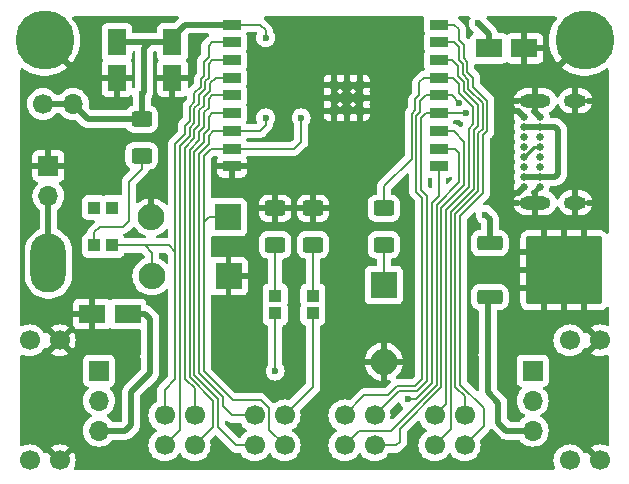
<source format=gbr>
%TF.GenerationSoftware,KiCad,Pcbnew,8.0.4*%
%TF.CreationDate,2024-08-06T00:30:12-04:00*%
%TF.ProjectId,ESP32-C3-BreadBoardAdapter,45535033-322d-4433-932d-427265616442,rev?*%
%TF.SameCoordinates,Original*%
%TF.FileFunction,Copper,L1,Top*%
%TF.FilePolarity,Positive*%
%FSLAX46Y46*%
G04 Gerber Fmt 4.6, Leading zero omitted, Abs format (unit mm)*
G04 Created by KiCad (PCBNEW 8.0.4) date 2024-08-06 00:30:12*
%MOMM*%
%LPD*%
G01*
G04 APERTURE LIST*
G04 Aperture macros list*
%AMRoundRect*
0 Rectangle with rounded corners*
0 $1 Rounding radius*
0 $2 $3 $4 $5 $6 $7 $8 $9 X,Y pos of 4 corners*
0 Add a 4 corners polygon primitive as box body*
4,1,4,$2,$3,$4,$5,$6,$7,$8,$9,$2,$3,0*
0 Add four circle primitives for the rounded corners*
1,1,$1+$1,$2,$3*
1,1,$1+$1,$4,$5*
1,1,$1+$1,$6,$7*
1,1,$1+$1,$8,$9*
0 Add four rect primitives between the rounded corners*
20,1,$1+$1,$2,$3,$4,$5,0*
20,1,$1+$1,$4,$5,$6,$7,0*
20,1,$1+$1,$6,$7,$8,$9,0*
20,1,$1+$1,$8,$9,$2,$3,0*%
G04 Aperture macros list end*
%TA.AperFunction,SMDPad,CuDef*%
%ADD10R,2.250000X2.250000*%
%TD*%
%TA.AperFunction,SMDPad,CuDef*%
%ADD11O,2.250000X2.250000*%
%TD*%
%TA.AperFunction,SMDPad,CuDef*%
%ADD12RoundRect,0.250000X-0.625000X0.400000X-0.625000X-0.400000X0.625000X-0.400000X0.625000X0.400000X0*%
%TD*%
%TA.AperFunction,SMDPad,CuDef*%
%ADD13O,3.000000X5.000000*%
%TD*%
%TA.AperFunction,ComponentPad*%
%ADD14C,1.700000*%
%TD*%
%TA.AperFunction,ComponentPad*%
%ADD15O,1.700000X1.700000*%
%TD*%
%TA.AperFunction,ComponentPad*%
%ADD16C,0.660400*%
%TD*%
%TA.AperFunction,ComponentPad*%
%ADD17O,1.905000X1.117600*%
%TD*%
%TA.AperFunction,ComponentPad*%
%ADD18O,2.616200X1.117600*%
%TD*%
%TA.AperFunction,SMDPad,CuDef*%
%ADD19R,1.117600X1.041400*%
%TD*%
%TA.AperFunction,SMDPad,CuDef*%
%ADD20R,2.200000X1.600000*%
%TD*%
%TA.AperFunction,ComponentPad*%
%ADD21R,1.700000X1.700000*%
%TD*%
%TA.AperFunction,SMDPad,CuDef*%
%ADD22RoundRect,0.250000X-0.850000X-0.350000X0.850000X-0.350000X0.850000X0.350000X-0.850000X0.350000X0*%
%TD*%
%TA.AperFunction,SMDPad,CuDef*%
%ADD23RoundRect,0.250000X-1.275000X-1.125000X1.275000X-1.125000X1.275000X1.125000X-1.275000X1.125000X0*%
%TD*%
%TA.AperFunction,SMDPad,CuDef*%
%ADD24RoundRect,0.249997X-2.950003X-2.650003X2.950003X-2.650003X2.950003X2.650003X-2.950003X2.650003X0*%
%TD*%
%TA.AperFunction,SMDPad,CuDef*%
%ADD25R,1.041400X1.117600*%
%TD*%
%TA.AperFunction,SMDPad,CuDef*%
%ADD26R,1.600000X2.200000*%
%TD*%
%TA.AperFunction,ComponentPad*%
%ADD27C,5.000000*%
%TD*%
%TA.AperFunction,SMDPad,CuDef*%
%ADD28R,1.500000X0.900000*%
%TD*%
%TA.AperFunction,SMDPad,CuDef*%
%ADD29R,0.700000X0.700000*%
%TD*%
%TA.AperFunction,ComponentPad*%
%ADD30C,0.400000*%
%TD*%
%TA.AperFunction,ViaPad*%
%ADD31C,0.600000*%
%TD*%
%TA.AperFunction,Conductor*%
%ADD32C,0.500000*%
%TD*%
%TA.AperFunction,Conductor*%
%ADD33C,0.200000*%
%TD*%
%TA.AperFunction,Conductor*%
%ADD34C,0.250000*%
%TD*%
G04 APERTURE END LIST*
D10*
%TO.P,SW1,1,1*%
%TO.N,Net-(R8-Pad2)*%
X143740000Y-80150000D03*
D11*
%TO.P,SW1,2,2*%
%TO.N,GND*%
X143740000Y-86650000D03*
%TD*%
D12*
%TO.P,R3,1*%
%TO.N,GND*%
X137740000Y-73650000D03*
%TO.P,R3,2*%
%TO.N,Net-(LED1-GND-Pad4)*%
X137740000Y-76750000D03*
%TD*%
D13*
%TO.P,J7,1,Pin_1*%
%TO.N,/VDC*%
X115340000Y-78300000D03*
%TD*%
D14*
%TO.P,J6,1,DBG*%
%TO.N,3V3*%
X114865000Y-64812500D03*
D15*
X117405000Y-64812500D03*
%TD*%
D16*
%TO.P,J2,A1,GND*%
%TO.N,GND*%
X155582435Y-71835557D03*
%TO.P,J2,A4,VBUS*%
%TO.N,Net-(D2-A)*%
X155582435Y-70985556D03*
%TO.P,J2,A5,CC1*%
%TO.N,Net-(J2-CC1)*%
X155582435Y-70135558D03*
%TO.P,J2,A6,D+*%
%TO.N,USB_D+*%
X155582435Y-69285557D03*
%TO.P,J2,A7,D-*%
%TO.N,USB_D-*%
X155582435Y-68435556D03*
%TO.P,J2,A8,SBU1*%
%TO.N,unconnected-(J2-SBU1-PadA8)*%
X155582435Y-67585555D03*
%TO.P,J2,A9,VBUS*%
%TO.N,Net-(D2-A)*%
X155582435Y-66735557D03*
%TO.P,J2,A12,GND*%
%TO.N,GND*%
X155582435Y-65885556D03*
%TO.P,J2,B1,GND*%
X156932435Y-65885556D03*
%TO.P,J2,B4,VBUS*%
%TO.N,Net-(D2-A)*%
X156932435Y-66735557D03*
%TO.P,J2,B5,CC2*%
%TO.N,Net-(J2-CC2)*%
X156932435Y-67585555D03*
%TO.P,J2,B6,D+*%
%TO.N,USB_D+*%
X156932435Y-68435556D03*
%TO.P,J2,B7,D-*%
%TO.N,USB_D-*%
X156932435Y-69285557D03*
%TO.P,J2,B8,SBU2*%
%TO.N,unconnected-(J2-SBU2-PadB8)*%
X156932435Y-70135558D03*
%TO.P,J2,B9,VBUS*%
%TO.N,Net-(D2-A)*%
X156932435Y-70985556D03*
%TO.P,J2,B12,GND*%
%TO.N,GND*%
X156932435Y-71835557D03*
D17*
%TO.P,J2,S1,SHIELD*%
X159947435Y-73185542D03*
%TO.P,J2,S2,SHIELD*%
X159947435Y-64535572D03*
D18*
%TO.P,J2,S3,SHIELD*%
X156562436Y-73185557D03*
%TO.P,J2,S4,SHIELD*%
X156562435Y-64535572D03*
%TD*%
D19*
%TO.P,LED1,1,GND*%
%TO.N,Net-(LED1-GND-Pad1)*%
X134539800Y-81049999D03*
%TO.P,LED1,2,RED*%
%TO.N,3V3*%
X134539800Y-82550001D03*
%TO.P,LED1,3,GRN*%
%TO.N,/IO10*%
X137740200Y-82550001D03*
%TO.P,LED1,4,GND*%
%TO.N,Net-(LED1-GND-Pad4)*%
X137740200Y-81049999D03*
%TD*%
D20*
%TO.P,C1,1*%
%TO.N,VUSB*%
X152640000Y-60100000D03*
%TO.P,C1,2*%
%TO.N,GND*%
X155640000Y-60100000D03*
%TD*%
D12*
%TO.P,R4,1*%
%TO.N,3V3*%
X123240000Y-66100000D03*
%TO.P,R4,2*%
%TO.N,Net-(LED2-GRN)*%
X123240000Y-69200000D03*
%TD*%
%TO.P,R8,1*%
%TO.N,/IO3*%
X143740000Y-73650000D03*
%TO.P,R8,2*%
%TO.N,Net-(R8-Pad2)*%
X143740000Y-76750000D03*
%TD*%
D21*
%TO.P,J4,1,Pin_1*%
%TO.N,3V3*%
X156340000Y-87400000D03*
D15*
%TO.P,J4,2,Pin_2*%
%TO.N,/VCC2*%
X156340000Y-89940000D03*
%TO.P,J4,3,Pin_3*%
%TO.N,+5V*%
X156340000Y-92480000D03*
%TD*%
D12*
%TO.P,R7,1*%
%TO.N,GND*%
X134540000Y-73650000D03*
%TO.P,R7,2*%
%TO.N,Net-(LED1-GND-Pad1)*%
X134540000Y-76750000D03*
%TD*%
D22*
%TO.P,U3,1,IN*%
%TO.N,VUSB*%
X152700000Y-76622500D03*
D23*
%TO.P,U3,2,GND*%
%TO.N,GND*%
X157325000Y-77377500D03*
X157325000Y-80427500D03*
D24*
X159000000Y-78902500D03*
D23*
X160675000Y-77377500D03*
X160675000Y-80427500D03*
D22*
%TO.P,U3,3,OUT*%
%TO.N,+5V*%
X152700000Y-81182500D03*
%TD*%
D25*
%TO.P,LED2,1,GND*%
%TO.N,unconnected-(LED2-GND-Pad1)*%
X120740000Y-73599800D03*
%TO.P,LED2,2,RED*%
%TO.N,unconnected-(LED2-RED-Pad2)*%
X119239998Y-73599800D03*
%TO.P,LED2,3,GRN*%
%TO.N,Net-(LED2-GRN)*%
X119239998Y-76800200D03*
%TO.P,LED2,4,GND*%
%TO.N,EN*%
X120740000Y-76800200D03*
%TD*%
D10*
%TO.P,SW2,1,1*%
%TO.N,GND*%
X130590000Y-79400000D03*
D11*
%TO.P,SW2,2,2*%
%TO.N,EN*%
X124090000Y-79400000D03*
%TD*%
D10*
%TO.P,SW3,1,1*%
%TO.N,/IO9*%
X130540000Y-74400000D03*
D11*
%TO.P,SW3,2,2*%
%TO.N,GND*%
X124040000Y-74400000D03*
%TD*%
D21*
%TO.P,J1,1,Pin_1*%
%TO.N,GND*%
X115340000Y-70060000D03*
D15*
%TO.P,J1,2,Pin_2*%
%TO.N,/VDC*%
X115340000Y-72600000D03*
%TD*%
D26*
%TO.P,C5,1*%
%TO.N,3V3*%
X121140000Y-59600000D03*
%TO.P,C5,2*%
%TO.N,GND*%
X121140000Y-62600000D03*
%TD*%
D20*
%TO.P,C3,1*%
%TO.N,+5V*%
X122040000Y-82600000D03*
%TO.P,C3,2*%
%TO.N,GND*%
X119040000Y-82600000D03*
%TD*%
D14*
%TO.P,ESP32-C3,1,A1*%
%TO.N,EN*%
X125170000Y-91190000D03*
%TO.P,ESP32-C3,2,A2*%
%TO.N,/IO4*%
X125170000Y-93730000D03*
%TO.P,ESP32-C3,3,A3*%
%TO.N,/IO5*%
X127710000Y-91190000D03*
%TO.P,ESP32-C3,4,A4*%
%TO.N,/IO6*%
X127710000Y-93730000D03*
%TO.P,ESP32-C3,5,A5*%
%TO.N,/IO8*%
X132790000Y-91190000D03*
%TO.P,ESP32-C3,6,A6*%
%TO.N,/IO7*%
X132790000Y-93730000D03*
%TO.P,ESP32-C3,7,A7*%
%TO.N,/IO10*%
X135330000Y-91190000D03*
%TO.P,ESP32-C3,8,A8*%
%TO.N,/IO9*%
X135330000Y-93730000D03*
%TO.P,ESP32-C3,9,B1*%
%TO.N,USB_D+*%
X140410000Y-91190000D03*
%TO.P,ESP32-C3,10,B2*%
%TO.N,/RXD*%
X140410000Y-93730000D03*
%TO.P,ESP32-C3,11,B3*%
%TO.N,USB_D-*%
X142950000Y-91190000D03*
%TO.P,ESP32-C3,12,B4*%
%TO.N,/TXD*%
X142950000Y-93730000D03*
%TO.P,ESP32-C3,13,B5*%
%TO.N,/IO3*%
X148030000Y-91190000D03*
%TO.P,ESP32-C3,14,B6*%
%TO.N,/IO2*%
X148030000Y-93730000D03*
%TO.P,ESP32-C3,15,B7*%
%TO.N,/IO1*%
X150570000Y-91190000D03*
%TO.P,ESP32-C3,16,B8*%
%TO.N,/IO0*%
X150570000Y-93730000D03*
%TO.P,ESP32-C3,G1,GND1*%
%TO.N,GND*%
X116280000Y-84840000D03*
X116280000Y-95000000D03*
%TO.P,ESP32-C3,G2,GND2*%
X162000000Y-84840000D03*
X162000000Y-95000000D03*
D27*
%TO.P,ESP32-C3,GND,GND*%
X115010000Y-59440000D03*
X160730000Y-59440000D03*
D14*
%TO.P,ESP32-C3,V1,VCC1*%
%TO.N,/VCC1*%
X113740000Y-84840000D03*
X113740000Y-95000000D03*
%TO.P,ESP32-C3,V2,VCC2*%
%TO.N,/VCC2*%
X159460000Y-84840000D03*
X159460000Y-95000000D03*
%TD*%
D28*
%TO.P,U1,1,3V3*%
%TO.N,3V3*%
X130890000Y-58100000D03*
%TO.P,U1,2,EN*%
%TO.N,EN*%
X130890000Y-59600000D03*
%TO.P,U1,3,IO4*%
%TO.N,/IO4*%
X130890000Y-61100000D03*
%TO.P,U1,4,IO5*%
%TO.N,/IO5*%
X130890000Y-62600000D03*
%TO.P,U1,5,IO6*%
%TO.N,/IO6*%
X130890000Y-64100000D03*
%TO.P,U1,6,IO7*%
%TO.N,/IO7*%
X130890000Y-65600000D03*
%TO.P,U1,7,IO8*%
%TO.N,/IO8*%
X130890000Y-67100000D03*
%TO.P,U1,8,IO9*%
%TO.N,/IO9*%
X130890000Y-68600000D03*
%TO.P,U1,9,GND*%
%TO.N,GND*%
X130890000Y-70100000D03*
%TO.P,U1,10,IO10*%
%TO.N,/IO10*%
X148390000Y-70100000D03*
%TO.P,U1,11,RXD*%
%TO.N,/RXD*%
X148390000Y-68600000D03*
%TO.P,U1,12,TXD*%
%TO.N,/TXD*%
X148390000Y-67100000D03*
%TO.P,U1,13,IO18*%
%TO.N,USB_D-*%
X148390000Y-65600000D03*
%TO.P,U1,14,IO19*%
%TO.N,USB_D+*%
X148390000Y-64100000D03*
%TO.P,U1,15,IO3*%
%TO.N,/IO3*%
X148390000Y-62600000D03*
%TO.P,U1,16,IO2*%
%TO.N,/IO2*%
X148390000Y-61100000D03*
%TO.P,U1,17,IO1*%
%TO.N,/IO1*%
X148390000Y-59600000D03*
%TO.P,U1,18,IO0*%
%TO.N,/IO0*%
X148390000Y-58100000D03*
D29*
%TO.P,U1,19,GND__1*%
%TO.N,GND*%
X139500000Y-63200000D03*
%TO.P,U1,20,GND__2*%
X140600000Y-63200000D03*
%TO.P,U1,21,GND__3*%
X141700000Y-63200000D03*
%TO.P,U1,22,GND__4*%
X139500000Y-64300000D03*
%TO.P,U1,23,GND__5*%
X140600000Y-64300000D03*
%TO.P,U1,24,GND__6*%
X141700000Y-64300000D03*
%TO.P,U1,25,GND__7*%
X139500000Y-65400000D03*
%TO.P,U1,26,GND__8*%
X140600000Y-65400000D03*
%TO.P,U1,27,GND__9*%
X141700000Y-65400000D03*
D30*
%TO.P,U1,28,GND__10*%
X140050000Y-63200000D03*
%TO.P,U1,29,GND__11*%
X141150000Y-63200000D03*
%TO.P,U1,30,GND__12*%
X139500000Y-63750000D03*
%TO.P,U1,31,GND__13*%
X140600000Y-63750000D03*
%TO.P,U1,32,GND__14*%
X141700000Y-63750000D03*
%TO.P,U1,33,GND__15*%
X140050000Y-64300000D03*
%TO.P,U1,34,GND__16*%
X141150000Y-64300000D03*
%TO.P,U1,35,GND__17*%
X139500000Y-64850000D03*
%TO.P,U1,36,GND__18*%
X140600000Y-64850000D03*
%TO.P,U1,37,GND__19*%
X141700000Y-64850000D03*
%TO.P,U1,38,GND__20*%
X140050000Y-65400000D03*
%TO.P,U1,39,GND__21*%
X141150000Y-65400000D03*
%TD*%
D21*
%TO.P,J3,1,Pin_1*%
%TO.N,3V3*%
X119640000Y-87400000D03*
D15*
%TO.P,J3,2,Pin_2*%
%TO.N,/VCC1*%
X119640000Y-89940000D03*
%TO.P,J3,3,Pin_3*%
%TO.N,+5V*%
X119640000Y-92480000D03*
%TD*%
D26*
%TO.P,C4,1*%
%TO.N,3V3*%
X125840000Y-59600000D03*
%TO.P,C4,2*%
%TO.N,GND*%
X125840000Y-62600000D03*
%TD*%
D31*
%TO.N,+5V*%
X123940000Y-86200000D03*
X152540000Y-86100000D03*
%TO.N,/IO8*%
X133740000Y-66000000D03*
%TO.N,/IO9*%
X136740000Y-66000000D03*
%TO.N,3V3*%
X123240000Y-64000000D03*
X133740000Y-59200000D03*
X134540000Y-87430000D03*
%TO.N,/IO10*%
X145800000Y-89800000D03*
%TO.N,USB_D-*%
X150700000Y-65600000D03*
%TO.N,USB_D+*%
X150100000Y-64700000D03*
%TO.N,VUSB*%
X152340000Y-74200000D03*
X151750000Y-58000000D03*
%TD*%
D32*
%TO.N,/VCC1*%
X119620000Y-89920000D02*
X119640000Y-89940000D01*
%TO.N,+5V*%
X152540000Y-81342500D02*
X152700000Y-81182500D01*
X153440000Y-91800000D02*
X154120000Y-92480000D01*
X123940000Y-86200000D02*
X123940000Y-87600000D01*
X152540000Y-86100000D02*
X152540000Y-89200000D01*
X123940000Y-83000000D02*
X123540000Y-82600000D01*
X123940000Y-86200000D02*
X123940000Y-83000000D01*
X152540000Y-89200000D02*
X153440000Y-90100000D01*
X154120000Y-92480000D02*
X156340000Y-92480000D01*
X122340000Y-89200000D02*
X122340000Y-92000000D01*
X121860000Y-92480000D02*
X119640000Y-92480000D01*
X123940000Y-87600000D02*
X122340000Y-89200000D01*
X123540000Y-82600000D02*
X122040000Y-82600000D01*
X152540000Y-86100000D02*
X152540000Y-81342500D01*
X122340000Y-92000000D02*
X121860000Y-92480000D01*
X153440000Y-90100000D02*
X153440000Y-91800000D01*
%TO.N,/VDC*%
X115340000Y-72600000D02*
X115340000Y-78300000D01*
D33*
%TO.N,EN*%
X126100000Y-68205884D02*
X126100000Y-77390000D01*
X126100000Y-77400000D02*
X126100000Y-83400000D01*
X126100000Y-88100000D02*
X125170000Y-89030000D01*
X126100000Y-77390000D02*
X126100000Y-77400000D01*
X128900000Y-59900000D02*
X128900000Y-60834314D01*
X125170000Y-89030000D02*
X125170000Y-91190000D01*
X125510200Y-76800200D02*
X126100000Y-77390000D01*
X127700000Y-64637256D02*
X127300000Y-65037256D01*
X130890000Y-59600000D02*
X129200000Y-59600000D01*
X127300000Y-66271570D02*
X126900000Y-66671570D01*
X128234314Y-62734314D02*
X128234314Y-63368628D01*
X129200000Y-59600000D02*
X128900000Y-59900000D01*
X124090000Y-77400200D02*
X123490000Y-76800200D01*
X127300000Y-65037256D02*
X127300000Y-66271570D01*
X128234314Y-63368628D02*
X127700000Y-63902942D01*
X120740000Y-76800200D02*
X123490000Y-76800200D01*
X128900000Y-60834314D02*
X128500000Y-61234314D01*
X127700000Y-63902942D02*
X127700000Y-64637256D01*
X128500000Y-62468628D02*
X128234314Y-62734314D01*
X124090000Y-79400000D02*
X124090000Y-77400200D01*
X126900000Y-66671570D02*
X126900000Y-67405884D01*
X126422942Y-67882942D02*
X126100000Y-68205884D01*
X126900000Y-67405884D02*
X126422942Y-67882942D01*
X126100000Y-83400000D02*
X126100000Y-88100000D01*
X123490000Y-76800200D02*
X125510200Y-76800200D01*
X128500000Y-61234314D02*
X128500000Y-62468628D01*
%TO.N,/IO8*%
X133240000Y-67100000D02*
X130890000Y-67100000D01*
X128100000Y-69034314D02*
X128100000Y-87602942D01*
X130100000Y-89602942D02*
X130100000Y-90400000D01*
X130890000Y-91190000D02*
X132790000Y-91190000D01*
X133740000Y-66000000D02*
X133740000Y-66600000D01*
X130100000Y-90400000D02*
X130890000Y-91190000D01*
X128100000Y-87602942D02*
X130100000Y-89602942D01*
X128900000Y-68234314D02*
X128100000Y-69034314D01*
X133740000Y-66600000D02*
X133240000Y-67100000D01*
X129300000Y-67100000D02*
X128900000Y-67500000D01*
X130890000Y-67100000D02*
X129300000Y-67100000D01*
X128900000Y-67500000D02*
X128900000Y-68234314D01*
%TO.N,/IO9*%
X136140000Y-68600000D02*
X136740000Y-68000000D01*
X136740000Y-68000000D02*
X136740000Y-66000000D01*
X128900000Y-74400000D02*
X128500000Y-74800000D01*
X128500000Y-69200000D02*
X128500000Y-74800000D01*
X128500000Y-87437256D02*
X130962744Y-89900000D01*
X130962744Y-89900000D02*
X133300000Y-89900000D01*
X128500000Y-74800000D02*
X128500000Y-87437256D01*
X133300000Y-89900000D02*
X134000000Y-90600000D01*
X130890000Y-68600000D02*
X136140000Y-68600000D01*
X134000000Y-92400000D02*
X135330000Y-93730000D01*
X130540000Y-74400000D02*
X128900000Y-74400000D01*
X134000000Y-90600000D02*
X134000000Y-92400000D01*
X129100000Y-68600000D02*
X128500000Y-69200000D01*
X130890000Y-68600000D02*
X129100000Y-68600000D01*
%TO.N,/IO6*%
X128900000Y-64400000D02*
X128900000Y-65134314D01*
X127300000Y-87934314D02*
X129300000Y-89934314D01*
X128100000Y-67902942D02*
X127300000Y-68702942D01*
X129300000Y-92140000D02*
X127710000Y-93730000D01*
X127300000Y-68702942D02*
X127300000Y-87934314D01*
X129300000Y-89934314D02*
X129300000Y-92140000D01*
X128900000Y-65134314D02*
X128500000Y-65534314D01*
X128500000Y-65534314D02*
X128500000Y-66768628D01*
X128500000Y-66768628D02*
X128100000Y-67168628D01*
X129200000Y-64100000D02*
X128900000Y-64400000D01*
X130890000Y-64100000D02*
X129200000Y-64100000D01*
X128100000Y-67168628D02*
X128100000Y-67902942D01*
%TO.N,/RXD*%
X148200000Y-88634314D02*
X144334314Y-92500000D01*
X149740000Y-68600000D02*
X150140000Y-69000000D01*
X144334314Y-92500000D02*
X141640000Y-92500000D01*
X148200000Y-73400000D02*
X148200000Y-88634314D01*
X150140000Y-69000000D02*
X150140000Y-71460000D01*
X150140000Y-71460000D02*
X148200000Y-73400000D01*
X148390000Y-68600000D02*
X149740000Y-68600000D01*
X141640000Y-92500000D02*
X140410000Y-93730000D01*
%TO.N,/IO7*%
X127700000Y-87768628D02*
X129700000Y-89768628D01*
X127700000Y-68868628D02*
X127700000Y-87768628D01*
X129700000Y-89768628D02*
X129700000Y-92200000D01*
X128500000Y-67334314D02*
X128500000Y-68068628D01*
X129700000Y-92200000D02*
X131230000Y-93730000D01*
X128900000Y-65900000D02*
X128900000Y-66934314D01*
X128900000Y-66934314D02*
X128500000Y-67334314D01*
X128500000Y-68068628D02*
X127700000Y-68868628D01*
X129200000Y-65600000D02*
X128900000Y-65900000D01*
X130890000Y-65600000D02*
X129200000Y-65600000D01*
X131230000Y-93730000D02*
X132790000Y-93730000D01*
%TO.N,/IO4*%
X126500000Y-92400000D02*
X125170000Y-93730000D01*
X128634314Y-63534314D02*
X128100000Y-64068628D01*
X128634314Y-62900000D02*
X128634314Y-63534314D01*
X127700000Y-66437256D02*
X127300000Y-66837256D01*
X127700000Y-65202942D02*
X127700000Y-66437256D01*
X128100000Y-64802942D02*
X127700000Y-65202942D01*
X130890000Y-61100000D02*
X129200000Y-61100000D01*
X126500000Y-68371570D02*
X126500000Y-92400000D01*
X128900000Y-61400000D02*
X128900000Y-62634314D01*
X129200000Y-61100000D02*
X128900000Y-61400000D01*
X128100000Y-64068628D02*
X128100000Y-64802942D01*
X127300000Y-67571570D02*
X126500000Y-68371570D01*
X127300000Y-66837256D02*
X127300000Y-67571570D01*
X128900000Y-62634314D02*
X128634314Y-62900000D01*
%TO.N,/IO3*%
X148390000Y-62600000D02*
X149600000Y-62600000D01*
X151300000Y-66540000D02*
X150940000Y-66900000D01*
X151300000Y-65051471D02*
X151300000Y-66540000D01*
X149000000Y-73765686D02*
X149000000Y-90220000D01*
X149000000Y-90220000D02*
X148030000Y-91190000D01*
X150940000Y-71825686D02*
X149000000Y-73765686D01*
X147140000Y-62600000D02*
X148390000Y-62600000D01*
X146400000Y-64434314D02*
X146740000Y-64094314D01*
X146740000Y-63000000D02*
X147140000Y-62600000D01*
X146100000Y-69440000D02*
X146100000Y-65668628D01*
X150100000Y-63100000D02*
X150100000Y-63851471D01*
X146400000Y-65368628D02*
X146400000Y-64434314D01*
X146100000Y-65668628D02*
X146400000Y-65368628D01*
X150940000Y-66900000D02*
X150940000Y-71825686D01*
X149600000Y-62600000D02*
X150100000Y-63100000D01*
X150100000Y-63851471D02*
X151300000Y-65051471D01*
X146740000Y-64094314D02*
X146740000Y-63000000D01*
X143740000Y-73650000D02*
X143740000Y-71800000D01*
X143740000Y-71800000D02*
X146100000Y-69440000D01*
%TO.N,3V3*%
X133240000Y-58100000D02*
X130890000Y-58100000D01*
D32*
X118692500Y-66100000D02*
X117405000Y-64812500D01*
X123940000Y-59600000D02*
X121140000Y-59600000D01*
X123240000Y-66100000D02*
X118692500Y-66100000D01*
D33*
X133740000Y-58600000D02*
X133240000Y-58100000D01*
X134539800Y-82550001D02*
X134539800Y-87429800D01*
D32*
X123440000Y-60100000D02*
X123940000Y-59600000D01*
X126940000Y-58100000D02*
X130890000Y-58100000D01*
X126940000Y-58100000D02*
X125440000Y-59600000D01*
X123240000Y-66100000D02*
X123240000Y-64000000D01*
X123440000Y-63800000D02*
X123440000Y-60100000D01*
X125440000Y-59600000D02*
X123940000Y-59600000D01*
X117405000Y-64812500D02*
X114865000Y-64812500D01*
D33*
X133740000Y-59200000D02*
X133740000Y-58600000D01*
D32*
X123240000Y-64000000D02*
X123440000Y-63800000D01*
D33*
X134539800Y-87429800D02*
X134540000Y-87430000D01*
%TO.N,/IO2*%
X151700000Y-64885785D02*
X150500000Y-63685785D01*
X149500000Y-61100000D02*
X148390000Y-61100000D01*
X148030000Y-93730000D02*
X149400000Y-92360000D01*
X150500000Y-62934314D02*
X150000000Y-62434314D01*
X150000000Y-62434314D02*
X150000000Y-61600000D01*
X149400000Y-73931372D02*
X151340000Y-71991372D01*
X149400000Y-92360000D02*
X149400000Y-73931372D01*
X150500000Y-63685785D02*
X150500000Y-62934314D01*
X151340000Y-71991372D02*
X151340000Y-67065686D01*
X151700000Y-66705686D02*
X151700000Y-64885785D01*
X151340000Y-67065686D02*
X151700000Y-66705686D01*
X150000000Y-61600000D02*
X149500000Y-61100000D01*
%TO.N,/IO0*%
X151300000Y-62602942D02*
X151300000Y-63354413D01*
X150200000Y-88600000D02*
X152200000Y-90600000D01*
X150100000Y-59434314D02*
X150500000Y-59834314D01*
X150500000Y-59834314D02*
X150500000Y-60968628D01*
X152200000Y-90600000D02*
X152200000Y-92100000D01*
X152200000Y-92100000D02*
X150570000Y-93730000D01*
X152140000Y-72360000D02*
X150200000Y-74300000D01*
X152500000Y-67105686D02*
X152140000Y-67465686D01*
X150100000Y-58500000D02*
X150100000Y-59434314D01*
X150800000Y-62102942D02*
X151300000Y-62602942D01*
X148390000Y-58100000D02*
X149700000Y-58100000D01*
X152500000Y-64554413D02*
X152500000Y-67105686D01*
X151300000Y-63354413D02*
X152500000Y-64554413D01*
X152140000Y-67465686D02*
X152140000Y-72360000D01*
X150800000Y-61268628D02*
X150800000Y-62102942D01*
X149700000Y-58100000D02*
X150100000Y-58500000D01*
X150200000Y-74300000D02*
X150200000Y-88600000D01*
X150500000Y-60968628D02*
X150800000Y-61268628D01*
%TO.N,/IO10*%
X147800000Y-88468628D02*
X147800000Y-73234314D01*
X145800000Y-89800000D02*
X146468628Y-89800000D01*
X146468628Y-89800000D02*
X147800000Y-88468628D01*
X148400000Y-72634314D02*
X148400000Y-70110000D01*
X137740000Y-82550201D02*
X137740000Y-88780000D01*
X137740200Y-82550001D02*
X137740000Y-82550201D01*
X148400000Y-70110000D02*
X148390000Y-70100000D01*
X147800000Y-73234314D02*
X148400000Y-72634314D01*
X137740000Y-88780000D02*
X135330000Y-91190000D01*
%TO.N,/IO1*%
X150900000Y-63520099D02*
X152100000Y-64720099D01*
X150100000Y-60000000D02*
X150100000Y-61134314D01*
X149700000Y-59600000D02*
X150100000Y-60000000D01*
X150570000Y-89570000D02*
X150570000Y-91190000D01*
X152100000Y-64720099D02*
X152100000Y-66940000D01*
X150400000Y-62268628D02*
X150900000Y-62768628D01*
X149800000Y-88800000D02*
X150570000Y-89570000D01*
X152100000Y-66940000D02*
X151740000Y-67300000D01*
X149800000Y-74100000D02*
X149800000Y-88800000D01*
X150900000Y-62768628D02*
X150900000Y-63520099D01*
X151740000Y-72160000D02*
X149800000Y-74100000D01*
X148390000Y-59600000D02*
X149700000Y-59600000D01*
X151740000Y-67300000D02*
X151740000Y-72160000D01*
X150400000Y-61434314D02*
X150400000Y-62268628D01*
X150100000Y-61134314D02*
X150400000Y-61434314D01*
%TO.N,/IO5*%
X127710000Y-88910000D02*
X127710000Y-91190000D01*
X128100000Y-65368628D02*
X128100000Y-66602942D01*
X127700000Y-67002942D02*
X127700000Y-67737256D01*
X127700000Y-67737256D02*
X126900000Y-68537256D01*
X129034314Y-63700000D02*
X128500000Y-64234314D01*
X129034314Y-63065686D02*
X129034314Y-63700000D01*
X128500000Y-64968628D02*
X128100000Y-65368628D01*
X128100000Y-66602942D02*
X127700000Y-67002942D01*
X130890000Y-62600000D02*
X129500000Y-62600000D01*
X126900000Y-68537256D02*
X126900000Y-88100000D01*
X129500000Y-62600000D02*
X129034314Y-63065686D01*
X128500000Y-64234314D02*
X128500000Y-64968628D01*
X126900000Y-88100000D02*
X127710000Y-88910000D01*
%TO.N,/TXD*%
X145100000Y-93400000D02*
X145100000Y-92300000D01*
X149640000Y-67100000D02*
X148390000Y-67100000D01*
X150540000Y-71660000D02*
X150540000Y-68000000D01*
X150540000Y-68000000D02*
X149640000Y-67100000D01*
X148600000Y-88800000D02*
X148600000Y-73600000D01*
X145100000Y-92300000D02*
X148600000Y-88800000D01*
X148600000Y-73600000D02*
X150540000Y-71660000D01*
X144770000Y-93730000D02*
X145100000Y-93400000D01*
X142950000Y-93730000D02*
X144770000Y-93730000D01*
%TO.N,USB_D-*%
X150700000Y-65600000D02*
X148390000Y-65600000D01*
X145040000Y-89100000D02*
X142950000Y-91190000D01*
X146565685Y-89100000D02*
X145040000Y-89100000D01*
X148390000Y-65600000D02*
X147300000Y-65600000D01*
X147400000Y-88265685D02*
X146565685Y-89100000D01*
X146900000Y-66000000D02*
X146900000Y-72100000D01*
X146900000Y-72100000D02*
X147400000Y-72600000D01*
X147400000Y-72600000D02*
X147400000Y-88265685D01*
X147300000Y-65600000D02*
X146900000Y-66000000D01*
%TO.N,USB_D+*%
X146500000Y-72265686D02*
X147000000Y-72765686D01*
X155623672Y-69285557D02*
X155582435Y-69285557D01*
X144074314Y-89500000D02*
X142100000Y-89500000D01*
X146500000Y-65834314D02*
X146500000Y-72265686D01*
X144874314Y-88700000D02*
X144074314Y-89500000D01*
X150100000Y-64700000D02*
X149500000Y-64100000D01*
X146800000Y-64600000D02*
X146800000Y-65534314D01*
X147300000Y-64100000D02*
X146800000Y-64600000D01*
X148390000Y-64100000D02*
X147300000Y-64100000D01*
D34*
X156473673Y-68435556D02*
X155623672Y-69285557D01*
D33*
X147000000Y-72765686D02*
X147000000Y-88100000D01*
X147000000Y-88100000D02*
X146400000Y-88700000D01*
X142100000Y-89500000D02*
X140410000Y-91190000D01*
X146800000Y-65534314D02*
X146500000Y-65834314D01*
D34*
X156932435Y-68435556D02*
X156473673Y-68435556D01*
D33*
X146400000Y-88700000D02*
X144874314Y-88700000D01*
X149500000Y-64100000D02*
X148390000Y-64100000D01*
%TO.N,Net-(LED1-GND-Pad1)*%
X134540000Y-76750000D02*
X134540000Y-81049799D01*
X134540000Y-81049799D02*
X134539800Y-81049999D01*
%TO.N,Net-(LED2-GRN)*%
X123240000Y-69200000D02*
X123240000Y-70300000D01*
X121665000Y-75200000D02*
X119740000Y-75200000D01*
X122140000Y-71400000D02*
X122140000Y-74725000D01*
X119740000Y-75200000D02*
X119239998Y-75700002D01*
X123240000Y-70300000D02*
X122140000Y-71400000D01*
X119239998Y-75700002D02*
X119239998Y-76800200D01*
X122140000Y-74725000D02*
X121665000Y-75200000D01*
%TO.N,Net-(LED1-GND-Pad4)*%
X137740000Y-76750000D02*
X137740000Y-81049799D01*
X137740000Y-81049799D02*
X137740200Y-81049999D01*
%TO.N,Net-(R8-Pad2)*%
X143740000Y-80150000D02*
X143740000Y-76750000D01*
D32*
%TO.N,VUSB*%
X152700000Y-74560000D02*
X152340000Y-74200000D01*
X152640000Y-58890000D02*
X151750000Y-58000000D01*
X152640000Y-60100000D02*
X152640000Y-58890000D01*
X152700000Y-76622500D02*
X152700000Y-74560000D01*
%TO.N,Net-(D2-A)*%
X158500000Y-70750000D02*
X158264444Y-70985556D01*
X158235557Y-66735557D02*
X158500000Y-67000000D01*
X155582435Y-70985556D02*
X156932435Y-70985556D01*
X158500000Y-67000000D02*
X158500000Y-70750000D01*
X155582435Y-66735557D02*
X156932435Y-66735557D01*
X156932435Y-66735557D02*
X158235557Y-66735557D01*
X158264444Y-70985556D02*
X156932435Y-70985556D01*
%TD*%
%TA.AperFunction,Conductor*%
%TO.N,GND*%
G36*
X156755474Y-65055757D02*
G01*
X156801229Y-65108561D01*
X156812435Y-65160072D01*
X156812435Y-65412003D01*
X157093608Y-65693176D01*
X157127093Y-65754499D01*
X157122823Y-65814205D01*
X157104700Y-65770452D01*
X157047539Y-65713291D01*
X156972854Y-65682356D01*
X156892016Y-65682356D01*
X156817331Y-65713291D01*
X156760170Y-65770452D01*
X156729235Y-65845137D01*
X156729235Y-65925975D01*
X156730573Y-65929205D01*
X156707324Y-65934147D01*
X156637657Y-65928830D01*
X156593863Y-65900537D01*
X156225893Y-65532567D01*
X156192408Y-65471244D01*
X156197392Y-65401552D01*
X156225893Y-65357204D01*
X156312435Y-65270662D01*
X156312435Y-65160072D01*
X156332120Y-65093033D01*
X156384924Y-65047278D01*
X156436435Y-65036072D01*
X156688435Y-65036072D01*
X156755474Y-65055757D01*
G37*
%TD.AperFunction*%
%TA.AperFunction,Conductor*%
G36*
X126345809Y-57420185D02*
G01*
X126391564Y-57472989D01*
X126401508Y-57542147D01*
X126372483Y-57605703D01*
X126366451Y-57612181D01*
X126015450Y-57963181D01*
X125954127Y-57996666D01*
X125927769Y-57999500D01*
X124992129Y-57999500D01*
X124992123Y-57999501D01*
X124932516Y-58005908D01*
X124797671Y-58056202D01*
X124797664Y-58056206D01*
X124682455Y-58142452D01*
X124682452Y-58142455D01*
X124596206Y-58257664D01*
X124596202Y-58257671D01*
X124545908Y-58392517D01*
X124539501Y-58452116D01*
X124539501Y-58452123D01*
X124539500Y-58452135D01*
X124539500Y-58725500D01*
X124519815Y-58792539D01*
X124467011Y-58838294D01*
X124415500Y-58849500D01*
X122564499Y-58849500D01*
X122497460Y-58829815D01*
X122451705Y-58777011D01*
X122440499Y-58725500D01*
X122440499Y-58452129D01*
X122440498Y-58452123D01*
X122440497Y-58452116D01*
X122434091Y-58392517D01*
X122425027Y-58368216D01*
X122383797Y-58257671D01*
X122383793Y-58257664D01*
X122297547Y-58142455D01*
X122297544Y-58142452D01*
X122182335Y-58056206D01*
X122182328Y-58056202D01*
X122047482Y-58005908D01*
X122047483Y-58005908D01*
X121987883Y-57999501D01*
X121987881Y-57999500D01*
X121987873Y-57999500D01*
X121987864Y-57999500D01*
X120292129Y-57999500D01*
X120292123Y-57999501D01*
X120232516Y-58005908D01*
X120097671Y-58056202D01*
X120097664Y-58056206D01*
X119982455Y-58142452D01*
X119982452Y-58142455D01*
X119896206Y-58257664D01*
X119896202Y-58257671D01*
X119845908Y-58392517D01*
X119839501Y-58452116D01*
X119839501Y-58452123D01*
X119839500Y-58452135D01*
X119839500Y-60747870D01*
X119839501Y-60747876D01*
X119845908Y-60807483D01*
X119896202Y-60942328D01*
X119896204Y-60942331D01*
X119941268Y-61002529D01*
X119958917Y-61026104D01*
X119983335Y-61091569D01*
X119968484Y-61159842D01*
X119958918Y-61174727D01*
X119896647Y-61257910D01*
X119896645Y-61257913D01*
X119846403Y-61392620D01*
X119846401Y-61392627D01*
X119840000Y-61452155D01*
X119840000Y-62350000D01*
X122440000Y-62350000D01*
X122440000Y-61452172D01*
X122439999Y-61452155D01*
X122433598Y-61392627D01*
X122433596Y-61392620D01*
X122383354Y-61257913D01*
X122383352Y-61257910D01*
X122321082Y-61174727D01*
X122296665Y-61109262D01*
X122311517Y-61040989D01*
X122321083Y-61026104D01*
X122335023Y-61007483D01*
X122383796Y-60942331D01*
X122434091Y-60807483D01*
X122440500Y-60747873D01*
X122440500Y-60474500D01*
X122460185Y-60407461D01*
X122512989Y-60361706D01*
X122564500Y-60350500D01*
X122565500Y-60350500D01*
X122632539Y-60370185D01*
X122678294Y-60422989D01*
X122689500Y-60474500D01*
X122689500Y-63367060D01*
X122669815Y-63434099D01*
X122653181Y-63454741D01*
X122651681Y-63456241D01*
X122590358Y-63489726D01*
X122520666Y-63484742D01*
X122464733Y-63442870D01*
X122440316Y-63377406D01*
X122440000Y-63368560D01*
X122440000Y-62850000D01*
X121390000Y-62850000D01*
X121390000Y-64200000D01*
X121987828Y-64200000D01*
X121987844Y-64199999D01*
X122047372Y-64193598D01*
X122047379Y-64193596D01*
X122182086Y-64143354D01*
X122182089Y-64143352D01*
X122256406Y-64087718D01*
X122321870Y-64063300D01*
X122390143Y-64078151D01*
X122439549Y-64127555D01*
X122453938Y-64173101D01*
X122454630Y-64179249D01*
X122454631Y-64179252D01*
X122454631Y-64179254D01*
X122454632Y-64179255D01*
X122482095Y-64257741D01*
X122482542Y-64259017D01*
X122489500Y-64299972D01*
X122489500Y-64861414D01*
X122469815Y-64928453D01*
X122417011Y-64974208D01*
X122404505Y-64979120D01*
X122295666Y-65015186D01*
X122295663Y-65015187D01*
X122146342Y-65107289D01*
X122022289Y-65231342D01*
X122022288Y-65231344D01*
X121994644Y-65276163D01*
X121985741Y-65290597D01*
X121933793Y-65337321D01*
X121880202Y-65349500D01*
X119054730Y-65349500D01*
X118987691Y-65329815D01*
X118967049Y-65313181D01*
X118777869Y-65124001D01*
X118744384Y-65062678D01*
X118742022Y-65025512D01*
X118742926Y-65015187D01*
X118760659Y-64812500D01*
X118760148Y-64806665D01*
X118748064Y-64668540D01*
X118740063Y-64577092D01*
X118678903Y-64348837D01*
X118579035Y-64134671D01*
X118575104Y-64129056D01*
X118443494Y-63941097D01*
X118276402Y-63774006D01*
X118276395Y-63774001D01*
X118239039Y-63747844D01*
X119840000Y-63747844D01*
X119846401Y-63807372D01*
X119846403Y-63807379D01*
X119896645Y-63942086D01*
X119896649Y-63942093D01*
X119982809Y-64057187D01*
X119982812Y-64057190D01*
X120097906Y-64143350D01*
X120097913Y-64143354D01*
X120232620Y-64193596D01*
X120232627Y-64193598D01*
X120292155Y-64199999D01*
X120292172Y-64200000D01*
X120890000Y-64200000D01*
X120890000Y-62850000D01*
X119840000Y-62850000D01*
X119840000Y-63747844D01*
X118239039Y-63747844D01*
X118082834Y-63638467D01*
X118082830Y-63638465D01*
X118082828Y-63638464D01*
X117868663Y-63538597D01*
X117868659Y-63538596D01*
X117868655Y-63538594D01*
X117640413Y-63477438D01*
X117640403Y-63477436D01*
X117405001Y-63456841D01*
X117404999Y-63456841D01*
X117169596Y-63477436D01*
X117169586Y-63477438D01*
X116941344Y-63538594D01*
X116941337Y-63538596D01*
X116941337Y-63538597D01*
X116927816Y-63544901D01*
X116727171Y-63638464D01*
X116727169Y-63638465D01*
X116533597Y-63774005D01*
X116366506Y-63941096D01*
X116318874Y-64009123D01*
X116264297Y-64052748D01*
X116217299Y-64062000D01*
X116052701Y-64062000D01*
X115985662Y-64042315D01*
X115951126Y-64009123D01*
X115903494Y-63941097D01*
X115736402Y-63774006D01*
X115736395Y-63774001D01*
X115542834Y-63638467D01*
X115542830Y-63638465D01*
X115542828Y-63638464D01*
X115328663Y-63538597D01*
X115328659Y-63538596D01*
X115328655Y-63538594D01*
X115100413Y-63477438D01*
X115100403Y-63477436D01*
X114865001Y-63456841D01*
X114864999Y-63456841D01*
X114629596Y-63477436D01*
X114629586Y-63477438D01*
X114401344Y-63538594D01*
X114401337Y-63538596D01*
X114401337Y-63538597D01*
X114387816Y-63544901D01*
X114187171Y-63638464D01*
X114187169Y-63638465D01*
X113993597Y-63774005D01*
X113826505Y-63941097D01*
X113690965Y-64134669D01*
X113690964Y-64134671D01*
X113591098Y-64348835D01*
X113591094Y-64348844D01*
X113529938Y-64577086D01*
X113529936Y-64577096D01*
X113509341Y-64812499D01*
X113509341Y-64812500D01*
X113529936Y-65047903D01*
X113529938Y-65047913D01*
X113591094Y-65276155D01*
X113591096Y-65276159D01*
X113591097Y-65276163D01*
X113662757Y-65429837D01*
X113690965Y-65490330D01*
X113690967Y-65490334D01*
X113763815Y-65594371D01*
X113826505Y-65683901D01*
X113993599Y-65850995D01*
X114064352Y-65900537D01*
X114187165Y-65986532D01*
X114187167Y-65986533D01*
X114187170Y-65986535D01*
X114401337Y-66086403D01*
X114401343Y-66086404D01*
X114401344Y-66086405D01*
X114444140Y-66097872D01*
X114629592Y-66147563D01*
X114817918Y-66164039D01*
X114864999Y-66168159D01*
X114865000Y-66168159D01*
X114865001Y-66168159D01*
X114904234Y-66164726D01*
X115100408Y-66147563D01*
X115328663Y-66086403D01*
X115542830Y-65986535D01*
X115736401Y-65850995D01*
X115903495Y-65683901D01*
X115951127Y-65615876D01*
X116005704Y-65572251D01*
X116052701Y-65563000D01*
X116217299Y-65563000D01*
X116284338Y-65582685D01*
X116318873Y-65615876D01*
X116343102Y-65650478D01*
X116366505Y-65683901D01*
X116533599Y-65850995D01*
X116604352Y-65900537D01*
X116727165Y-65986532D01*
X116727167Y-65986533D01*
X116727170Y-65986535D01*
X116941337Y-66086403D01*
X116941343Y-66086404D01*
X116941344Y-66086405D01*
X116984140Y-66097872D01*
X117169592Y-66147563D01*
X117357918Y-66164039D01*
X117404999Y-66168159D01*
X117405000Y-66168159D01*
X117405001Y-66168159D01*
X117440284Y-66165071D01*
X117618013Y-66149522D01*
X117686512Y-66163288D01*
X117716501Y-66185369D01*
X118214086Y-66682954D01*
X118239290Y-66699794D01*
X118251894Y-66708215D01*
X118337005Y-66765084D01*
X118337006Y-66765084D01*
X118337007Y-66765085D01*
X118434986Y-66805669D01*
X118473587Y-66821658D01*
X118473591Y-66821658D01*
X118473592Y-66821659D01*
X118618579Y-66850500D01*
X118618582Y-66850500D01*
X118618583Y-66850500D01*
X118766417Y-66850500D01*
X121880202Y-66850500D01*
X121947241Y-66870185D01*
X121985739Y-66909401D01*
X122022288Y-66968656D01*
X122146344Y-67092712D01*
X122295666Y-67184814D01*
X122462203Y-67239999D01*
X122564991Y-67250500D01*
X123915008Y-67250499D01*
X124017797Y-67239999D01*
X124184334Y-67184814D01*
X124333656Y-67092712D01*
X124457712Y-66968656D01*
X124549814Y-66819334D01*
X124604999Y-66652797D01*
X124615500Y-66550009D01*
X124615499Y-65649992D01*
X124615492Y-65649928D01*
X124604999Y-65547203D01*
X124604998Y-65547200D01*
X124590991Y-65504929D01*
X124549814Y-65380666D01*
X124457712Y-65231344D01*
X124333656Y-65107288D01*
X124236364Y-65047278D01*
X124184336Y-65015187D01*
X124184335Y-65015186D01*
X124184334Y-65015186D01*
X124077918Y-64979923D01*
X124075495Y-64979120D01*
X124018050Y-64939347D01*
X123991228Y-64874831D01*
X123990500Y-64861414D01*
X123990500Y-64362230D01*
X124010185Y-64295191D01*
X124019581Y-64283530D01*
X124019087Y-64283125D01*
X124022945Y-64278422D01*
X124022952Y-64278416D01*
X124078948Y-64194610D01*
X124105084Y-64155495D01*
X124138885Y-64073893D01*
X124141029Y-64068717D01*
X124147643Y-64052748D01*
X124161659Y-64018912D01*
X124190500Y-63873917D01*
X124190500Y-63747844D01*
X124540000Y-63747844D01*
X124546401Y-63807372D01*
X124546403Y-63807379D01*
X124596645Y-63942086D01*
X124596649Y-63942093D01*
X124682809Y-64057187D01*
X124682812Y-64057190D01*
X124797906Y-64143350D01*
X124797913Y-64143354D01*
X124932620Y-64193596D01*
X124932627Y-64193598D01*
X124992155Y-64199999D01*
X124992172Y-64200000D01*
X125590000Y-64200000D01*
X125590000Y-62850000D01*
X124540000Y-62850000D01*
X124540000Y-63747844D01*
X124190500Y-63747844D01*
X124190500Y-63726082D01*
X124190500Y-60474500D01*
X124210185Y-60407461D01*
X124262989Y-60361706D01*
X124314500Y-60350500D01*
X124415501Y-60350500D01*
X124482540Y-60370185D01*
X124528295Y-60422989D01*
X124539501Y-60474500D01*
X124539501Y-60747876D01*
X124545908Y-60807483D01*
X124596202Y-60942328D01*
X124596204Y-60942331D01*
X124641268Y-61002529D01*
X124658917Y-61026104D01*
X124683335Y-61091569D01*
X124668484Y-61159842D01*
X124658918Y-61174727D01*
X124596647Y-61257910D01*
X124596645Y-61257913D01*
X124546403Y-61392620D01*
X124546401Y-61392627D01*
X124540000Y-61452155D01*
X124540000Y-62350000D01*
X127140000Y-62350000D01*
X127140000Y-61452172D01*
X127139999Y-61452155D01*
X127133598Y-61392627D01*
X127133596Y-61392620D01*
X127083354Y-61257913D01*
X127083352Y-61257910D01*
X127021082Y-61174727D01*
X126996665Y-61109262D01*
X127011517Y-61040989D01*
X127021083Y-61026104D01*
X127035023Y-61007483D01*
X127083796Y-60942331D01*
X127134091Y-60807483D01*
X127140500Y-60747873D01*
X127140499Y-59012228D01*
X127160184Y-58945190D01*
X127176814Y-58924552D01*
X127214549Y-58886818D01*
X127275873Y-58853333D01*
X127302229Y-58850500D01*
X128834397Y-58850500D01*
X128901436Y-58870185D01*
X128947191Y-58922989D01*
X128957135Y-58992147D01*
X128928110Y-59055703D01*
X128896397Y-59081887D01*
X128831287Y-59119477D01*
X128831282Y-59119481D01*
X128419481Y-59531282D01*
X128419479Y-59531285D01*
X128369361Y-59618094D01*
X128369359Y-59618096D01*
X128340425Y-59668209D01*
X128340424Y-59668210D01*
X128340423Y-59668215D01*
X128299499Y-59820943D01*
X128299499Y-59820945D01*
X128299499Y-59989046D01*
X128299500Y-59989059D01*
X128299500Y-60534216D01*
X128279815Y-60601255D01*
X128263181Y-60621897D01*
X128019481Y-60865596D01*
X128019479Y-60865599D01*
X127975180Y-60942329D01*
X127975179Y-60942330D01*
X127940423Y-61002528D01*
X127940423Y-61002529D01*
X127899499Y-61155257D01*
X127899499Y-61155259D01*
X127899499Y-61323360D01*
X127899500Y-61323373D01*
X127899500Y-62168530D01*
X127879815Y-62235569D01*
X127863181Y-62256211D01*
X127753795Y-62365596D01*
X127753794Y-62365598D01*
X127710594Y-62440423D01*
X127674737Y-62502529D01*
X127633813Y-62655257D01*
X127633813Y-62655259D01*
X127633813Y-62823360D01*
X127633814Y-62823373D01*
X127633814Y-63068530D01*
X127614129Y-63135569D01*
X127597495Y-63156211D01*
X127351681Y-63402025D01*
X127290358Y-63435510D01*
X127220666Y-63430526D01*
X127164733Y-63388654D01*
X127140316Y-63323190D01*
X127140000Y-63314344D01*
X127140000Y-62850000D01*
X126090000Y-62850000D01*
X126090000Y-64200000D01*
X126687828Y-64200000D01*
X126687844Y-64199999D01*
X126747372Y-64193598D01*
X126747379Y-64193596D01*
X126882086Y-64143354D01*
X126882090Y-64143352D01*
X126901187Y-64129056D01*
X126966651Y-64104637D01*
X127034924Y-64119487D01*
X127084331Y-64168892D01*
X127099500Y-64228321D01*
X127099500Y-64337158D01*
X127079815Y-64404197D01*
X127063181Y-64424839D01*
X126819481Y-64668538D01*
X126819477Y-64668543D01*
X126772161Y-64750499D01*
X126772161Y-64750500D01*
X126740423Y-64805470D01*
X126738298Y-64813402D01*
X126699499Y-64958199D01*
X126699499Y-64958201D01*
X126699499Y-65126302D01*
X126699500Y-65126315D01*
X126699500Y-65971472D01*
X126679815Y-66038511D01*
X126663181Y-66059153D01*
X126419481Y-66302852D01*
X126419479Y-66302854D01*
X126401183Y-66334545D01*
X126387527Y-66358199D01*
X126340423Y-66439785D01*
X126299499Y-66592513D01*
X126299499Y-66592514D01*
X126299499Y-66760616D01*
X126299500Y-66760629D01*
X126299500Y-67105787D01*
X126279815Y-67172826D01*
X126263181Y-67193468D01*
X126054226Y-67402423D01*
X125731286Y-67725362D01*
X125619481Y-67837166D01*
X125619479Y-67837169D01*
X125601197Y-67868834D01*
X125582915Y-67900501D01*
X125555172Y-67948553D01*
X125546727Y-67963181D01*
X125540423Y-67974099D01*
X125499499Y-68126827D01*
X125499499Y-68126829D01*
X125499499Y-68294930D01*
X125499500Y-68294943D01*
X125499500Y-73270613D01*
X125479815Y-73337652D01*
X125427011Y-73383407D01*
X125357853Y-73393351D01*
X125294297Y-73364326D01*
X125281210Y-73351145D01*
X125192601Y-73247398D01*
X124998102Y-73081279D01*
X124998100Y-73081278D01*
X124780015Y-72947636D01*
X124780012Y-72947634D01*
X124543702Y-72849752D01*
X124294997Y-72790044D01*
X124294995Y-72790043D01*
X124290000Y-72789650D01*
X124290000Y-74526000D01*
X124270315Y-74593039D01*
X124217511Y-74638794D01*
X124166000Y-74650000D01*
X123914000Y-74650000D01*
X123846961Y-74630315D01*
X123801206Y-74577511D01*
X123790000Y-74526000D01*
X123790000Y-72789650D01*
X123785004Y-72790043D01*
X123785002Y-72790044D01*
X123536297Y-72849752D01*
X123299987Y-72947634D01*
X123299984Y-72947636D01*
X123081899Y-73081278D01*
X123081891Y-73081284D01*
X122945031Y-73198174D01*
X122881270Y-73226745D01*
X122812184Y-73216308D01*
X122759708Y-73170177D01*
X122740500Y-73103884D01*
X122740500Y-71700096D01*
X122760185Y-71633057D01*
X122776815Y-71612419D01*
X123608713Y-70780521D01*
X123608716Y-70780520D01*
X123720520Y-70668716D01*
X123770639Y-70581904D01*
X123799577Y-70531785D01*
X123824145Y-70440095D01*
X123860509Y-70380437D01*
X123923356Y-70349908D01*
X123931318Y-70348833D01*
X123970070Y-70344874D01*
X124017797Y-70339999D01*
X124184334Y-70284814D01*
X124333656Y-70192712D01*
X124457712Y-70068656D01*
X124549814Y-69919334D01*
X124604999Y-69752797D01*
X124615500Y-69650009D01*
X124615499Y-68749992D01*
X124604999Y-68647203D01*
X124549814Y-68480666D01*
X124457712Y-68331344D01*
X124333656Y-68207288D01*
X124240888Y-68150069D01*
X124184336Y-68115187D01*
X124184331Y-68115185D01*
X124125882Y-68095817D01*
X124017797Y-68060001D01*
X124017795Y-68060000D01*
X123915010Y-68049500D01*
X122564998Y-68049500D01*
X122564981Y-68049501D01*
X122462203Y-68060000D01*
X122462200Y-68060001D01*
X122295668Y-68115185D01*
X122295663Y-68115187D01*
X122146342Y-68207289D01*
X122022289Y-68331342D01*
X121930187Y-68480663D01*
X121930186Y-68480666D01*
X121875001Y-68647203D01*
X121875001Y-68647204D01*
X121875000Y-68647204D01*
X121864500Y-68749983D01*
X121864500Y-69650001D01*
X121864501Y-69650019D01*
X121875000Y-69752796D01*
X121875001Y-69752799D01*
X121930185Y-69919331D01*
X121930186Y-69919334D01*
X122022288Y-70068656D01*
X122146344Y-70192712D01*
X122230401Y-70244559D01*
X122277125Y-70296506D01*
X122288348Y-70365468D01*
X122260504Y-70429551D01*
X122252985Y-70437778D01*
X121771286Y-70919478D01*
X121659481Y-71031282D01*
X121659479Y-71031285D01*
X121652086Y-71044091D01*
X121619563Y-71100423D01*
X121580423Y-71168215D01*
X121539499Y-71320943D01*
X121539499Y-71320945D01*
X121539499Y-71489046D01*
X121539500Y-71489059D01*
X121539500Y-72432212D01*
X121519815Y-72499251D01*
X121467011Y-72545006D01*
X121397853Y-72554950D01*
X121372174Y-72548396D01*
X121368190Y-72546910D01*
X121368183Y-72546908D01*
X121308583Y-72540501D01*
X121308581Y-72540500D01*
X121308573Y-72540500D01*
X121308564Y-72540500D01*
X120171429Y-72540500D01*
X120171423Y-72540501D01*
X120111815Y-72546909D01*
X120033331Y-72576181D01*
X119963639Y-72581165D01*
X119946667Y-72576181D01*
X119868183Y-72546909D01*
X119868181Y-72546908D01*
X119808581Y-72540501D01*
X119808579Y-72540500D01*
X119808571Y-72540500D01*
X119808562Y-72540500D01*
X118671427Y-72540500D01*
X118671421Y-72540501D01*
X118611814Y-72546908D01*
X118476969Y-72597202D01*
X118476962Y-72597206D01*
X118361753Y-72683452D01*
X118361750Y-72683455D01*
X118275504Y-72798664D01*
X118275500Y-72798671D01*
X118225206Y-72933517D01*
X118218799Y-72993116D01*
X118218798Y-72993135D01*
X118218798Y-74206470D01*
X118218799Y-74206476D01*
X118225206Y-74266083D01*
X118275500Y-74400928D01*
X118275504Y-74400935D01*
X118361750Y-74516144D01*
X118361753Y-74516147D01*
X118476962Y-74602393D01*
X118476969Y-74602397D01*
X118611815Y-74652691D01*
X118611814Y-74652691D01*
X118618742Y-74653435D01*
X118671425Y-74659100D01*
X119132303Y-74659099D01*
X119199341Y-74678783D01*
X119245096Y-74731587D01*
X119255040Y-74800746D01*
X119226015Y-74864302D01*
X119219983Y-74870780D01*
X118864212Y-75226550D01*
X118864213Y-75226551D01*
X118759476Y-75331288D01*
X118726064Y-75389160D01*
X118713940Y-75410162D01*
X118709359Y-75418096D01*
X118709357Y-75418098D01*
X118680423Y-75468211D01*
X118680422Y-75468212D01*
X118669012Y-75510794D01*
X118639497Y-75620945D01*
X118639497Y-75620947D01*
X118639497Y-75650888D01*
X118619812Y-75717927D01*
X118567008Y-75763682D01*
X118558831Y-75767070D01*
X118476967Y-75797603D01*
X118476962Y-75797606D01*
X118361753Y-75883852D01*
X118361750Y-75883855D01*
X118275504Y-75999064D01*
X118275500Y-75999071D01*
X118225206Y-76133917D01*
X118218799Y-76193516D01*
X118218798Y-76193535D01*
X118218798Y-77406870D01*
X118218799Y-77406876D01*
X118225206Y-77466483D01*
X118275500Y-77601328D01*
X118275504Y-77601335D01*
X118361750Y-77716544D01*
X118361753Y-77716547D01*
X118476962Y-77802793D01*
X118476969Y-77802797D01*
X118611815Y-77853091D01*
X118611814Y-77853091D01*
X118618742Y-77853835D01*
X118671425Y-77859500D01*
X119808570Y-77859499D01*
X119868181Y-77853091D01*
X119946665Y-77823818D01*
X120016356Y-77818833D01*
X120033322Y-77823813D01*
X120111817Y-77853091D01*
X120171427Y-77859500D01*
X121308572Y-77859499D01*
X121368183Y-77853091D01*
X121503031Y-77802796D01*
X121618246Y-77716546D01*
X121704496Y-77601331D01*
X121717968Y-77565210D01*
X121749240Y-77481367D01*
X121791111Y-77425433D01*
X121856575Y-77401016D01*
X121865422Y-77400700D01*
X123189903Y-77400700D01*
X123256942Y-77420385D01*
X123277584Y-77437019D01*
X123453181Y-77612616D01*
X123486666Y-77673939D01*
X123489500Y-77700297D01*
X123489500Y-77806452D01*
X123469815Y-77873491D01*
X123417011Y-77919246D01*
X123412954Y-77921012D01*
X123349762Y-77947187D01*
X123349757Y-77947190D01*
X123131603Y-78080875D01*
X123131598Y-78080878D01*
X122937044Y-78247044D01*
X122770878Y-78441598D01*
X122770875Y-78441603D01*
X122637190Y-78659757D01*
X122637188Y-78659760D01*
X122539279Y-78896135D01*
X122479547Y-79144935D01*
X122459474Y-79400000D01*
X122479547Y-79655064D01*
X122539279Y-79903864D01*
X122637188Y-80140239D01*
X122637190Y-80140242D01*
X122770875Y-80358396D01*
X122770878Y-80358401D01*
X122775527Y-80363844D01*
X122937044Y-80552956D01*
X123030037Y-80632379D01*
X123131598Y-80719121D01*
X123131600Y-80719122D01*
X123131601Y-80719123D01*
X123235010Y-80782492D01*
X123349757Y-80852809D01*
X123349760Y-80852811D01*
X123586135Y-80950720D01*
X123586140Y-80950722D01*
X123834930Y-81010452D01*
X124090000Y-81030526D01*
X124345070Y-81010452D01*
X124593860Y-80950722D01*
X124759311Y-80882190D01*
X124830239Y-80852811D01*
X124830240Y-80852810D01*
X124830243Y-80852809D01*
X125048399Y-80719123D01*
X125242956Y-80552956D01*
X125281211Y-80508164D01*
X125339716Y-80469973D01*
X125409584Y-80469473D01*
X125468630Y-80506827D01*
X125498109Y-80570173D01*
X125499500Y-80588697D01*
X125499500Y-87799902D01*
X125479815Y-87866941D01*
X125463181Y-87887583D01*
X124689481Y-88661282D01*
X124689479Y-88661284D01*
X124673565Y-88688848D01*
X124666839Y-88700500D01*
X124610423Y-88798215D01*
X124569499Y-88950943D01*
X124569499Y-88950945D01*
X124569499Y-89119046D01*
X124569500Y-89119059D01*
X124569500Y-89900908D01*
X124549815Y-89967947D01*
X124497914Y-90013286D01*
X124492173Y-90015963D01*
X124492169Y-90015965D01*
X124298597Y-90151505D01*
X124131505Y-90318597D01*
X123995965Y-90512169D01*
X123995964Y-90512171D01*
X123896098Y-90726335D01*
X123896094Y-90726344D01*
X123834938Y-90954586D01*
X123834936Y-90954596D01*
X123814341Y-91189999D01*
X123814341Y-91190000D01*
X123834936Y-91425403D01*
X123834938Y-91425413D01*
X123896094Y-91653655D01*
X123896096Y-91653659D01*
X123896097Y-91653663D01*
X123959906Y-91790501D01*
X123995965Y-91867830D01*
X123995967Y-91867834D01*
X124131501Y-92061395D01*
X124131506Y-92061402D01*
X124298597Y-92228493D01*
X124298603Y-92228498D01*
X124484158Y-92358425D01*
X124527783Y-92413002D01*
X124534977Y-92482500D01*
X124503454Y-92544855D01*
X124484158Y-92561575D01*
X124298597Y-92691505D01*
X124131505Y-92858597D01*
X123995965Y-93052169D01*
X123995964Y-93052171D01*
X123896098Y-93266335D01*
X123896094Y-93266344D01*
X123834938Y-93494586D01*
X123834936Y-93494596D01*
X123814341Y-93729999D01*
X123814341Y-93730000D01*
X123834936Y-93965403D01*
X123834938Y-93965413D01*
X123896094Y-94193655D01*
X123896096Y-94193659D01*
X123896097Y-94193663D01*
X123959906Y-94330501D01*
X123995965Y-94407830D01*
X123995967Y-94407834D01*
X124086066Y-94536507D01*
X124131505Y-94601401D01*
X124298599Y-94768495D01*
X124353600Y-94807007D01*
X124492165Y-94904032D01*
X124492167Y-94904033D01*
X124492170Y-94904035D01*
X124706337Y-95003903D01*
X124934592Y-95065063D01*
X125122918Y-95081539D01*
X125169999Y-95085659D01*
X125170000Y-95085659D01*
X125170001Y-95085659D01*
X125209234Y-95082226D01*
X125405408Y-95065063D01*
X125633663Y-95003903D01*
X125847830Y-94904035D01*
X126041401Y-94768495D01*
X126208495Y-94601401D01*
X126338425Y-94415842D01*
X126393002Y-94372217D01*
X126462500Y-94365023D01*
X126524855Y-94396546D01*
X126541575Y-94415842D01*
X126671500Y-94601395D01*
X126671505Y-94601401D01*
X126838599Y-94768495D01*
X126893600Y-94807007D01*
X127032165Y-94904032D01*
X127032167Y-94904033D01*
X127032170Y-94904035D01*
X127246337Y-95003903D01*
X127474592Y-95065063D01*
X127662918Y-95081539D01*
X127709999Y-95085659D01*
X127710000Y-95085659D01*
X127710001Y-95085659D01*
X127749234Y-95082226D01*
X127945408Y-95065063D01*
X128173663Y-95003903D01*
X128387830Y-94904035D01*
X128581401Y-94768495D01*
X128748495Y-94601401D01*
X128884035Y-94407830D01*
X128983903Y-94193663D01*
X129045063Y-93965408D01*
X129065659Y-93730000D01*
X129045063Y-93494592D01*
X129010671Y-93366239D01*
X129012334Y-93296393D01*
X129042763Y-93246470D01*
X129382322Y-92906912D01*
X129443641Y-92873430D01*
X129513333Y-92878414D01*
X129557679Y-92906914D01*
X130861284Y-94210520D01*
X130861286Y-94210521D01*
X130861290Y-94210524D01*
X130998209Y-94289573D01*
X130998216Y-94289577D01*
X131150943Y-94330501D01*
X131150945Y-94330501D01*
X131316654Y-94330501D01*
X131316670Y-94330500D01*
X131500909Y-94330500D01*
X131567948Y-94350185D01*
X131613292Y-94402097D01*
X131615965Y-94407830D01*
X131751505Y-94601401D01*
X131918599Y-94768495D01*
X131973600Y-94807007D01*
X132112165Y-94904032D01*
X132112167Y-94904033D01*
X132112170Y-94904035D01*
X132326337Y-95003903D01*
X132554592Y-95065063D01*
X132742918Y-95081539D01*
X132789999Y-95085659D01*
X132790000Y-95085659D01*
X132790001Y-95085659D01*
X132829234Y-95082226D01*
X133025408Y-95065063D01*
X133253663Y-95003903D01*
X133467830Y-94904035D01*
X133661401Y-94768495D01*
X133828495Y-94601401D01*
X133958425Y-94415842D01*
X134013002Y-94372217D01*
X134082500Y-94365023D01*
X134144855Y-94396546D01*
X134161575Y-94415842D01*
X134291500Y-94601395D01*
X134291505Y-94601401D01*
X134458599Y-94768495D01*
X134513600Y-94807007D01*
X134652165Y-94904032D01*
X134652167Y-94904033D01*
X134652170Y-94904035D01*
X134866337Y-95003903D01*
X135094592Y-95065063D01*
X135282918Y-95081539D01*
X135329999Y-95085659D01*
X135330000Y-95085659D01*
X135330001Y-95085659D01*
X135369234Y-95082226D01*
X135565408Y-95065063D01*
X135793663Y-95003903D01*
X136007830Y-94904035D01*
X136201401Y-94768495D01*
X136368495Y-94601401D01*
X136504035Y-94407830D01*
X136603903Y-94193663D01*
X136665063Y-93965408D01*
X136685659Y-93730000D01*
X136665063Y-93494592D01*
X136603903Y-93266337D01*
X136504035Y-93052171D01*
X136438388Y-92958416D01*
X136368494Y-92858597D01*
X136201402Y-92691506D01*
X136201396Y-92691501D01*
X136015842Y-92561575D01*
X135972217Y-92506998D01*
X135965023Y-92437500D01*
X135996546Y-92375145D01*
X136015842Y-92358425D01*
X136144672Y-92268217D01*
X136201401Y-92228495D01*
X136368495Y-92061401D01*
X136504035Y-91867830D01*
X136603903Y-91653663D01*
X136665063Y-91425408D01*
X136685659Y-91190000D01*
X136665063Y-90954592D01*
X136630671Y-90826239D01*
X136632334Y-90756393D01*
X136662763Y-90706470D01*
X138220520Y-89148716D01*
X138299577Y-89011784D01*
X138340501Y-88859057D01*
X138340501Y-88700942D01*
X138340501Y-88693347D01*
X138340500Y-88693329D01*
X138340500Y-86900000D01*
X142129651Y-86900000D01*
X142130043Y-86904995D01*
X142130044Y-86904997D01*
X142189752Y-87153702D01*
X142287634Y-87390012D01*
X142287636Y-87390015D01*
X142421278Y-87608100D01*
X142421279Y-87608102D01*
X142587398Y-87802601D01*
X142781897Y-87968720D01*
X142781899Y-87968721D01*
X142999984Y-88102363D01*
X142999987Y-88102365D01*
X143236297Y-88200247D01*
X143485010Y-88259957D01*
X143490000Y-88260348D01*
X143490000Y-86900000D01*
X142129651Y-86900000D01*
X138340500Y-86900000D01*
X138340500Y-86400000D01*
X142129651Y-86400000D01*
X143490000Y-86400000D01*
X143990000Y-86400000D01*
X145350349Y-86400000D01*
X145349956Y-86395004D01*
X145349955Y-86395002D01*
X145290247Y-86146297D01*
X145192365Y-85909987D01*
X145192363Y-85909984D01*
X145058721Y-85691899D01*
X145058720Y-85691897D01*
X144892601Y-85497398D01*
X144698102Y-85331279D01*
X144698100Y-85331278D01*
X144480015Y-85197636D01*
X144480012Y-85197634D01*
X144243702Y-85099752D01*
X143994997Y-85040044D01*
X143994995Y-85040043D01*
X143990000Y-85039650D01*
X143990000Y-86400000D01*
X143490000Y-86400000D01*
X143490000Y-85039650D01*
X143485004Y-85040043D01*
X143485002Y-85040044D01*
X143236297Y-85099752D01*
X142999987Y-85197634D01*
X142999984Y-85197636D01*
X142781899Y-85331278D01*
X142781897Y-85331279D01*
X142587398Y-85497398D01*
X142421279Y-85691897D01*
X142421278Y-85691899D01*
X142287636Y-85909984D01*
X142287634Y-85909987D01*
X142189752Y-86146297D01*
X142130044Y-86395002D01*
X142130043Y-86395004D01*
X142129651Y-86400000D01*
X138340500Y-86400000D01*
X138340500Y-83675497D01*
X138360185Y-83608458D01*
X138412989Y-83562703D01*
X138421161Y-83559317D01*
X138541331Y-83514497D01*
X138656546Y-83428247D01*
X138742796Y-83313032D01*
X138793091Y-83178184D01*
X138799500Y-83118574D01*
X138799499Y-81981429D01*
X138793091Y-81921818D01*
X138763816Y-81843331D01*
X138758833Y-81773641D01*
X138763812Y-81756680D01*
X138793091Y-81678182D01*
X138799500Y-81618572D01*
X138799499Y-80481427D01*
X138793091Y-80421816D01*
X138790102Y-80413803D01*
X138742797Y-80286970D01*
X138742793Y-80286963D01*
X138656547Y-80171754D01*
X138656544Y-80171751D01*
X138541335Y-80085505D01*
X138541328Y-80085501D01*
X138421167Y-80040684D01*
X138365233Y-79998813D01*
X138340816Y-79933348D01*
X138340500Y-79924502D01*
X138340500Y-78977135D01*
X142114500Y-78977135D01*
X142114500Y-81322870D01*
X142114501Y-81322876D01*
X142120908Y-81382483D01*
X142171202Y-81517328D01*
X142171206Y-81517335D01*
X142257452Y-81632544D01*
X142257455Y-81632547D01*
X142372664Y-81718793D01*
X142372671Y-81718797D01*
X142507517Y-81769091D01*
X142507516Y-81769091D01*
X142514444Y-81769835D01*
X142567127Y-81775500D01*
X144912872Y-81775499D01*
X144972483Y-81769091D01*
X145107331Y-81718796D01*
X145222546Y-81632546D01*
X145308796Y-81517331D01*
X145359091Y-81382483D01*
X145365500Y-81322873D01*
X145365499Y-78977128D01*
X145359091Y-78917517D01*
X145308796Y-78782669D01*
X145308795Y-78782668D01*
X145308793Y-78782664D01*
X145222547Y-78667455D01*
X145222544Y-78667452D01*
X145107335Y-78581206D01*
X145107328Y-78581202D01*
X144972482Y-78530908D01*
X144972483Y-78530908D01*
X144912883Y-78524501D01*
X144912881Y-78524500D01*
X144912873Y-78524500D01*
X144912865Y-78524500D01*
X144464500Y-78524500D01*
X144397461Y-78504815D01*
X144351706Y-78452011D01*
X144340500Y-78400500D01*
X144340500Y-78020088D01*
X144360185Y-77953049D01*
X144412989Y-77907294D01*
X144451897Y-77896730D01*
X144517797Y-77889999D01*
X144684334Y-77834814D01*
X144833656Y-77742712D01*
X144957712Y-77618656D01*
X145049814Y-77469334D01*
X145104999Y-77302797D01*
X145115500Y-77200009D01*
X145115499Y-76299992D01*
X145104999Y-76197203D01*
X145049814Y-76030666D01*
X144957712Y-75881344D01*
X144833656Y-75757288D01*
X144709193Y-75680519D01*
X144684336Y-75665187D01*
X144684331Y-75665185D01*
X144669236Y-75660183D01*
X144517797Y-75610001D01*
X144517795Y-75610000D01*
X144415010Y-75599500D01*
X143064998Y-75599500D01*
X143064981Y-75599501D01*
X142962203Y-75610000D01*
X142962200Y-75610001D01*
X142795668Y-75665185D01*
X142795663Y-75665187D01*
X142646342Y-75757289D01*
X142522289Y-75881342D01*
X142430187Y-76030663D01*
X142430186Y-76030666D01*
X142375001Y-76197203D01*
X142375001Y-76197204D01*
X142375000Y-76197204D01*
X142364500Y-76299983D01*
X142364500Y-77200001D01*
X142364501Y-77200019D01*
X142375000Y-77302796D01*
X142375001Y-77302799D01*
X142419478Y-77437019D01*
X142430186Y-77469334D01*
X142522288Y-77618656D01*
X142646344Y-77742712D01*
X142795666Y-77834814D01*
X142962203Y-77889999D01*
X143028103Y-77896731D01*
X143092794Y-77923127D01*
X143132945Y-77980307D01*
X143139500Y-78020089D01*
X143139500Y-78400500D01*
X143119815Y-78467539D01*
X143067011Y-78513294D01*
X143015500Y-78524500D01*
X142567129Y-78524500D01*
X142567123Y-78524501D01*
X142507516Y-78530908D01*
X142372671Y-78581202D01*
X142372664Y-78581206D01*
X142257455Y-78667452D01*
X142257452Y-78667455D01*
X142171206Y-78782664D01*
X142171202Y-78782671D01*
X142120908Y-78917517D01*
X142114501Y-78977116D01*
X142114501Y-78977123D01*
X142114500Y-78977135D01*
X138340500Y-78977135D01*
X138340500Y-78020088D01*
X138360185Y-77953049D01*
X138412989Y-77907294D01*
X138451897Y-77896730D01*
X138517797Y-77889999D01*
X138684334Y-77834814D01*
X138833656Y-77742712D01*
X138957712Y-77618656D01*
X139049814Y-77469334D01*
X139104999Y-77302797D01*
X139115500Y-77200009D01*
X139115499Y-76299992D01*
X139104999Y-76197203D01*
X139049814Y-76030666D01*
X138957712Y-75881344D01*
X138833656Y-75757288D01*
X138709193Y-75680519D01*
X138684336Y-75665187D01*
X138684331Y-75665185D01*
X138669236Y-75660183D01*
X138517797Y-75610001D01*
X138517795Y-75610000D01*
X138415010Y-75599500D01*
X137064998Y-75599500D01*
X137064981Y-75599501D01*
X136962203Y-75610000D01*
X136962200Y-75610001D01*
X136795668Y-75665185D01*
X136795663Y-75665187D01*
X136646342Y-75757289D01*
X136522289Y-75881342D01*
X136430187Y-76030663D01*
X136430186Y-76030666D01*
X136375001Y-76197203D01*
X136375001Y-76197204D01*
X136375000Y-76197204D01*
X136364500Y-76299983D01*
X136364500Y-77200001D01*
X136364501Y-77200019D01*
X136375000Y-77302796D01*
X136375001Y-77302799D01*
X136419478Y-77437019D01*
X136430186Y-77469334D01*
X136522288Y-77618656D01*
X136646344Y-77742712D01*
X136795666Y-77834814D01*
X136962203Y-77889999D01*
X137028103Y-77896731D01*
X137092794Y-77923127D01*
X137132945Y-77980307D01*
X137139500Y-78020089D01*
X137139500Y-79924651D01*
X137119815Y-79991690D01*
X137067011Y-80037445D01*
X137058833Y-80040833D01*
X136939071Y-80085501D01*
X136939064Y-80085505D01*
X136823855Y-80171751D01*
X136823852Y-80171754D01*
X136737606Y-80286963D01*
X136737602Y-80286970D01*
X136687308Y-80421816D01*
X136682185Y-80469473D01*
X136680901Y-80481422D01*
X136680900Y-80481434D01*
X136680900Y-81618569D01*
X136680901Y-81618575D01*
X136687309Y-81678183D01*
X136716581Y-81756668D01*
X136721565Y-81826360D01*
X136716581Y-81843332D01*
X136687309Y-81921815D01*
X136687308Y-81921817D01*
X136681274Y-81977946D01*
X136680901Y-81981424D01*
X136680900Y-81981436D01*
X136680900Y-83118571D01*
X136680901Y-83118577D01*
X136687308Y-83178184D01*
X136737602Y-83313029D01*
X136737606Y-83313036D01*
X136823852Y-83428245D01*
X136823855Y-83428248D01*
X136939064Y-83514494D01*
X136939071Y-83514498D01*
X137058833Y-83559166D01*
X137114767Y-83601037D01*
X137139184Y-83666501D01*
X137139500Y-83675348D01*
X137139500Y-88479902D01*
X137119815Y-88546941D01*
X137103181Y-88567583D01*
X135813530Y-89857233D01*
X135752207Y-89890718D01*
X135693756Y-89889327D01*
X135565413Y-89854938D01*
X135565403Y-89854936D01*
X135330001Y-89834341D01*
X135329999Y-89834341D01*
X135094596Y-89854936D01*
X135094586Y-89854938D01*
X134866344Y-89916094D01*
X134866335Y-89916098D01*
X134652171Y-90015964D01*
X134652169Y-90015965D01*
X134509799Y-90115654D01*
X134443593Y-90137981D01*
X134375826Y-90120971D01*
X134350995Y-90101760D01*
X133787590Y-89538355D01*
X133787588Y-89538352D01*
X133668717Y-89419481D01*
X133668716Y-89419480D01*
X133564960Y-89359577D01*
X133564959Y-89359576D01*
X133531783Y-89340422D01*
X133475881Y-89325443D01*
X133379057Y-89299499D01*
X133220943Y-89299499D01*
X133213347Y-89299499D01*
X133213331Y-89299500D01*
X131262841Y-89299500D01*
X131195802Y-89279815D01*
X131175160Y-89263181D01*
X129136819Y-87224840D01*
X129103334Y-87163517D01*
X129100500Y-87137159D01*
X129100500Y-81101290D01*
X129120185Y-81034251D01*
X129172989Y-80988496D01*
X129242147Y-80978552D01*
X129267833Y-80985108D01*
X129357620Y-81018596D01*
X129357627Y-81018598D01*
X129417155Y-81024999D01*
X129417172Y-81025000D01*
X130340000Y-81025000D01*
X130840000Y-81025000D01*
X131762828Y-81025000D01*
X131762844Y-81024999D01*
X131822372Y-81018598D01*
X131822379Y-81018596D01*
X131957086Y-80968354D01*
X131957093Y-80968350D01*
X132072187Y-80882190D01*
X132072190Y-80882187D01*
X132158350Y-80767093D01*
X132158354Y-80767086D01*
X132208596Y-80632379D01*
X132208598Y-80632372D01*
X132214999Y-80572844D01*
X132215000Y-80572827D01*
X132215000Y-79650000D01*
X130840000Y-79650000D01*
X130840000Y-81025000D01*
X130340000Y-81025000D01*
X130340000Y-79150000D01*
X130840000Y-79150000D01*
X132215000Y-79150000D01*
X132215000Y-78227172D01*
X132214999Y-78227155D01*
X132208598Y-78167627D01*
X132208596Y-78167620D01*
X132158354Y-78032913D01*
X132158350Y-78032906D01*
X132072190Y-77917812D01*
X132072187Y-77917809D01*
X131957093Y-77831649D01*
X131957086Y-77831645D01*
X131822379Y-77781403D01*
X131822372Y-77781401D01*
X131762844Y-77775000D01*
X130840000Y-77775000D01*
X130840000Y-79150000D01*
X130340000Y-79150000D01*
X130340000Y-77775000D01*
X129417155Y-77775000D01*
X129357627Y-77781401D01*
X129357617Y-77781403D01*
X129267832Y-77814891D01*
X129198141Y-77819875D01*
X129136818Y-77786389D01*
X129103334Y-77725066D01*
X129100500Y-77698709D01*
X129100500Y-76299983D01*
X133164500Y-76299983D01*
X133164500Y-77200001D01*
X133164501Y-77200019D01*
X133175000Y-77302796D01*
X133175001Y-77302799D01*
X133219478Y-77437019D01*
X133230186Y-77469334D01*
X133322288Y-77618656D01*
X133446344Y-77742712D01*
X133595666Y-77834814D01*
X133762203Y-77889999D01*
X133828103Y-77896731D01*
X133892794Y-77923127D01*
X133932945Y-77980307D01*
X133939500Y-78020089D01*
X133939500Y-79924502D01*
X133919815Y-79991541D01*
X133867011Y-80037296D01*
X133858833Y-80040684D01*
X133738671Y-80085501D01*
X133738664Y-80085505D01*
X133623455Y-80171751D01*
X133623452Y-80171754D01*
X133537206Y-80286963D01*
X133537202Y-80286970D01*
X133486908Y-80421816D01*
X133481785Y-80469473D01*
X133480501Y-80481422D01*
X133480500Y-80481434D01*
X133480500Y-81618569D01*
X133480501Y-81618575D01*
X133486909Y-81678183D01*
X133516181Y-81756668D01*
X133521165Y-81826360D01*
X133516181Y-81843332D01*
X133486909Y-81921815D01*
X133486908Y-81921817D01*
X133480874Y-81977946D01*
X133480501Y-81981424D01*
X133480500Y-81981436D01*
X133480500Y-83118571D01*
X133480501Y-83118577D01*
X133486908Y-83178184D01*
X133537202Y-83313029D01*
X133537206Y-83313036D01*
X133623452Y-83428245D01*
X133623455Y-83428248D01*
X133738664Y-83514494D01*
X133738673Y-83514499D01*
X133818056Y-83544106D01*
X133858632Y-83559240D01*
X133914566Y-83601110D01*
X133938984Y-83666574D01*
X133939300Y-83675422D01*
X133939300Y-86847838D01*
X133919615Y-86914877D01*
X133912249Y-86925148D01*
X133910186Y-86927734D01*
X133814211Y-87080476D01*
X133754631Y-87250745D01*
X133754630Y-87250750D01*
X133734435Y-87429996D01*
X133734435Y-87430003D01*
X133754630Y-87609249D01*
X133754631Y-87609254D01*
X133814211Y-87779523D01*
X133882110Y-87887583D01*
X133910184Y-87932262D01*
X134037738Y-88059816D01*
X134190478Y-88155789D01*
X134317532Y-88200247D01*
X134360745Y-88215368D01*
X134360750Y-88215369D01*
X134539996Y-88235565D01*
X134540000Y-88235565D01*
X134540004Y-88235565D01*
X134719249Y-88215369D01*
X134719252Y-88215368D01*
X134719255Y-88215368D01*
X134889522Y-88155789D01*
X135042262Y-88059816D01*
X135169816Y-87932262D01*
X135265789Y-87779522D01*
X135325368Y-87609255D01*
X135345565Y-87430000D01*
X135341059Y-87390012D01*
X135325369Y-87250750D01*
X135325368Y-87250745D01*
X135303595Y-87188521D01*
X135265789Y-87080478D01*
X135169816Y-86927738D01*
X135169815Y-86927737D01*
X135167354Y-86924651D01*
X135166385Y-86922279D01*
X135166111Y-86921842D01*
X135166187Y-86921793D01*
X135140945Y-86859964D01*
X135140300Y-86847337D01*
X135140300Y-83675422D01*
X135159985Y-83608383D01*
X135212789Y-83562628D01*
X135220961Y-83559242D01*
X135340931Y-83514497D01*
X135456146Y-83428247D01*
X135542396Y-83313032D01*
X135592691Y-83178184D01*
X135599100Y-83118574D01*
X135599099Y-81981429D01*
X135592691Y-81921818D01*
X135563416Y-81843331D01*
X135558433Y-81773641D01*
X135563412Y-81756680D01*
X135592691Y-81678182D01*
X135599100Y-81618572D01*
X135599099Y-80481427D01*
X135592691Y-80421816D01*
X135589702Y-80413803D01*
X135542397Y-80286970D01*
X135542393Y-80286963D01*
X135456147Y-80171754D01*
X135456144Y-80171751D01*
X135340935Y-80085505D01*
X135340928Y-80085501D01*
X135221167Y-80040833D01*
X135165233Y-79998962D01*
X135140816Y-79933497D01*
X135140500Y-79924651D01*
X135140500Y-78020088D01*
X135160185Y-77953049D01*
X135212989Y-77907294D01*
X135251897Y-77896730D01*
X135317797Y-77889999D01*
X135484334Y-77834814D01*
X135633656Y-77742712D01*
X135757712Y-77618656D01*
X135849814Y-77469334D01*
X135904999Y-77302797D01*
X135915500Y-77200009D01*
X135915499Y-76299992D01*
X135904999Y-76197203D01*
X135849814Y-76030666D01*
X135757712Y-75881344D01*
X135633656Y-75757288D01*
X135509193Y-75680519D01*
X135484336Y-75665187D01*
X135484331Y-75665185D01*
X135469236Y-75660183D01*
X135317797Y-75610001D01*
X135317795Y-75610000D01*
X135215010Y-75599500D01*
X133864998Y-75599500D01*
X133864981Y-75599501D01*
X133762203Y-75610000D01*
X133762200Y-75610001D01*
X133595668Y-75665185D01*
X133595663Y-75665187D01*
X133446342Y-75757289D01*
X133322289Y-75881342D01*
X133230187Y-76030663D01*
X133230186Y-76030666D01*
X133175001Y-76197203D01*
X133175001Y-76197204D01*
X133175000Y-76197204D01*
X133164500Y-76299983D01*
X129100500Y-76299983D01*
X129100500Y-76120472D01*
X129120185Y-76053433D01*
X129172989Y-76007678D01*
X129242147Y-75997734D01*
X129267833Y-76004290D01*
X129307517Y-76019091D01*
X129307516Y-76019091D01*
X129314444Y-76019835D01*
X129367127Y-76025500D01*
X131712872Y-76025499D01*
X131772483Y-76019091D01*
X131907331Y-75968796D01*
X132022546Y-75882546D01*
X132108796Y-75767331D01*
X132159091Y-75632483D01*
X132165500Y-75572873D01*
X132165499Y-74099986D01*
X133165001Y-74099986D01*
X133175494Y-74202697D01*
X133230641Y-74369119D01*
X133230643Y-74369124D01*
X133322684Y-74518345D01*
X133446654Y-74642315D01*
X133595875Y-74734356D01*
X133595880Y-74734358D01*
X133762302Y-74789505D01*
X133762309Y-74789506D01*
X133865019Y-74799999D01*
X134289999Y-74799999D01*
X134790000Y-74799999D01*
X135214972Y-74799999D01*
X135214986Y-74799998D01*
X135317697Y-74789505D01*
X135484119Y-74734358D01*
X135484124Y-74734356D01*
X135633345Y-74642315D01*
X135757315Y-74518345D01*
X135849356Y-74369124D01*
X135849358Y-74369119D01*
X135904505Y-74202697D01*
X135904506Y-74202690D01*
X135914999Y-74099986D01*
X136365001Y-74099986D01*
X136375494Y-74202697D01*
X136430641Y-74369119D01*
X136430643Y-74369124D01*
X136522684Y-74518345D01*
X136646654Y-74642315D01*
X136795875Y-74734356D01*
X136795880Y-74734358D01*
X136962302Y-74789505D01*
X136962309Y-74789506D01*
X137065019Y-74799999D01*
X137489999Y-74799999D01*
X137990000Y-74799999D01*
X138414972Y-74799999D01*
X138414986Y-74799998D01*
X138517697Y-74789505D01*
X138684119Y-74734358D01*
X138684124Y-74734356D01*
X138833345Y-74642315D01*
X138957315Y-74518345D01*
X139049356Y-74369124D01*
X139049358Y-74369119D01*
X139104505Y-74202697D01*
X139104506Y-74202690D01*
X139114999Y-74099986D01*
X139115000Y-74099970D01*
X139115000Y-73900000D01*
X137990000Y-73900000D01*
X137990000Y-74799999D01*
X137489999Y-74799999D01*
X137490000Y-74799998D01*
X137490000Y-73900000D01*
X136365001Y-73900000D01*
X136365001Y-74099986D01*
X135914999Y-74099986D01*
X135915000Y-74099970D01*
X135915000Y-73900000D01*
X134790000Y-73900000D01*
X134790000Y-74799999D01*
X134289999Y-74799999D01*
X134290000Y-74799998D01*
X134290000Y-73900000D01*
X133165001Y-73900000D01*
X133165001Y-74099986D01*
X132165499Y-74099986D01*
X132165499Y-73227128D01*
X132162584Y-73200013D01*
X133165000Y-73200013D01*
X133165000Y-73400000D01*
X134290000Y-73400000D01*
X134790000Y-73400000D01*
X135914999Y-73400000D01*
X135914999Y-73200028D01*
X135914998Y-73200013D01*
X136365000Y-73200013D01*
X136365000Y-73400000D01*
X137490000Y-73400000D01*
X137990000Y-73400000D01*
X139114999Y-73400000D01*
X139114999Y-73200028D01*
X139114998Y-73200013D01*
X139104505Y-73097302D01*
X139049358Y-72930880D01*
X139049356Y-72930875D01*
X138957315Y-72781654D01*
X138833345Y-72657684D01*
X138684124Y-72565643D01*
X138684119Y-72565641D01*
X138517697Y-72510494D01*
X138517690Y-72510493D01*
X138414986Y-72500000D01*
X137990000Y-72500000D01*
X137990000Y-73400000D01*
X137490000Y-73400000D01*
X137490000Y-72500000D01*
X137065028Y-72500000D01*
X137065012Y-72500001D01*
X136962302Y-72510494D01*
X136795880Y-72565641D01*
X136795875Y-72565643D01*
X136646654Y-72657684D01*
X136522684Y-72781654D01*
X136430643Y-72930875D01*
X136430641Y-72930880D01*
X136375494Y-73097302D01*
X136375493Y-73097309D01*
X136365000Y-73200013D01*
X135914998Y-73200013D01*
X135904505Y-73097302D01*
X135849358Y-72930880D01*
X135849356Y-72930875D01*
X135757315Y-72781654D01*
X135633345Y-72657684D01*
X135484124Y-72565643D01*
X135484119Y-72565641D01*
X135317697Y-72510494D01*
X135317690Y-72510493D01*
X135214986Y-72500000D01*
X134790000Y-72500000D01*
X134790000Y-73400000D01*
X134290000Y-73400000D01*
X134290000Y-72500000D01*
X133865028Y-72500000D01*
X133865012Y-72500001D01*
X133762302Y-72510494D01*
X133595880Y-72565641D01*
X133595875Y-72565643D01*
X133446654Y-72657684D01*
X133322684Y-72781654D01*
X133230643Y-72930875D01*
X133230641Y-72930880D01*
X133175494Y-73097302D01*
X133175493Y-73097309D01*
X133165000Y-73200013D01*
X132162584Y-73200013D01*
X132159091Y-73167517D01*
X132138553Y-73112453D01*
X132108797Y-73032671D01*
X132108793Y-73032664D01*
X132022547Y-72917455D01*
X132022544Y-72917452D01*
X131907335Y-72831206D01*
X131907328Y-72831202D01*
X131772482Y-72780908D01*
X131772483Y-72780908D01*
X131712883Y-72774501D01*
X131712881Y-72774500D01*
X131712873Y-72774500D01*
X131712864Y-72774500D01*
X129367129Y-72774500D01*
X129367123Y-72774501D01*
X129307517Y-72780908D01*
X129267831Y-72795710D01*
X129198139Y-72800693D01*
X129136817Y-72767206D01*
X129103333Y-72705882D01*
X129100500Y-72679527D01*
X129100500Y-70597844D01*
X129640000Y-70597844D01*
X129646401Y-70657372D01*
X129646403Y-70657379D01*
X129696645Y-70792086D01*
X129696649Y-70792093D01*
X129782809Y-70907187D01*
X129782812Y-70907190D01*
X129897906Y-70993350D01*
X129897913Y-70993354D01*
X130032620Y-71043596D01*
X130032627Y-71043598D01*
X130092155Y-71049999D01*
X130092172Y-71050000D01*
X130640000Y-71050000D01*
X131140000Y-71050000D01*
X131687828Y-71050000D01*
X131687844Y-71049999D01*
X131747372Y-71043598D01*
X131747379Y-71043596D01*
X131882086Y-70993354D01*
X131882093Y-70993350D01*
X131997187Y-70907190D01*
X131997190Y-70907187D01*
X132083350Y-70792093D01*
X132083354Y-70792086D01*
X132133596Y-70657379D01*
X132133598Y-70657372D01*
X132139999Y-70597844D01*
X132140000Y-70597827D01*
X132140000Y-70350000D01*
X131140000Y-70350000D01*
X131140000Y-71050000D01*
X130640000Y-71050000D01*
X130640000Y-70350000D01*
X129640000Y-70350000D01*
X129640000Y-70597844D01*
X129100500Y-70597844D01*
X129100500Y-69500097D01*
X129120185Y-69433058D01*
X129136819Y-69412416D01*
X129312416Y-69236819D01*
X129373739Y-69203334D01*
X129400097Y-69200500D01*
X129575859Y-69200500D01*
X129642898Y-69220185D01*
X129688653Y-69272989D01*
X129692030Y-69281140D01*
X129696204Y-69292331D01*
X129696205Y-69292333D01*
X129699305Y-69300643D01*
X129697736Y-69301227D01*
X129710382Y-69359382D01*
X129698687Y-69399206D01*
X129699746Y-69399601D01*
X129646403Y-69542620D01*
X129646401Y-69542627D01*
X129640000Y-69602155D01*
X129640000Y-69850000D01*
X132140000Y-69850000D01*
X132140000Y-69602172D01*
X132139999Y-69602155D01*
X132133598Y-69542627D01*
X132133597Y-69542623D01*
X132080253Y-69399602D01*
X132082069Y-69398924D01*
X132069616Y-69341684D01*
X132081571Y-69300966D01*
X132080697Y-69300640D01*
X132087961Y-69281165D01*
X132129832Y-69225232D01*
X132195297Y-69200816D01*
X132204142Y-69200500D01*
X136053331Y-69200500D01*
X136053347Y-69200501D01*
X136060943Y-69200501D01*
X136219054Y-69200501D01*
X136219057Y-69200501D01*
X136371785Y-69159577D01*
X136421904Y-69130639D01*
X136508716Y-69080520D01*
X136620520Y-68968716D01*
X136620520Y-68968714D01*
X136630728Y-68958507D01*
X136630730Y-68958504D01*
X137098506Y-68490728D01*
X137098511Y-68490724D01*
X137108714Y-68480520D01*
X137108716Y-68480520D01*
X137220520Y-68368716D01*
X137282010Y-68262212D01*
X137299577Y-68231785D01*
X137340500Y-68079057D01*
X137340500Y-67920943D01*
X137340500Y-67920942D01*
X137340500Y-66582412D01*
X137360185Y-66515373D01*
X137367555Y-66505097D01*
X137369810Y-66502267D01*
X137369816Y-66502262D01*
X137465789Y-66349522D01*
X137525368Y-66179255D01*
X137525369Y-66179249D01*
X137545565Y-66000003D01*
X137545565Y-65999996D01*
X137525369Y-65820750D01*
X137525368Y-65820745D01*
X137517355Y-65797844D01*
X138650000Y-65797844D01*
X138656401Y-65857372D01*
X138656403Y-65857379D01*
X138706645Y-65992086D01*
X138706649Y-65992093D01*
X138792809Y-66107187D01*
X138792812Y-66107190D01*
X138907906Y-66193350D01*
X138907913Y-66193354D01*
X139042620Y-66243596D01*
X139042627Y-66243598D01*
X139102155Y-66249999D01*
X139102172Y-66250000D01*
X139250000Y-66250000D01*
X139250000Y-65650000D01*
X139750000Y-65650000D01*
X139750000Y-66250000D01*
X139897828Y-66250000D01*
X139897844Y-66249999D01*
X139957377Y-66243597D01*
X139957378Y-66243597D01*
X140006665Y-66225214D01*
X140076356Y-66220228D01*
X140093335Y-66225214D01*
X140142621Y-66243597D01*
X140202155Y-66249999D01*
X140202172Y-66250000D01*
X140350000Y-66250000D01*
X140350000Y-65650000D01*
X140850000Y-65650000D01*
X140850000Y-66250000D01*
X140997828Y-66250000D01*
X140997844Y-66249999D01*
X141057377Y-66243597D01*
X141057378Y-66243597D01*
X141106665Y-66225214D01*
X141176356Y-66220228D01*
X141193335Y-66225214D01*
X141242621Y-66243597D01*
X141302155Y-66249999D01*
X141302172Y-66250000D01*
X141450000Y-66250000D01*
X141950000Y-66250000D01*
X142097828Y-66250000D01*
X142097844Y-66249999D01*
X142157372Y-66243598D01*
X142157379Y-66243596D01*
X142292086Y-66193354D01*
X142292093Y-66193350D01*
X142407187Y-66107190D01*
X142407190Y-66107187D01*
X142493350Y-65992093D01*
X142493354Y-65992086D01*
X142543596Y-65857379D01*
X142543598Y-65857372D01*
X142549999Y-65797844D01*
X142550000Y-65797827D01*
X142550000Y-65650000D01*
X141950000Y-65650000D01*
X141950000Y-66250000D01*
X141450000Y-66250000D01*
X141450000Y-65650000D01*
X141158178Y-65650000D01*
X141158178Y-65648170D01*
X141141822Y-65649928D01*
X141141822Y-65650000D01*
X141141154Y-65650000D01*
X141127978Y-65651416D01*
X141123156Y-65650000D01*
X140850000Y-65650000D01*
X140350000Y-65650000D01*
X140058178Y-65650000D01*
X140058178Y-65648170D01*
X140041822Y-65649928D01*
X140041822Y-65650000D01*
X140041154Y-65650000D01*
X140027978Y-65651416D01*
X140023156Y-65650000D01*
X139750000Y-65650000D01*
X139250000Y-65650000D01*
X138650000Y-65650000D01*
X138650000Y-65797844D01*
X137517355Y-65797844D01*
X137503303Y-65757687D01*
X137465789Y-65650478D01*
X137465487Y-65649998D01*
X137400154Y-65546021D01*
X137369816Y-65497738D01*
X137242262Y-65370184D01*
X137242229Y-65370163D01*
X139900000Y-65370163D01*
X139900000Y-65429837D01*
X139922836Y-65484968D01*
X139965032Y-65527164D01*
X140020163Y-65550000D01*
X140079837Y-65550000D01*
X140134968Y-65527164D01*
X140177164Y-65484968D01*
X140200000Y-65429837D01*
X140200000Y-65370163D01*
X141000000Y-65370163D01*
X141000000Y-65429837D01*
X141022836Y-65484968D01*
X141065032Y-65527164D01*
X141120163Y-65550000D01*
X141179837Y-65550000D01*
X141234968Y-65527164D01*
X141277164Y-65484968D01*
X141300000Y-65429837D01*
X141300000Y-65370163D01*
X141277164Y-65315032D01*
X141234968Y-65272836D01*
X141179837Y-65250000D01*
X141120163Y-65250000D01*
X141065032Y-65272836D01*
X141022836Y-65315032D01*
X141000000Y-65370163D01*
X140200000Y-65370163D01*
X140177164Y-65315032D01*
X140134968Y-65272836D01*
X140079837Y-65250000D01*
X140020163Y-65250000D01*
X139965032Y-65272836D01*
X139922836Y-65315032D01*
X139900000Y-65370163D01*
X137242229Y-65370163D01*
X137222862Y-65357994D01*
X137089523Y-65274211D01*
X136919254Y-65214631D01*
X136919249Y-65214630D01*
X136740004Y-65194435D01*
X136739996Y-65194435D01*
X136560750Y-65214630D01*
X136560745Y-65214631D01*
X136390476Y-65274211D01*
X136237737Y-65370184D01*
X136110184Y-65497737D01*
X136014211Y-65650476D01*
X135954631Y-65820745D01*
X135954630Y-65820750D01*
X135934435Y-65999996D01*
X135934435Y-66000003D01*
X135954630Y-66179249D01*
X135954631Y-66179254D01*
X136014211Y-66349523D01*
X136110185Y-66502263D01*
X136112445Y-66505097D01*
X136113334Y-66507275D01*
X136113889Y-66508158D01*
X136113734Y-66508255D01*
X136138855Y-66569783D01*
X136139500Y-66582412D01*
X136139500Y-67699903D01*
X136119815Y-67766942D01*
X136103181Y-67787584D01*
X135927584Y-67963181D01*
X135866261Y-67996666D01*
X135839903Y-67999500D01*
X132204141Y-67999500D01*
X132137102Y-67979815D01*
X132091347Y-67927011D01*
X132087969Y-67918859D01*
X132083796Y-67907669D01*
X132083794Y-67907666D01*
X132080695Y-67899357D01*
X132082425Y-67898711D01*
X132069902Y-67841163D01*
X132081690Y-67801014D01*
X132080695Y-67800643D01*
X132083794Y-67792333D01*
X132083796Y-67792331D01*
X132087960Y-67781165D01*
X132129829Y-67725234D01*
X132195293Y-67700816D01*
X132204141Y-67700500D01*
X133153331Y-67700500D01*
X133153347Y-67700501D01*
X133160943Y-67700501D01*
X133319054Y-67700501D01*
X133319057Y-67700501D01*
X133471785Y-67659577D01*
X133471787Y-67659575D01*
X133471789Y-67659575D01*
X133471790Y-67659574D01*
X133531218Y-67625263D01*
X133608716Y-67580520D01*
X133720520Y-67468716D01*
X133720521Y-67468714D01*
X134220520Y-66968716D01*
X134299577Y-66831784D01*
X134340501Y-66679057D01*
X134340501Y-66582410D01*
X134360186Y-66515371D01*
X134367559Y-66505091D01*
X134369809Y-66502268D01*
X134369816Y-66502262D01*
X134465789Y-66349522D01*
X134525368Y-66179255D01*
X134525369Y-66179249D01*
X134545565Y-66000003D01*
X134545565Y-65999996D01*
X134525369Y-65820750D01*
X134525368Y-65820745D01*
X134503303Y-65757687D01*
X134465789Y-65650478D01*
X134465487Y-65649998D01*
X134400154Y-65546021D01*
X134369816Y-65497738D01*
X134242262Y-65370184D01*
X134222862Y-65357994D01*
X134089523Y-65274211D01*
X133919254Y-65214631D01*
X133919249Y-65214630D01*
X133740004Y-65194435D01*
X133739996Y-65194435D01*
X133560750Y-65214630D01*
X133560745Y-65214631D01*
X133390476Y-65274211D01*
X133237737Y-65370184D01*
X133110184Y-65497737D01*
X133014211Y-65650476D01*
X132954631Y-65820745D01*
X132954630Y-65820750D01*
X132934435Y-65999996D01*
X132934435Y-66000003D01*
X132954630Y-66179249D01*
X132954633Y-66179262D01*
X133008970Y-66334545D01*
X133012532Y-66404324D01*
X132977804Y-66464951D01*
X132915810Y-66497179D01*
X132891929Y-66499500D01*
X132204141Y-66499500D01*
X132137102Y-66479815D01*
X132091347Y-66427011D01*
X132087969Y-66418859D01*
X132083796Y-66407669D01*
X132083794Y-66407666D01*
X132080695Y-66399357D01*
X132082425Y-66398711D01*
X132069902Y-66341163D01*
X132081691Y-66301011D01*
X132080696Y-66300640D01*
X132083794Y-66292333D01*
X132083796Y-66292331D01*
X132134091Y-66157483D01*
X132140500Y-66097873D01*
X132140499Y-65102128D01*
X132134091Y-65042517D01*
X132083796Y-64907669D01*
X132083794Y-64907666D01*
X132080696Y-64899360D01*
X132082426Y-64898714D01*
X132069902Y-64841163D01*
X132081691Y-64801011D01*
X132080696Y-64800640D01*
X132083794Y-64792333D01*
X132083796Y-64792331D01*
X132119037Y-64697844D01*
X138650000Y-64697844D01*
X138656401Y-64757372D01*
X138656403Y-64757380D01*
X138674786Y-64806667D01*
X138679770Y-64876359D01*
X138674786Y-64893333D01*
X138656403Y-64942619D01*
X138656401Y-64942627D01*
X138650000Y-65002155D01*
X138650000Y-65150000D01*
X139250000Y-65150000D01*
X139250000Y-64858178D01*
X139251828Y-64858178D01*
X139250069Y-64841822D01*
X139250000Y-64841822D01*
X139250000Y-64841181D01*
X139248581Y-64827991D01*
X139250000Y-64823158D01*
X139250000Y-64820163D01*
X139350000Y-64820163D01*
X139350000Y-64879837D01*
X139372836Y-64934968D01*
X139415032Y-64977164D01*
X139470163Y-65000000D01*
X139529837Y-65000000D01*
X139584968Y-64977164D01*
X139627164Y-64934968D01*
X139650000Y-64879837D01*
X139650000Y-64850000D01*
X139782843Y-64850000D01*
X140050000Y-65117157D01*
X140317157Y-64850000D01*
X140287320Y-64820163D01*
X140450000Y-64820163D01*
X140450000Y-64879837D01*
X140472836Y-64934968D01*
X140515032Y-64977164D01*
X140570163Y-65000000D01*
X140629837Y-65000000D01*
X140684968Y-64977164D01*
X140727164Y-64934968D01*
X140750000Y-64879837D01*
X140750000Y-64850000D01*
X140882843Y-64850000D01*
X141150000Y-65117157D01*
X141417157Y-64850000D01*
X141387320Y-64820163D01*
X141550000Y-64820163D01*
X141550000Y-64879837D01*
X141572836Y-64934968D01*
X141615032Y-64977164D01*
X141670163Y-65000000D01*
X141729837Y-65000000D01*
X141784968Y-64977164D01*
X141827164Y-64934968D01*
X141850000Y-64879837D01*
X141850000Y-64841822D01*
X141948170Y-64841822D01*
X141949928Y-64858178D01*
X141950000Y-64858178D01*
X141950000Y-64858846D01*
X141951416Y-64872022D01*
X141950000Y-64876844D01*
X141950000Y-65150000D01*
X142550000Y-65150000D01*
X142550000Y-65002172D01*
X142549999Y-65002155D01*
X142543597Y-64942622D01*
X142543597Y-64942621D01*
X142525214Y-64893335D01*
X142520228Y-64823644D01*
X142525214Y-64806665D01*
X142543597Y-64757378D01*
X142543597Y-64757377D01*
X142549999Y-64697844D01*
X142550000Y-64697827D01*
X142550000Y-64550000D01*
X141950000Y-64550000D01*
X141950000Y-64841822D01*
X141948170Y-64841822D01*
X141850000Y-64841822D01*
X141850000Y-64820163D01*
X141827164Y-64765032D01*
X141784968Y-64722836D01*
X141729837Y-64700000D01*
X141670163Y-64700000D01*
X141615032Y-64722836D01*
X141572836Y-64765032D01*
X141550000Y-64820163D01*
X141387320Y-64820163D01*
X141150000Y-64582843D01*
X140882843Y-64850000D01*
X140750000Y-64850000D01*
X140750000Y-64820163D01*
X140727164Y-64765032D01*
X140684968Y-64722836D01*
X140629837Y-64700000D01*
X140570163Y-64700000D01*
X140515032Y-64722836D01*
X140472836Y-64765032D01*
X140450000Y-64820163D01*
X140287320Y-64820163D01*
X140050000Y-64582843D01*
X139782843Y-64850000D01*
X139650000Y-64850000D01*
X139650000Y-64820163D01*
X139627164Y-64765032D01*
X139584968Y-64722836D01*
X139529837Y-64700000D01*
X139470163Y-64700000D01*
X139415032Y-64722836D01*
X139372836Y-64765032D01*
X139350000Y-64820163D01*
X139250000Y-64820163D01*
X139250000Y-64550000D01*
X138650000Y-64550000D01*
X138650000Y-64697844D01*
X132119037Y-64697844D01*
X132134091Y-64657483D01*
X132140500Y-64597873D01*
X132140500Y-64270163D01*
X139900000Y-64270163D01*
X139900000Y-64329837D01*
X139922836Y-64384968D01*
X139965032Y-64427164D01*
X140020163Y-64450000D01*
X140079837Y-64450000D01*
X140134968Y-64427164D01*
X140177164Y-64384968D01*
X140200000Y-64329837D01*
X140200000Y-64270163D01*
X141000000Y-64270163D01*
X141000000Y-64329837D01*
X141022836Y-64384968D01*
X141065032Y-64427164D01*
X141120163Y-64450000D01*
X141179837Y-64450000D01*
X141234968Y-64427164D01*
X141277164Y-64384968D01*
X141300000Y-64329837D01*
X141300000Y-64270163D01*
X141277164Y-64215032D01*
X141234968Y-64172836D01*
X141179837Y-64150000D01*
X141120163Y-64150000D01*
X141065032Y-64172836D01*
X141022836Y-64215032D01*
X141000000Y-64270163D01*
X140200000Y-64270163D01*
X140177164Y-64215032D01*
X140134968Y-64172836D01*
X140079837Y-64150000D01*
X140020163Y-64150000D01*
X139965032Y-64172836D01*
X139922836Y-64215032D01*
X139900000Y-64270163D01*
X132140500Y-64270163D01*
X132140499Y-63602128D01*
X132140038Y-63597844D01*
X138650000Y-63597844D01*
X138656401Y-63657372D01*
X138656403Y-63657380D01*
X138674786Y-63706667D01*
X138679770Y-63776359D01*
X138674786Y-63793333D01*
X138656403Y-63842619D01*
X138656401Y-63842627D01*
X138650000Y-63902155D01*
X138650000Y-64050000D01*
X139250000Y-64050000D01*
X139250000Y-63758178D01*
X139251828Y-63758178D01*
X139250069Y-63741822D01*
X139250000Y-63741822D01*
X139250000Y-63741181D01*
X139248581Y-63727991D01*
X139250000Y-63723158D01*
X139250000Y-63720163D01*
X139350000Y-63720163D01*
X139350000Y-63779837D01*
X139372836Y-63834968D01*
X139415032Y-63877164D01*
X139470163Y-63900000D01*
X139529837Y-63900000D01*
X139584968Y-63877164D01*
X139627164Y-63834968D01*
X139650000Y-63779837D01*
X139650000Y-63750000D01*
X139782843Y-63750000D01*
X140050000Y-64017157D01*
X140317157Y-63750000D01*
X140287320Y-63720163D01*
X140450000Y-63720163D01*
X140450000Y-63779837D01*
X140472836Y-63834968D01*
X140515032Y-63877164D01*
X140570163Y-63900000D01*
X140629837Y-63900000D01*
X140684968Y-63877164D01*
X140727164Y-63834968D01*
X140750000Y-63779837D01*
X140750000Y-63750000D01*
X140882843Y-63750000D01*
X141150000Y-64017157D01*
X141417157Y-63750000D01*
X141387320Y-63720163D01*
X141550000Y-63720163D01*
X141550000Y-63779837D01*
X141572836Y-63834968D01*
X141615032Y-63877164D01*
X141670163Y-63900000D01*
X141729837Y-63900000D01*
X141784968Y-63877164D01*
X141827164Y-63834968D01*
X141850000Y-63779837D01*
X141850000Y-63741822D01*
X141948170Y-63741822D01*
X141949928Y-63758178D01*
X141950000Y-63758178D01*
X141950000Y-63758846D01*
X141951416Y-63772022D01*
X141950000Y-63776844D01*
X141950000Y-64050000D01*
X142550000Y-64050000D01*
X142550000Y-63902172D01*
X142549999Y-63902155D01*
X142543597Y-63842622D01*
X142543597Y-63842621D01*
X142525214Y-63793335D01*
X142520228Y-63723644D01*
X142525214Y-63706665D01*
X142543597Y-63657378D01*
X142543597Y-63657377D01*
X142549999Y-63597844D01*
X142550000Y-63597827D01*
X142550000Y-63450000D01*
X141950000Y-63450000D01*
X141950000Y-63741822D01*
X141948170Y-63741822D01*
X141850000Y-63741822D01*
X141850000Y-63720163D01*
X141827164Y-63665032D01*
X141784968Y-63622836D01*
X141729837Y-63600000D01*
X141670163Y-63600000D01*
X141615032Y-63622836D01*
X141572836Y-63665032D01*
X141550000Y-63720163D01*
X141387320Y-63720163D01*
X141150000Y-63482843D01*
X140882843Y-63750000D01*
X140750000Y-63750000D01*
X140750000Y-63720163D01*
X140727164Y-63665032D01*
X140684968Y-63622836D01*
X140629837Y-63600000D01*
X140570163Y-63600000D01*
X140515032Y-63622836D01*
X140472836Y-63665032D01*
X140450000Y-63720163D01*
X140287320Y-63720163D01*
X140050000Y-63482843D01*
X139782843Y-63750000D01*
X139650000Y-63750000D01*
X139650000Y-63720163D01*
X139627164Y-63665032D01*
X139584968Y-63622836D01*
X139529837Y-63600000D01*
X139470163Y-63600000D01*
X139415032Y-63622836D01*
X139372836Y-63665032D01*
X139350000Y-63720163D01*
X139250000Y-63720163D01*
X139250000Y-63450000D01*
X138650000Y-63450000D01*
X138650000Y-63597844D01*
X132140038Y-63597844D01*
X132134091Y-63542517D01*
X132083796Y-63407669D01*
X132083794Y-63407666D01*
X132080696Y-63399360D01*
X132082426Y-63398714D01*
X132069902Y-63341163D01*
X132081691Y-63301011D01*
X132080696Y-63300640D01*
X132083794Y-63292333D01*
X132083796Y-63292331D01*
X132129362Y-63170163D01*
X139900000Y-63170163D01*
X139900000Y-63229837D01*
X139922836Y-63284968D01*
X139965032Y-63327164D01*
X140020163Y-63350000D01*
X140079837Y-63350000D01*
X140134968Y-63327164D01*
X140177164Y-63284968D01*
X140200000Y-63229837D01*
X140200000Y-63170163D01*
X141000000Y-63170163D01*
X141000000Y-63229837D01*
X141022836Y-63284968D01*
X141065032Y-63327164D01*
X141120163Y-63350000D01*
X141179837Y-63350000D01*
X141234968Y-63327164D01*
X141277164Y-63284968D01*
X141300000Y-63229837D01*
X141300000Y-63170163D01*
X141277164Y-63115032D01*
X141234968Y-63072836D01*
X141179837Y-63050000D01*
X141120163Y-63050000D01*
X141065032Y-63072836D01*
X141022836Y-63115032D01*
X141000000Y-63170163D01*
X140200000Y-63170163D01*
X140177164Y-63115032D01*
X140134968Y-63072836D01*
X140079837Y-63050000D01*
X140020163Y-63050000D01*
X139965032Y-63072836D01*
X139922836Y-63115032D01*
X139900000Y-63170163D01*
X132129362Y-63170163D01*
X132134091Y-63157483D01*
X132140500Y-63097873D01*
X132140500Y-62802155D01*
X138650000Y-62802155D01*
X138650000Y-62950000D01*
X139250000Y-62950000D01*
X139750000Y-62950000D01*
X140041822Y-62950000D01*
X140041822Y-62951828D01*
X140058178Y-62950068D01*
X140058178Y-62950000D01*
X140058818Y-62950000D01*
X140072009Y-62948581D01*
X140076842Y-62950000D01*
X140350000Y-62950000D01*
X140850000Y-62950000D01*
X141141822Y-62950000D01*
X141141822Y-62951828D01*
X141158178Y-62950068D01*
X141158178Y-62950000D01*
X141158818Y-62950000D01*
X141172009Y-62948581D01*
X141176842Y-62950000D01*
X141450000Y-62950000D01*
X141950000Y-62950000D01*
X142550000Y-62950000D01*
X142550000Y-62802172D01*
X142549999Y-62802155D01*
X142543598Y-62742627D01*
X142543596Y-62742620D01*
X142493354Y-62607913D01*
X142493350Y-62607906D01*
X142407190Y-62492812D01*
X142407187Y-62492809D01*
X142292093Y-62406649D01*
X142292086Y-62406645D01*
X142157379Y-62356403D01*
X142157372Y-62356401D01*
X142097844Y-62350000D01*
X141950000Y-62350000D01*
X141950000Y-62950000D01*
X141450000Y-62950000D01*
X141450000Y-62350000D01*
X141302155Y-62350000D01*
X141242627Y-62356401D01*
X141242619Y-62356403D01*
X141193333Y-62374786D01*
X141123641Y-62379770D01*
X141106667Y-62374786D01*
X141057380Y-62356403D01*
X141057372Y-62356401D01*
X140997844Y-62350000D01*
X140850000Y-62350000D01*
X140850000Y-62950000D01*
X140350000Y-62950000D01*
X140350000Y-62350000D01*
X140202155Y-62350000D01*
X140142627Y-62356401D01*
X140142619Y-62356403D01*
X140093333Y-62374786D01*
X140023641Y-62379770D01*
X140006667Y-62374786D01*
X139957380Y-62356403D01*
X139957372Y-62356401D01*
X139897844Y-62350000D01*
X139750000Y-62350000D01*
X139750000Y-62950000D01*
X139250000Y-62950000D01*
X139250000Y-62350000D01*
X139102155Y-62350000D01*
X139042627Y-62356401D01*
X139042620Y-62356403D01*
X138907913Y-62406645D01*
X138907906Y-62406649D01*
X138792812Y-62492809D01*
X138792809Y-62492812D01*
X138706649Y-62607906D01*
X138706645Y-62607913D01*
X138656403Y-62742620D01*
X138656401Y-62742627D01*
X138650000Y-62802155D01*
X132140500Y-62802155D01*
X132140499Y-62102128D01*
X132134091Y-62042517D01*
X132083796Y-61907669D01*
X132083794Y-61907666D01*
X132080696Y-61899360D01*
X132082426Y-61898714D01*
X132069902Y-61841163D01*
X132081691Y-61801011D01*
X132080696Y-61800640D01*
X132083794Y-61792333D01*
X132083796Y-61792331D01*
X132134091Y-61657483D01*
X132140500Y-61597873D01*
X132140499Y-60602128D01*
X132134091Y-60542517D01*
X132083796Y-60407669D01*
X132083794Y-60407666D01*
X132080696Y-60399360D01*
X132082426Y-60398714D01*
X132069902Y-60341163D01*
X132081691Y-60301011D01*
X132080696Y-60300640D01*
X132083794Y-60292333D01*
X132083796Y-60292331D01*
X132134091Y-60157483D01*
X132140500Y-60097873D01*
X132140499Y-59102128D01*
X132134091Y-59042517D01*
X132083796Y-58907669D01*
X132083794Y-58907666D01*
X132080696Y-58899360D01*
X132082426Y-58898714D01*
X132069902Y-58841163D01*
X132081690Y-58801014D01*
X132080695Y-58800643D01*
X132083794Y-58792333D01*
X132083796Y-58792331D01*
X132087960Y-58781165D01*
X132129829Y-58725234D01*
X132195293Y-58700816D01*
X132204141Y-58700500D01*
X132891929Y-58700500D01*
X132958968Y-58720185D01*
X133004723Y-58772989D01*
X133014667Y-58842147D01*
X133008970Y-58865455D01*
X132954633Y-59020737D01*
X132954630Y-59020750D01*
X132934435Y-59199996D01*
X132934435Y-59200003D01*
X132954630Y-59379249D01*
X132954631Y-59379254D01*
X133014211Y-59549523D01*
X133057298Y-59618095D01*
X133110184Y-59702262D01*
X133237738Y-59829816D01*
X133390478Y-59925789D01*
X133542709Y-59979057D01*
X133560745Y-59985368D01*
X133560750Y-59985369D01*
X133739996Y-60005565D01*
X133740000Y-60005565D01*
X133740004Y-60005565D01*
X133919249Y-59985369D01*
X133919252Y-59985368D01*
X133919255Y-59985368D01*
X134089522Y-59925789D01*
X134242262Y-59829816D01*
X134369816Y-59702262D01*
X134465789Y-59549522D01*
X134525368Y-59379255D01*
X134532623Y-59314865D01*
X134545565Y-59200003D01*
X134545565Y-59199996D01*
X134525369Y-59020750D01*
X134525368Y-59020745D01*
X134485801Y-58907669D01*
X134465789Y-58850478D01*
X134465174Y-58849500D01*
X134416770Y-58772465D01*
X134369816Y-58697738D01*
X134369815Y-58697737D01*
X134367555Y-58694903D01*
X134366665Y-58692724D01*
X134366111Y-58691842D01*
X134366265Y-58691744D01*
X134341146Y-58630216D01*
X134340501Y-58617589D01*
X134340501Y-58520944D01*
X134327979Y-58474211D01*
X134299577Y-58368216D01*
X134288422Y-58348894D01*
X134220524Y-58231290D01*
X134220518Y-58231282D01*
X133602969Y-57613733D01*
X133604987Y-57611714D01*
X133571933Y-57566431D01*
X133567788Y-57496684D01*
X133602009Y-57435769D01*
X133663731Y-57403025D01*
X133688628Y-57400500D01*
X147023132Y-57400500D01*
X147090171Y-57420185D01*
X147135926Y-57472989D01*
X147146421Y-57537756D01*
X147139500Y-57602118D01*
X147139500Y-58597870D01*
X147139501Y-58597876D01*
X147145908Y-58657483D01*
X147199303Y-58800641D01*
X147197575Y-58801285D01*
X147210095Y-58858853D01*
X147198310Y-58898988D01*
X147199303Y-58899359D01*
X147145908Y-59042517D01*
X147140682Y-59091130D01*
X147139501Y-59102123D01*
X147139500Y-59102135D01*
X147139500Y-60097870D01*
X147139501Y-60097876D01*
X147145908Y-60157483D01*
X147199303Y-60300641D01*
X147197575Y-60301285D01*
X147210095Y-60358853D01*
X147198310Y-60398988D01*
X147199303Y-60399359D01*
X147145908Y-60542517D01*
X147141434Y-60584136D01*
X147139501Y-60602123D01*
X147139500Y-60602135D01*
X147139500Y-61597870D01*
X147139501Y-61597876D01*
X147145908Y-61657483D01*
X147199303Y-61800641D01*
X147197575Y-61801285D01*
X147210095Y-61858853D01*
X147198312Y-61898987D01*
X147199305Y-61899357D01*
X147196205Y-61907666D01*
X147196204Y-61907669D01*
X147192039Y-61918834D01*
X147150171Y-61974766D01*
X147084707Y-61999184D01*
X147075859Y-61999500D01*
X147060942Y-61999500D01*
X147049963Y-62002442D01*
X146908214Y-62040423D01*
X146908209Y-62040426D01*
X146771290Y-62119475D01*
X146771282Y-62119481D01*
X146259481Y-62631282D01*
X146259479Y-62631285D01*
X146209361Y-62718094D01*
X146209359Y-62718096D01*
X146180425Y-62768209D01*
X146180424Y-62768210D01*
X146180423Y-62768215D01*
X146139499Y-62920943D01*
X146139499Y-62920945D01*
X146139499Y-63089046D01*
X146139500Y-63089059D01*
X146139500Y-63794215D01*
X146119815Y-63861254D01*
X146103181Y-63881896D01*
X146024214Y-63960862D01*
X146024215Y-63960863D01*
X145919478Y-64065600D01*
X145869361Y-64152408D01*
X145869359Y-64152410D01*
X145840425Y-64202523D01*
X145840424Y-64202524D01*
X145840423Y-64202529D01*
X145799499Y-64355257D01*
X145799499Y-64355259D01*
X145799499Y-64523360D01*
X145799500Y-64523373D01*
X145799500Y-65068529D01*
X145779815Y-65135568D01*
X145763181Y-65156210D01*
X145731286Y-65188105D01*
X145731284Y-65188108D01*
X145619481Y-65299910D01*
X145619479Y-65299913D01*
X145602216Y-65329815D01*
X145581149Y-65366304D01*
X145540423Y-65436843D01*
X145499499Y-65589571D01*
X145499499Y-65589573D01*
X145499499Y-65757674D01*
X145499500Y-65757687D01*
X145499500Y-69139902D01*
X145479815Y-69206941D01*
X145463181Y-69227583D01*
X143259481Y-71431282D01*
X143259475Y-71431290D01*
X143213541Y-71510852D01*
X143213541Y-71510853D01*
X143180423Y-71568215D01*
X143139499Y-71720943D01*
X143139499Y-71720945D01*
X143139499Y-71889046D01*
X143139500Y-71889059D01*
X143139500Y-72379911D01*
X143119815Y-72446950D01*
X143067011Y-72492705D01*
X143028102Y-72503269D01*
X142962202Y-72510001D01*
X142962200Y-72510001D01*
X142795668Y-72565185D01*
X142795663Y-72565187D01*
X142646342Y-72657289D01*
X142522289Y-72781342D01*
X142430187Y-72930663D01*
X142430185Y-72930668D01*
X142422042Y-72955242D01*
X142375001Y-73097203D01*
X142375001Y-73097204D01*
X142375000Y-73097204D01*
X142364500Y-73199983D01*
X142364500Y-74100001D01*
X142364501Y-74100019D01*
X142375000Y-74202796D01*
X142375001Y-74202799D01*
X142430185Y-74369331D01*
X142430187Y-74369336D01*
X142465069Y-74425888D01*
X142522288Y-74518656D01*
X142646344Y-74642712D01*
X142795666Y-74734814D01*
X142962203Y-74789999D01*
X143064991Y-74800500D01*
X144415008Y-74800499D01*
X144517797Y-74789999D01*
X144684334Y-74734814D01*
X144833656Y-74642712D01*
X144957712Y-74518656D01*
X145049814Y-74369334D01*
X145104999Y-74202797D01*
X145115500Y-74100009D01*
X145115499Y-73199992D01*
X145115313Y-73198174D01*
X145104999Y-73097203D01*
X145104998Y-73097200D01*
X145083615Y-73032671D01*
X145049814Y-72930666D01*
X144957712Y-72781344D01*
X144833656Y-72657288D01*
X144702160Y-72576181D01*
X144684336Y-72565187D01*
X144684331Y-72565185D01*
X144682862Y-72564698D01*
X144517797Y-72510001D01*
X144517794Y-72510000D01*
X144451897Y-72503268D01*
X144387205Y-72476871D01*
X144347054Y-72419690D01*
X144340500Y-72379910D01*
X144340500Y-72100097D01*
X144360185Y-72033058D01*
X144376819Y-72012416D01*
X145687819Y-70701416D01*
X145749142Y-70667931D01*
X145818834Y-70672915D01*
X145874767Y-70714787D01*
X145899184Y-70780251D01*
X145899500Y-70789097D01*
X145899500Y-72179016D01*
X145899499Y-72179034D01*
X145899499Y-72344740D01*
X145899498Y-72344740D01*
X145940423Y-72497472D01*
X145953973Y-72520939D01*
X145953974Y-72520944D01*
X145953976Y-72520944D01*
X146019480Y-72634402D01*
X146131284Y-72746206D01*
X146131285Y-72746207D01*
X146261801Y-72876723D01*
X146363181Y-72978102D01*
X146396666Y-73039425D01*
X146399500Y-73065783D01*
X146399500Y-87799903D01*
X146379815Y-87866942D01*
X146363181Y-87887584D01*
X146187584Y-88063181D01*
X146126261Y-88096666D01*
X146099903Y-88099500D01*
X144960983Y-88099500D01*
X144960967Y-88099499D01*
X144953371Y-88099499D01*
X144881096Y-88099499D01*
X144814057Y-88079814D01*
X144768302Y-88027010D01*
X144758358Y-87957852D01*
X144787383Y-87894296D01*
X144800565Y-87881208D01*
X144892602Y-87802601D01*
X145058720Y-87608102D01*
X145058721Y-87608100D01*
X145192363Y-87390015D01*
X145192365Y-87390012D01*
X145290247Y-87153702D01*
X145349955Y-86904997D01*
X145349956Y-86904995D01*
X145350349Y-86900000D01*
X143990000Y-86900000D01*
X143990000Y-88260348D01*
X143994989Y-88259957D01*
X144186125Y-88214070D01*
X144255907Y-88217561D01*
X144312725Y-88258225D01*
X144338538Y-88323151D01*
X144325152Y-88391726D01*
X144302753Y-88422325D01*
X143861898Y-88863181D01*
X143800575Y-88896666D01*
X143774217Y-88899500D01*
X142186669Y-88899500D01*
X142186653Y-88899499D01*
X142179057Y-88899499D01*
X142020943Y-88899499D01*
X141868215Y-88940423D01*
X141868214Y-88940423D01*
X141819212Y-88968715D01*
X141819211Y-88968715D01*
X141731290Y-89019475D01*
X141731282Y-89019481D01*
X141619478Y-89131286D01*
X140893530Y-89857233D01*
X140832207Y-89890718D01*
X140773756Y-89889327D01*
X140645413Y-89854938D01*
X140645403Y-89854936D01*
X140410001Y-89834341D01*
X140409999Y-89834341D01*
X140174596Y-89854936D01*
X140174586Y-89854938D01*
X139946344Y-89916094D01*
X139946335Y-89916098D01*
X139732171Y-90015964D01*
X139732169Y-90015965D01*
X139538597Y-90151505D01*
X139371505Y-90318597D01*
X139235965Y-90512169D01*
X139235964Y-90512171D01*
X139136098Y-90726335D01*
X139136094Y-90726344D01*
X139074938Y-90954586D01*
X139074936Y-90954596D01*
X139054341Y-91189999D01*
X139054341Y-91190000D01*
X139074936Y-91425403D01*
X139074938Y-91425413D01*
X139136094Y-91653655D01*
X139136096Y-91653659D01*
X139136097Y-91653663D01*
X139199906Y-91790501D01*
X139235965Y-91867830D01*
X139235967Y-91867834D01*
X139371501Y-92061395D01*
X139371506Y-92061402D01*
X139538597Y-92228493D01*
X139538603Y-92228498D01*
X139724158Y-92358425D01*
X139767783Y-92413002D01*
X139774977Y-92482500D01*
X139743454Y-92544855D01*
X139724158Y-92561575D01*
X139538597Y-92691505D01*
X139371505Y-92858597D01*
X139235965Y-93052169D01*
X139235964Y-93052171D01*
X139136098Y-93266335D01*
X139136094Y-93266344D01*
X139074938Y-93494586D01*
X139074936Y-93494596D01*
X139054341Y-93729999D01*
X139054341Y-93730000D01*
X139074936Y-93965403D01*
X139074938Y-93965413D01*
X139136094Y-94193655D01*
X139136096Y-94193659D01*
X139136097Y-94193663D01*
X139199906Y-94330501D01*
X139235965Y-94407830D01*
X139235967Y-94407834D01*
X139326066Y-94536507D01*
X139371505Y-94601401D01*
X139538599Y-94768495D01*
X139593600Y-94807007D01*
X139732165Y-94904032D01*
X139732167Y-94904033D01*
X139732170Y-94904035D01*
X139946337Y-95003903D01*
X140174592Y-95065063D01*
X140362918Y-95081539D01*
X140409999Y-95085659D01*
X140410000Y-95085659D01*
X140410001Y-95085659D01*
X140449234Y-95082226D01*
X140645408Y-95065063D01*
X140873663Y-95003903D01*
X141087830Y-94904035D01*
X141281401Y-94768495D01*
X141448495Y-94601401D01*
X141578425Y-94415842D01*
X141633002Y-94372217D01*
X141702500Y-94365023D01*
X141764855Y-94396546D01*
X141781575Y-94415842D01*
X141911500Y-94601395D01*
X141911505Y-94601401D01*
X142078599Y-94768495D01*
X142133600Y-94807007D01*
X142272165Y-94904032D01*
X142272167Y-94904033D01*
X142272170Y-94904035D01*
X142486337Y-95003903D01*
X142714592Y-95065063D01*
X142902918Y-95081539D01*
X142949999Y-95085659D01*
X142950000Y-95085659D01*
X142950001Y-95085659D01*
X142989234Y-95082226D01*
X143185408Y-95065063D01*
X143413663Y-95003903D01*
X143627830Y-94904035D01*
X143821401Y-94768495D01*
X143988495Y-94601401D01*
X144124035Y-94407830D01*
X144126707Y-94402097D01*
X144172878Y-94349658D01*
X144239091Y-94330500D01*
X144683331Y-94330500D01*
X144683347Y-94330501D01*
X144690943Y-94330501D01*
X144849054Y-94330501D01*
X144849057Y-94330501D01*
X145001785Y-94289577D01*
X145051904Y-94260639D01*
X145138716Y-94210520D01*
X145250520Y-94098716D01*
X145250520Y-94098714D01*
X145260728Y-94088507D01*
X145260730Y-94088504D01*
X145458506Y-93890728D01*
X145458511Y-93890724D01*
X145468714Y-93880520D01*
X145468716Y-93880520D01*
X145580520Y-93768716D01*
X145659577Y-93631784D01*
X145689933Y-93518495D01*
X145700500Y-93479058D01*
X145700500Y-93320943D01*
X145700500Y-92600096D01*
X145720185Y-92533057D01*
X145736814Y-92512419D01*
X146579827Y-91669406D01*
X146641148Y-91635923D01*
X146710839Y-91640907D01*
X146766773Y-91682779D01*
X146779888Y-91704684D01*
X146819905Y-91790500D01*
X146850035Y-91855114D01*
X146855965Y-91867829D01*
X146855967Y-91867834D01*
X146991501Y-92061395D01*
X146991506Y-92061402D01*
X147158597Y-92228493D01*
X147158603Y-92228498D01*
X147344158Y-92358425D01*
X147387783Y-92413002D01*
X147394977Y-92482500D01*
X147363454Y-92544855D01*
X147344158Y-92561575D01*
X147158597Y-92691505D01*
X146991505Y-92858597D01*
X146855965Y-93052169D01*
X146855964Y-93052171D01*
X146756098Y-93266335D01*
X146756094Y-93266344D01*
X146694938Y-93494586D01*
X146694936Y-93494596D01*
X146674341Y-93729999D01*
X146674341Y-93730000D01*
X146694936Y-93965403D01*
X146694938Y-93965413D01*
X146756094Y-94193655D01*
X146756096Y-94193659D01*
X146756097Y-94193663D01*
X146819906Y-94330501D01*
X146855965Y-94407830D01*
X146855967Y-94407834D01*
X146946066Y-94536507D01*
X146991505Y-94601401D01*
X147158599Y-94768495D01*
X147213600Y-94807007D01*
X147352165Y-94904032D01*
X147352167Y-94904033D01*
X147352170Y-94904035D01*
X147566337Y-95003903D01*
X147794592Y-95065063D01*
X147982918Y-95081539D01*
X148029999Y-95085659D01*
X148030000Y-95085659D01*
X148030001Y-95085659D01*
X148069234Y-95082226D01*
X148265408Y-95065063D01*
X148493663Y-95003903D01*
X148707830Y-94904035D01*
X148901401Y-94768495D01*
X149068495Y-94601401D01*
X149198425Y-94415842D01*
X149253002Y-94372217D01*
X149322500Y-94365023D01*
X149384855Y-94396546D01*
X149401575Y-94415842D01*
X149531500Y-94601395D01*
X149531505Y-94601401D01*
X149698599Y-94768495D01*
X149753600Y-94807007D01*
X149892165Y-94904032D01*
X149892167Y-94904033D01*
X149892170Y-94904035D01*
X150106337Y-95003903D01*
X150334592Y-95065063D01*
X150522918Y-95081539D01*
X150569999Y-95085659D01*
X150570000Y-95085659D01*
X150570001Y-95085659D01*
X150609234Y-95082226D01*
X150805408Y-95065063D01*
X151033663Y-95003903D01*
X151247830Y-94904035D01*
X151441401Y-94768495D01*
X151608495Y-94601401D01*
X151744035Y-94407830D01*
X151843903Y-94193663D01*
X151905063Y-93965408D01*
X151925659Y-93730000D01*
X151905063Y-93494592D01*
X151870671Y-93366239D01*
X151872334Y-93296393D01*
X151902763Y-93246470D01*
X152558506Y-92590728D01*
X152558511Y-92590724D01*
X152568714Y-92580520D01*
X152568716Y-92580520D01*
X152680520Y-92468716D01*
X152733988Y-92376104D01*
X152784552Y-92327890D01*
X152853159Y-92314666D01*
X152918024Y-92340633D01*
X152929055Y-92350424D01*
X153537049Y-92958416D01*
X153630802Y-93052169D01*
X153641585Y-93062952D01*
X153764498Y-93145080D01*
X153764511Y-93145087D01*
X153901082Y-93201656D01*
X153901087Y-93201658D01*
X153901091Y-93201658D01*
X153901092Y-93201659D01*
X154046079Y-93230500D01*
X154046082Y-93230500D01*
X155152299Y-93230500D01*
X155219338Y-93250185D01*
X155253873Y-93283376D01*
X155280178Y-93320943D01*
X155301505Y-93351401D01*
X155468599Y-93518495D01*
X155565384Y-93586265D01*
X155662165Y-93654032D01*
X155662167Y-93654033D01*
X155662170Y-93654035D01*
X155876337Y-93753903D01*
X156104592Y-93815063D01*
X156292918Y-93831539D01*
X156339999Y-93835659D01*
X156340000Y-93835659D01*
X156340001Y-93835659D01*
X156379234Y-93832226D01*
X156575408Y-93815063D01*
X156803663Y-93753903D01*
X157017830Y-93654035D01*
X157211401Y-93518495D01*
X157378495Y-93351401D01*
X157514035Y-93157830D01*
X157613903Y-92943663D01*
X157675063Y-92715408D01*
X157695659Y-92480000D01*
X157695576Y-92479057D01*
X157683466Y-92340633D01*
X157675063Y-92244592D01*
X157613903Y-92016337D01*
X157514035Y-91802171D01*
X157477209Y-91749577D01*
X157378494Y-91608597D01*
X157211402Y-91441506D01*
X157211396Y-91441501D01*
X157025842Y-91311575D01*
X156982217Y-91256998D01*
X156975023Y-91187500D01*
X157006546Y-91125145D01*
X157025842Y-91108425D01*
X157048026Y-91092891D01*
X157211401Y-90978495D01*
X157378495Y-90811401D01*
X157514035Y-90617830D01*
X157613903Y-90403663D01*
X157675063Y-90175408D01*
X157695659Y-89940000D01*
X157675063Y-89704592D01*
X157613903Y-89476337D01*
X157514035Y-89262171D01*
X157434593Y-89148716D01*
X157378496Y-89068600D01*
X157321680Y-89011784D01*
X157256567Y-88946671D01*
X157223084Y-88885351D01*
X157228068Y-88815659D01*
X157269939Y-88759725D01*
X157300915Y-88742810D01*
X157432331Y-88693796D01*
X157547546Y-88607546D01*
X157633796Y-88492331D01*
X157684091Y-88357483D01*
X157690500Y-88297873D01*
X157690499Y-86502128D01*
X157684091Y-86442517D01*
X157668233Y-86400000D01*
X157633797Y-86307671D01*
X157633793Y-86307664D01*
X157547547Y-86192455D01*
X157547544Y-86192452D01*
X157432335Y-86106206D01*
X157432328Y-86106202D01*
X157297482Y-86055908D01*
X157297483Y-86055908D01*
X157237883Y-86049501D01*
X157237881Y-86049500D01*
X157237873Y-86049500D01*
X157237864Y-86049500D01*
X155442129Y-86049500D01*
X155442123Y-86049501D01*
X155382516Y-86055908D01*
X155247671Y-86106202D01*
X155247664Y-86106206D01*
X155132455Y-86192452D01*
X155132452Y-86192455D01*
X155046206Y-86307664D01*
X155046202Y-86307671D01*
X154995908Y-86442517D01*
X154989501Y-86502116D01*
X154989501Y-86502123D01*
X154989500Y-86502135D01*
X154989500Y-88297870D01*
X154989501Y-88297876D01*
X154995908Y-88357483D01*
X155046202Y-88492328D01*
X155046206Y-88492335D01*
X155132452Y-88607544D01*
X155132455Y-88607547D01*
X155247664Y-88693793D01*
X155247671Y-88693797D01*
X155379081Y-88742810D01*
X155435015Y-88784681D01*
X155459432Y-88850145D01*
X155444580Y-88918418D01*
X155423430Y-88946673D01*
X155301503Y-89068600D01*
X155165965Y-89262169D01*
X155165964Y-89262171D01*
X155066098Y-89476335D01*
X155066094Y-89476344D01*
X155004938Y-89704586D01*
X155004936Y-89704596D01*
X154984341Y-89939999D01*
X154984341Y-89940000D01*
X155004936Y-90175403D01*
X155004938Y-90175413D01*
X155066094Y-90403655D01*
X155066096Y-90403659D01*
X155066097Y-90403663D01*
X155165965Y-90617830D01*
X155165967Y-90617834D01*
X155301501Y-90811395D01*
X155301506Y-90811402D01*
X155468597Y-90978493D01*
X155468603Y-90978498D01*
X155654158Y-91108425D01*
X155697783Y-91163002D01*
X155704977Y-91232500D01*
X155673454Y-91294855D01*
X155654158Y-91311575D01*
X155468597Y-91441505D01*
X155301506Y-91608596D01*
X155253874Y-91676623D01*
X155199297Y-91720248D01*
X155152299Y-91729500D01*
X154482229Y-91729500D01*
X154415190Y-91709815D01*
X154394552Y-91693185D01*
X154226816Y-91525449D01*
X154193334Y-91464128D01*
X154190500Y-91437770D01*
X154190500Y-90026079D01*
X154161659Y-89881092D01*
X154161658Y-89881091D01*
X154161658Y-89881087D01*
X154161656Y-89881082D01*
X154105087Y-89744511D01*
X154105080Y-89744498D01*
X154022952Y-89621585D01*
X154022951Y-89621584D01*
X153918416Y-89517049D01*
X153326819Y-88925451D01*
X153293334Y-88864128D01*
X153290500Y-88837770D01*
X153290500Y-86399972D01*
X153297458Y-86359017D01*
X153315425Y-86307671D01*
X153325368Y-86279255D01*
X153325369Y-86279249D01*
X153345565Y-86100003D01*
X153345565Y-86099996D01*
X153327648Y-85940982D01*
X153325368Y-85920745D01*
X153297458Y-85840982D01*
X153290500Y-85800028D01*
X153290500Y-82406999D01*
X153310185Y-82339960D01*
X153362989Y-82294205D01*
X153414500Y-82282999D01*
X153600002Y-82282999D01*
X153600008Y-82282999D01*
X153610493Y-82281928D01*
X153681955Y-82274628D01*
X153702797Y-82272499D01*
X153869334Y-82217314D01*
X154018656Y-82125212D01*
X154142712Y-82001156D01*
X154234814Y-81851834D01*
X154289999Y-81685297D01*
X154298459Y-81602488D01*
X155300001Y-81602488D01*
X155310494Y-81705199D01*
X155365640Y-81871620D01*
X155365642Y-81871625D01*
X155457683Y-82020846D01*
X155581653Y-82144816D01*
X155730874Y-82236857D01*
X155730879Y-82236859D01*
X155897302Y-82292006D01*
X155897300Y-82292006D01*
X155956134Y-82298016D01*
X155967124Y-82302500D01*
X155993701Y-82302500D01*
X156006304Y-82303142D01*
X156013461Y-82303873D01*
X156021419Y-82302500D01*
X156051375Y-82302500D01*
X156051384Y-82302499D01*
X157075000Y-82302499D01*
X157575000Y-82302499D01*
X158750000Y-82302499D01*
X159250000Y-82302499D01*
X160424999Y-82302499D01*
X160425000Y-82302498D01*
X160425000Y-80677500D01*
X159250000Y-80677500D01*
X159250000Y-82302499D01*
X158750000Y-82302499D01*
X158750000Y-80677500D01*
X157575000Y-80677500D01*
X157575000Y-82302499D01*
X157075000Y-82302499D01*
X157075000Y-80677500D01*
X155300001Y-80677500D01*
X155300001Y-81602488D01*
X154298459Y-81602488D01*
X154300500Y-81582509D01*
X154300499Y-80782492D01*
X154289999Y-80679703D01*
X154234814Y-80513166D01*
X154142712Y-80363844D01*
X154018656Y-80239788D01*
X153925888Y-80182569D01*
X153917668Y-80177499D01*
X155300000Y-80177499D01*
X155300002Y-80177500D01*
X157075000Y-80177500D01*
X157575000Y-80177500D01*
X158750000Y-80177500D01*
X159250000Y-80177500D01*
X160425000Y-80177500D01*
X160425000Y-77627500D01*
X159250000Y-77627500D01*
X159250000Y-80177500D01*
X158750000Y-80177500D01*
X158750000Y-79152500D01*
X157575000Y-79152500D01*
X157575000Y-80177500D01*
X157075000Y-80177500D01*
X157075000Y-79152500D01*
X155300000Y-79152500D01*
X155300000Y-80177499D01*
X153917668Y-80177499D01*
X153869336Y-80147687D01*
X153869331Y-80147685D01*
X153867862Y-80147198D01*
X153702797Y-80092501D01*
X153702795Y-80092500D01*
X153600010Y-80082000D01*
X151799998Y-80082000D01*
X151799981Y-80082001D01*
X151697203Y-80092500D01*
X151697200Y-80092501D01*
X151530668Y-80147685D01*
X151530663Y-80147687D01*
X151381342Y-80239789D01*
X151257289Y-80363842D01*
X151165187Y-80513163D01*
X151165186Y-80513166D01*
X151110001Y-80679703D01*
X151110001Y-80679704D01*
X151110000Y-80679704D01*
X151099500Y-80782483D01*
X151099500Y-81582501D01*
X151099501Y-81582519D01*
X151110000Y-81685296D01*
X151110001Y-81685299D01*
X151165185Y-81851831D01*
X151165187Y-81851836D01*
X151181536Y-81878342D01*
X151257288Y-82001156D01*
X151381344Y-82125212D01*
X151530666Y-82217314D01*
X151697203Y-82272499D01*
X151697206Y-82272499D01*
X151703630Y-82274628D01*
X151702720Y-82277372D01*
X151752881Y-82304541D01*
X151786575Y-82365749D01*
X151789500Y-82392521D01*
X151789500Y-85800028D01*
X151782542Y-85840982D01*
X151754631Y-85920747D01*
X151734435Y-86099996D01*
X151734435Y-86100003D01*
X151754630Y-86279249D01*
X151754631Y-86279254D01*
X151782542Y-86359017D01*
X151789500Y-86399972D01*
X151789500Y-89040903D01*
X151769815Y-89107942D01*
X151717011Y-89153697D01*
X151647853Y-89163641D01*
X151584297Y-89134616D01*
X151577819Y-89128584D01*
X150836819Y-88387584D01*
X150803334Y-88326261D01*
X150800500Y-88299903D01*
X150800500Y-78652500D01*
X155300000Y-78652500D01*
X157075000Y-78652500D01*
X157575000Y-78652500D01*
X158750000Y-78652500D01*
X158750000Y-77627500D01*
X157575000Y-77627500D01*
X157575000Y-78652500D01*
X157075000Y-78652500D01*
X157075000Y-77627500D01*
X155300000Y-77627500D01*
X155300000Y-78652500D01*
X150800500Y-78652500D01*
X150800500Y-74600096D01*
X150820185Y-74533057D01*
X150836814Y-74512420D01*
X151332770Y-74016464D01*
X151394092Y-73982980D01*
X151463784Y-73987964D01*
X151519717Y-74029836D01*
X151544134Y-74095300D01*
X151543670Y-74118029D01*
X151534435Y-74199995D01*
X151534435Y-74200003D01*
X151554630Y-74379249D01*
X151554631Y-74379254D01*
X151614211Y-74549523D01*
X151679036Y-74652691D01*
X151710184Y-74702262D01*
X151837738Y-74829816D01*
X151891473Y-74863580D01*
X151937762Y-74915911D01*
X151949500Y-74968572D01*
X151949500Y-75398000D01*
X151929815Y-75465039D01*
X151877011Y-75510794D01*
X151825504Y-75522000D01*
X151800000Y-75522000D01*
X151799980Y-75522001D01*
X151697203Y-75532500D01*
X151697200Y-75532501D01*
X151530668Y-75587685D01*
X151530663Y-75587687D01*
X151381342Y-75679789D01*
X151257289Y-75803842D01*
X151165187Y-75953163D01*
X151165185Y-75953168D01*
X151141217Y-76025499D01*
X151110001Y-76119703D01*
X151110001Y-76119704D01*
X151110000Y-76119704D01*
X151099500Y-76222483D01*
X151099500Y-77022501D01*
X151099501Y-77022519D01*
X151110000Y-77125296D01*
X151110001Y-77125299D01*
X151134758Y-77200009D01*
X151165186Y-77291834D01*
X151257288Y-77441156D01*
X151381344Y-77565212D01*
X151530666Y-77657314D01*
X151697203Y-77712499D01*
X151799991Y-77723000D01*
X153600008Y-77722999D01*
X153702797Y-77712499D01*
X153869334Y-77657314D01*
X154018656Y-77565212D01*
X154142712Y-77441156D01*
X154234814Y-77291834D01*
X154289999Y-77125297D01*
X154300500Y-77022509D01*
X154300499Y-76222492D01*
X154298458Y-76202511D01*
X155300000Y-76202511D01*
X155300000Y-77127500D01*
X157075000Y-77127500D01*
X157575000Y-77127500D01*
X158750000Y-77127500D01*
X159250000Y-77127500D01*
X160425000Y-77127500D01*
X160425000Y-75502500D01*
X159250000Y-75502500D01*
X159250000Y-77127500D01*
X158750000Y-77127500D01*
X158750000Y-75502500D01*
X157575000Y-75502500D01*
X157575000Y-77127500D01*
X157075000Y-77127500D01*
X157075000Y-75502500D01*
X155999197Y-75502500D01*
X155996364Y-75502874D01*
X155897300Y-75512994D01*
X155730879Y-75568140D01*
X155730874Y-75568142D01*
X155581653Y-75660183D01*
X155457683Y-75784153D01*
X155365642Y-75933374D01*
X155365640Y-75933379D01*
X155310494Y-76099801D01*
X155300000Y-76202511D01*
X154298458Y-76202511D01*
X154297915Y-76197200D01*
X154289999Y-76119703D01*
X154289998Y-76119700D01*
X154267545Y-76051942D01*
X154234814Y-75953166D01*
X154142712Y-75803844D01*
X154018656Y-75679788D01*
X153905511Y-75610000D01*
X153869336Y-75587687D01*
X153869331Y-75587685D01*
X153867862Y-75587198D01*
X153702797Y-75532501D01*
X153702795Y-75532500D01*
X153600016Y-75522000D01*
X153600009Y-75522000D01*
X153574500Y-75522000D01*
X153507461Y-75502315D01*
X153461706Y-75449511D01*
X153450500Y-75398000D01*
X153450500Y-74486079D01*
X153421659Y-74341092D01*
X153421658Y-74341091D01*
X153421658Y-74341087D01*
X153421656Y-74341082D01*
X153365085Y-74204507D01*
X153363942Y-74202797D01*
X153315649Y-74130520D01*
X153282952Y-74081584D01*
X153093307Y-73891939D01*
X153070653Y-73855869D01*
X153068813Y-73856756D01*
X153065792Y-73850484D01*
X153065789Y-73850480D01*
X153065789Y-73850478D01*
X152969816Y-73697738D01*
X152842262Y-73570184D01*
X152766485Y-73522570D01*
X152689523Y-73474211D01*
X152519254Y-73414631D01*
X152519249Y-73414630D01*
X152340004Y-73394435D01*
X152339996Y-73394435D01*
X152258028Y-73403670D01*
X152189206Y-73391615D01*
X152137827Y-73344266D01*
X152120203Y-73276655D01*
X152141930Y-73210250D01*
X152156458Y-73192776D01*
X152498506Y-72850727D01*
X152498511Y-72850724D01*
X152508714Y-72840520D01*
X152508716Y-72840520D01*
X152620520Y-72728716D01*
X152633703Y-72705882D01*
X152677365Y-72630258D01*
X152677366Y-72630256D01*
X152699574Y-72591790D01*
X152699573Y-72591790D01*
X152699577Y-72591785D01*
X152740500Y-72439058D01*
X152740500Y-72280943D01*
X152740500Y-67765783D01*
X152760185Y-67698744D01*
X152776815Y-67678105D01*
X152858506Y-67596413D01*
X152858510Y-67596411D01*
X152868714Y-67586206D01*
X152868716Y-67586206D01*
X152980520Y-67474402D01*
X153039839Y-67371658D01*
X153059577Y-67337471D01*
X153100501Y-67184743D01*
X153100501Y-67026629D01*
X153100501Y-67019034D01*
X153100500Y-67019016D01*
X153100500Y-66735557D01*
X154747159Y-66735557D01*
X154765412Y-66909222D01*
X154819371Y-67075293D01*
X154832803Y-67098558D01*
X154849274Y-67166458D01*
X154832803Y-67222554D01*
X154819371Y-67245818D01*
X154765412Y-67411889D01*
X154759439Y-67468716D01*
X154747159Y-67585555D01*
X154765412Y-67759219D01*
X154765413Y-67759222D01*
X154819368Y-67925283D01*
X154819370Y-67925287D01*
X154819372Y-67925292D01*
X154832803Y-67948556D01*
X154849276Y-68016453D01*
X154832804Y-68072553D01*
X154819372Y-68095817D01*
X154765412Y-68261890D01*
X154761938Y-68294943D01*
X154747159Y-68435556D01*
X154765412Y-68609220D01*
X154765413Y-68609223D01*
X154819368Y-68775284D01*
X154819370Y-68775288D01*
X154819372Y-68775293D01*
X154832803Y-68798557D01*
X154849276Y-68866454D01*
X154832804Y-68922554D01*
X154819372Y-68945818D01*
X154765412Y-69111891D01*
X154756099Y-69200500D01*
X154747159Y-69285557D01*
X154765412Y-69459221D01*
X154765413Y-69459224D01*
X154819368Y-69625285D01*
X154819370Y-69625289D01*
X154819372Y-69625294D01*
X154832803Y-69648558D01*
X154849276Y-69716455D01*
X154832804Y-69772555D01*
X154819372Y-69795819D01*
X154765412Y-69961892D01*
X154747159Y-70135558D01*
X154765412Y-70309223D01*
X154819371Y-70475294D01*
X154832803Y-70498559D01*
X154849274Y-70566459D01*
X154832803Y-70622555D01*
X154819371Y-70645819D01*
X154765412Y-70811890D01*
X154747159Y-70985556D01*
X154765412Y-71159221D01*
X154819372Y-71325295D01*
X154819373Y-71325296D01*
X154833091Y-71349056D01*
X154849564Y-71416956D01*
X154833094Y-71473052D01*
X154819831Y-71496025D01*
X154765905Y-71661993D01*
X154765904Y-71661995D01*
X154747662Y-71835557D01*
X154765904Y-72009118D01*
X154765905Y-72009120D01*
X154819832Y-72175091D01*
X154845275Y-72219161D01*
X154845275Y-72219162D01*
X155243862Y-71820575D01*
X155305185Y-71787090D01*
X155357323Y-71786966D01*
X155380573Y-71791907D01*
X155379235Y-71795138D01*
X155379235Y-71875976D01*
X155410170Y-71950661D01*
X155467331Y-72007822D01*
X155542016Y-72038757D01*
X155622854Y-72038757D01*
X155697539Y-72007822D01*
X155754700Y-71950661D01*
X155771716Y-71909578D01*
X155778665Y-71957903D01*
X155749640Y-72021459D01*
X155743608Y-72027937D01*
X155229446Y-72542098D01*
X155168123Y-72575583D01*
X155098431Y-72570599D01*
X155054084Y-72542098D01*
X155006653Y-72494667D01*
X154990713Y-72510608D01*
X154990710Y-72510613D01*
X154874839Y-72684028D01*
X154795025Y-72876715D01*
X154795023Y-72876723D01*
X154783320Y-72935556D01*
X154783320Y-72935557D01*
X155143635Y-72935557D01*
X155210674Y-72955242D01*
X155256429Y-73008046D01*
X155266373Y-73077204D01*
X155263414Y-73091631D01*
X155257836Y-73112450D01*
X155257836Y-73258664D01*
X155263409Y-73279466D01*
X155261747Y-73349312D01*
X155222585Y-73407175D01*
X155158357Y-73434680D01*
X155143635Y-73435557D01*
X154783320Y-73435557D01*
X154795023Y-73494390D01*
X154795025Y-73494398D01*
X154874838Y-73687085D01*
X154990713Y-73860505D01*
X155138187Y-74007979D01*
X155311607Y-74123854D01*
X155504294Y-74203667D01*
X155504302Y-74203669D01*
X155708848Y-74244356D01*
X155708852Y-74244357D01*
X156312436Y-74244357D01*
X156312436Y-73810057D01*
X156332121Y-73743018D01*
X156384925Y-73697263D01*
X156436436Y-73686057D01*
X156688436Y-73686057D01*
X156755475Y-73705742D01*
X156801230Y-73758546D01*
X156812436Y-73810057D01*
X156812436Y-74244357D01*
X157416020Y-74244357D01*
X157416023Y-74244356D01*
X157620569Y-74203669D01*
X157620577Y-74203667D01*
X157813264Y-74123854D01*
X157986684Y-74007979D01*
X158134158Y-73860505D01*
X158250034Y-73687083D01*
X158318177Y-73522570D01*
X158362018Y-73468166D01*
X158428312Y-73446101D01*
X158496011Y-73463380D01*
X158543622Y-73514517D01*
X158547299Y-73522569D01*
X158615437Y-73687070D01*
X158731312Y-73860490D01*
X158878786Y-74007964D01*
X159052206Y-74123839D01*
X159244893Y-74203652D01*
X159244901Y-74203654D01*
X159449447Y-74244341D01*
X159449451Y-74244342D01*
X159697435Y-74244342D01*
X159697435Y-73815113D01*
X159717120Y-73748074D01*
X159762174Y-73709034D01*
X159761036Y-73707062D01*
X159768071Y-73703000D01*
X159768073Y-73703000D01*
X159768674Y-73702652D01*
X159769931Y-73702315D01*
X159774002Y-73700544D01*
X159775601Y-73699882D01*
X159775941Y-73700705D01*
X159830671Y-73686042D01*
X160064199Y-73686042D01*
X160118928Y-73700705D01*
X160119269Y-73699882D01*
X160120868Y-73700544D01*
X160122135Y-73701564D01*
X160126195Y-73702652D01*
X160126797Y-73703000D01*
X160126798Y-73703000D01*
X160133834Y-73707062D01*
X160132286Y-73709742D01*
X160175279Y-73744375D01*
X160197355Y-73810665D01*
X160197435Y-73815113D01*
X160197435Y-74244342D01*
X160445419Y-74244342D01*
X160445422Y-74244341D01*
X160649968Y-74203654D01*
X160649976Y-74203652D01*
X160842663Y-74123839D01*
X161016083Y-74007964D01*
X161163557Y-73860490D01*
X161279432Y-73687070D01*
X161359245Y-73494383D01*
X161359247Y-73494375D01*
X161370950Y-73435542D01*
X161010636Y-73435542D01*
X160943597Y-73415857D01*
X160897842Y-73363053D01*
X160887898Y-73293895D01*
X160890858Y-73279462D01*
X160896435Y-73258649D01*
X160896435Y-73112435D01*
X160890861Y-73091632D01*
X160892524Y-73021787D01*
X160931686Y-72963924D01*
X160995914Y-72936419D01*
X161010636Y-72935542D01*
X161370951Y-72935542D01*
X161370950Y-72935541D01*
X161359247Y-72876708D01*
X161359245Y-72876700D01*
X161279432Y-72684013D01*
X161163557Y-72510593D01*
X161016083Y-72363119D01*
X160842663Y-72247244D01*
X160649976Y-72167431D01*
X160649968Y-72167429D01*
X160445422Y-72126742D01*
X160197435Y-72126742D01*
X160197435Y-72555970D01*
X160177750Y-72623009D01*
X160132699Y-72662045D01*
X160133839Y-72664018D01*
X160126203Y-72668427D01*
X160124946Y-72668763D01*
X160124946Y-72668764D01*
X160120904Y-72670525D01*
X160119304Y-72671188D01*
X160118963Y-72670366D01*
X160064199Y-72685042D01*
X159830671Y-72685042D01*
X159775906Y-72670366D01*
X159775566Y-72671188D01*
X159773966Y-72670525D01*
X159772705Y-72669509D01*
X159768667Y-72668427D01*
X159761031Y-72664018D01*
X159762575Y-72661343D01*
X159719569Y-72626676D01*
X159697513Y-72560379D01*
X159697435Y-72555970D01*
X159697435Y-72126742D01*
X159449447Y-72126742D01*
X159244901Y-72167429D01*
X159244893Y-72167431D01*
X159052206Y-72247244D01*
X158878786Y-72363119D01*
X158731312Y-72510593D01*
X158615437Y-72684013D01*
X158547293Y-72848529D01*
X158503452Y-72902932D01*
X158437157Y-72924997D01*
X158369458Y-72907718D01*
X158321848Y-72856580D01*
X158318171Y-72848529D01*
X158250032Y-72684028D01*
X158134158Y-72510608D01*
X157986682Y-72363132D01*
X157813272Y-72247264D01*
X157813263Y-72247259D01*
X157794290Y-72239400D01*
X157739888Y-72195557D01*
X157717825Y-72129262D01*
X157723815Y-72086522D01*
X157748964Y-72009119D01*
X157748965Y-72009118D01*
X157765995Y-71847094D01*
X157792580Y-71782480D01*
X157849877Y-71742495D01*
X157889316Y-71736056D01*
X158338364Y-71736056D01*
X158474750Y-71708926D01*
X158483357Y-71707214D01*
X158619939Y-71650640D01*
X158686318Y-71606287D01*
X158742860Y-71568508D01*
X159082951Y-71228416D01*
X159165084Y-71105495D01*
X159167185Y-71100424D01*
X159190518Y-71044091D01*
X159221658Y-70968913D01*
X159231491Y-70919480D01*
X159232134Y-70916249D01*
X159232134Y-70916248D01*
X159250500Y-70823920D01*
X159250500Y-66926079D01*
X159221659Y-66781092D01*
X159221658Y-66781091D01*
X159221658Y-66781087D01*
X159191474Y-66708216D01*
X159165085Y-66644507D01*
X159165084Y-66644505D01*
X159120925Y-66578416D01*
X159120924Y-66578414D01*
X159120923Y-66578412D01*
X159095540Y-66540423D01*
X159082952Y-66521584D01*
X158902531Y-66341163D01*
X158713978Y-66152609D01*
X158713977Y-66152608D01*
X158709358Y-66149522D01*
X158632059Y-66097873D01*
X158632046Y-66097864D01*
X158591057Y-66070476D01*
X158591045Y-66070469D01*
X158454474Y-66013900D01*
X158454464Y-66013897D01*
X158309477Y-65985057D01*
X158309475Y-65985057D01*
X157889316Y-65985057D01*
X157822277Y-65965372D01*
X157776522Y-65912568D01*
X157765995Y-65874019D01*
X157748965Y-65711994D01*
X157748964Y-65711992D01*
X157723819Y-65634603D01*
X157721824Y-65564762D01*
X157757904Y-65504929D01*
X157794300Y-65481723D01*
X157813260Y-65473869D01*
X157813268Y-65473865D01*
X157986683Y-65357994D01*
X158134157Y-65210520D01*
X158250031Y-65037100D01*
X158318174Y-64872591D01*
X158362015Y-64818188D01*
X158428309Y-64796123D01*
X158496009Y-64813402D01*
X158543619Y-64864540D01*
X158547296Y-64872591D01*
X158615438Y-65037100D01*
X158731312Y-65210520D01*
X158878786Y-65357994D01*
X159052206Y-65473869D01*
X159244893Y-65553682D01*
X159244901Y-65553684D01*
X159449447Y-65594371D01*
X159449451Y-65594372D01*
X159697435Y-65594372D01*
X159697435Y-65165143D01*
X159717120Y-65098104D01*
X159762174Y-65059064D01*
X159761036Y-65057092D01*
X159768071Y-65053030D01*
X159768073Y-65053030D01*
X159768674Y-65052682D01*
X159769931Y-65052345D01*
X159774002Y-65050574D01*
X159775601Y-65049912D01*
X159775941Y-65050735D01*
X159830671Y-65036072D01*
X160064199Y-65036072D01*
X160118928Y-65050735D01*
X160119269Y-65049912D01*
X160120868Y-65050574D01*
X160122135Y-65051594D01*
X160126195Y-65052682D01*
X160126797Y-65053030D01*
X160126798Y-65053030D01*
X160133834Y-65057092D01*
X160132286Y-65059772D01*
X160175279Y-65094405D01*
X160197355Y-65160695D01*
X160197435Y-65165143D01*
X160197435Y-65594372D01*
X160445419Y-65594372D01*
X160445422Y-65594371D01*
X160649968Y-65553684D01*
X160649976Y-65553682D01*
X160842663Y-65473869D01*
X161016083Y-65357994D01*
X161163557Y-65210520D01*
X161279432Y-65037100D01*
X161359245Y-64844413D01*
X161359247Y-64844405D01*
X161370950Y-64785572D01*
X161010636Y-64785572D01*
X160943597Y-64765887D01*
X160897842Y-64713083D01*
X160887898Y-64643925D01*
X160890856Y-64629497D01*
X160896435Y-64608679D01*
X160896435Y-64462465D01*
X160890861Y-64441662D01*
X160892524Y-64371817D01*
X160931686Y-64313954D01*
X160995914Y-64286449D01*
X161010636Y-64285572D01*
X161370951Y-64285572D01*
X161370950Y-64285571D01*
X161359247Y-64226738D01*
X161359245Y-64226730D01*
X161279432Y-64034043D01*
X161163557Y-63860623D01*
X161016083Y-63713149D01*
X160842663Y-63597274D01*
X160649976Y-63517461D01*
X160649968Y-63517459D01*
X160445422Y-63476772D01*
X160197435Y-63476772D01*
X160197435Y-63906000D01*
X160177750Y-63973039D01*
X160132699Y-64012075D01*
X160133839Y-64014048D01*
X160126203Y-64018457D01*
X160124946Y-64018793D01*
X160124946Y-64018794D01*
X160120904Y-64020555D01*
X160119304Y-64021218D01*
X160118963Y-64020396D01*
X160064199Y-64035072D01*
X159830671Y-64035072D01*
X159775906Y-64020396D01*
X159775566Y-64021218D01*
X159773966Y-64020555D01*
X159772705Y-64019539D01*
X159768667Y-64018457D01*
X159761031Y-64014048D01*
X159762575Y-64011373D01*
X159719569Y-63976706D01*
X159697513Y-63910409D01*
X159697435Y-63906000D01*
X159697435Y-63476772D01*
X159449447Y-63476772D01*
X159244901Y-63517459D01*
X159244893Y-63517461D01*
X159052206Y-63597274D01*
X158878786Y-63713149D01*
X158731312Y-63860623D01*
X158615437Y-64034043D01*
X158547296Y-64198552D01*
X158503455Y-64252955D01*
X158437161Y-64275020D01*
X158369461Y-64257741D01*
X158321851Y-64206603D01*
X158318174Y-64198552D01*
X158250032Y-64034043D01*
X158134157Y-63860623D01*
X157986683Y-63713149D01*
X157813263Y-63597274D01*
X157620576Y-63517461D01*
X157620568Y-63517459D01*
X157416022Y-63476772D01*
X156812435Y-63476772D01*
X156812435Y-63911072D01*
X156792750Y-63978111D01*
X156739946Y-64023866D01*
X156688435Y-64035072D01*
X156436435Y-64035072D01*
X156369396Y-64015387D01*
X156323641Y-63962583D01*
X156312435Y-63911072D01*
X156312435Y-63476772D01*
X155708847Y-63476772D01*
X155504301Y-63517459D01*
X155504293Y-63517461D01*
X155311606Y-63597274D01*
X155138186Y-63713149D01*
X154990712Y-63860623D01*
X154874837Y-64034043D01*
X154795024Y-64226730D01*
X154795022Y-64226738D01*
X154783319Y-64285571D01*
X154783319Y-64285572D01*
X155143634Y-64285572D01*
X155210673Y-64305257D01*
X155256428Y-64358061D01*
X155266372Y-64427219D01*
X155263413Y-64441646D01*
X155257835Y-64462465D01*
X155257835Y-64608679D01*
X155263408Y-64629481D01*
X155261746Y-64699327D01*
X155222584Y-64757190D01*
X155158356Y-64784695D01*
X155143634Y-64785572D01*
X154783319Y-64785572D01*
X154795022Y-64844405D01*
X154795024Y-64844413D01*
X154874837Y-65037100D01*
X154990712Y-65210520D01*
X155006644Y-65226452D01*
X155054083Y-65179014D01*
X155115406Y-65145529D01*
X155185098Y-65150513D01*
X155229446Y-65179014D01*
X155743608Y-65693176D01*
X155777093Y-65754499D01*
X155772823Y-65814205D01*
X155754700Y-65770452D01*
X155697539Y-65713291D01*
X155622854Y-65682356D01*
X155542016Y-65682356D01*
X155467331Y-65713291D01*
X155410170Y-65770452D01*
X155379235Y-65845137D01*
X155379235Y-65925975D01*
X155380573Y-65929205D01*
X155357324Y-65934147D01*
X155287657Y-65928830D01*
X155243863Y-65900537D01*
X154845276Y-65501950D01*
X154845275Y-65501950D01*
X154819832Y-65546021D01*
X154765905Y-65711992D01*
X154765904Y-65711994D01*
X154747662Y-65885556D01*
X154765904Y-66059117D01*
X154765905Y-66059119D01*
X154819832Y-66225090D01*
X154833092Y-66248057D01*
X154849563Y-66315957D01*
X154833093Y-66372053D01*
X154819372Y-66395819D01*
X154765412Y-66561891D01*
X154747159Y-66735557D01*
X153100500Y-66735557D01*
X153100500Y-64475354D01*
X153097199Y-64463033D01*
X153097199Y-64463034D01*
X153097198Y-64463030D01*
X153059577Y-64322628D01*
X153059575Y-64322625D01*
X153059575Y-64322623D01*
X153059574Y-64322622D01*
X153028350Y-64268541D01*
X153028348Y-64268539D01*
X153005128Y-64228321D01*
X152980520Y-64185697D01*
X152868716Y-64073893D01*
X152868715Y-64073892D01*
X152864385Y-64069562D01*
X152864374Y-64069552D01*
X151936819Y-63141997D01*
X151903334Y-63080674D01*
X151900500Y-63054316D01*
X151900500Y-62692002D01*
X151900501Y-62691989D01*
X151900501Y-62523886D01*
X151900501Y-62523885D01*
X151859577Y-62371158D01*
X151829371Y-62318839D01*
X151780524Y-62234232D01*
X151780518Y-62234224D01*
X151436819Y-61890525D01*
X151403334Y-61829202D01*
X151400500Y-61802844D01*
X151400500Y-61524499D01*
X151420185Y-61457460D01*
X151472989Y-61411705D01*
X151524495Y-61400499D01*
X153787872Y-61400499D01*
X153847483Y-61394091D01*
X153982331Y-61343796D01*
X154066105Y-61281082D01*
X154131569Y-61256665D01*
X154199842Y-61271516D01*
X154214727Y-61281082D01*
X154297910Y-61343352D01*
X154297913Y-61343354D01*
X154432620Y-61393596D01*
X154432627Y-61393598D01*
X154492155Y-61399999D01*
X154492172Y-61400000D01*
X155390000Y-61400000D01*
X155890000Y-61400000D01*
X156787828Y-61400000D01*
X156787844Y-61399999D01*
X156847372Y-61393598D01*
X156847379Y-61393596D01*
X156982086Y-61343354D01*
X156982093Y-61343350D01*
X157097187Y-61257190D01*
X157097190Y-61257187D01*
X157183350Y-61142093D01*
X157183354Y-61142086D01*
X157233596Y-61007379D01*
X157233598Y-61007372D01*
X157239999Y-60947844D01*
X157240000Y-60947827D01*
X157240000Y-60350000D01*
X155890000Y-60350000D01*
X155890000Y-61400000D01*
X155390000Y-61400000D01*
X155390000Y-59850000D01*
X155890000Y-59850000D01*
X157240000Y-59850000D01*
X157240000Y-59252172D01*
X157239999Y-59252155D01*
X157233598Y-59192627D01*
X157233596Y-59192620D01*
X157183354Y-59057913D01*
X157183350Y-59057906D01*
X157097190Y-58942812D01*
X157097187Y-58942809D01*
X156982093Y-58856649D01*
X156982086Y-58856645D01*
X156847379Y-58806403D01*
X156847372Y-58806401D01*
X156787844Y-58800000D01*
X155890000Y-58800000D01*
X155890000Y-59850000D01*
X155390000Y-59850000D01*
X155390000Y-58800000D01*
X154492155Y-58800000D01*
X154432627Y-58806401D01*
X154432620Y-58806403D01*
X154297913Y-58856645D01*
X154297910Y-58856647D01*
X154214727Y-58918918D01*
X154149262Y-58943335D01*
X154080989Y-58928483D01*
X154066106Y-58918918D01*
X153982331Y-58856204D01*
X153982328Y-58856202D01*
X153847482Y-58805908D01*
X153847483Y-58805908D01*
X153787883Y-58799501D01*
X153787881Y-58799500D01*
X153787873Y-58799500D01*
X153787865Y-58799500D01*
X153488965Y-58799500D01*
X153421926Y-58779815D01*
X153376171Y-58727011D01*
X153367348Y-58699696D01*
X153361658Y-58671087D01*
X153356023Y-58657483D01*
X153305085Y-58534507D01*
X153264797Y-58474211D01*
X153264796Y-58474210D01*
X153257183Y-58462816D01*
X153222952Y-58411584D01*
X152503307Y-57691939D01*
X152480653Y-57655869D01*
X152478813Y-57656756D01*
X152475792Y-57650484D01*
X152475789Y-57650480D01*
X152475789Y-57650478D01*
X152438083Y-57590469D01*
X152419084Y-57523236D01*
X152439451Y-57456400D01*
X152492719Y-57411186D01*
X152543078Y-57400500D01*
X158261373Y-57400500D01*
X158328412Y-57420185D01*
X158374167Y-57472989D01*
X158384111Y-57542147D01*
X158360836Y-57598548D01*
X158219289Y-57788677D01*
X158044561Y-58091316D01*
X158044555Y-58091329D01*
X157906145Y-58412199D01*
X157805916Y-58746988D01*
X157805914Y-58746997D01*
X157745236Y-59091119D01*
X157745235Y-59091130D01*
X157724916Y-59439996D01*
X157724916Y-59440003D01*
X157745235Y-59788869D01*
X157745236Y-59788880D01*
X157805914Y-60133002D01*
X157805916Y-60133011D01*
X157906145Y-60467800D01*
X158044555Y-60788670D01*
X158044561Y-60788683D01*
X158219289Y-61091322D01*
X158427967Y-61371625D01*
X158436148Y-61380296D01*
X159507339Y-60309104D01*
X159585864Y-60417184D01*
X159752816Y-60584136D01*
X159860892Y-60662658D01*
X158792818Y-61730733D01*
X158792819Y-61730734D01*
X158935484Y-61850445D01*
X159227461Y-62042480D01*
X159539739Y-62199314D01*
X159539745Y-62199316D01*
X159868130Y-62318838D01*
X159868133Y-62318839D01*
X160208171Y-62399429D01*
X160555276Y-62439999D01*
X160555277Y-62440000D01*
X160904723Y-62440000D01*
X160904723Y-62439999D01*
X161251827Y-62399429D01*
X161251829Y-62399429D01*
X161591866Y-62318839D01*
X161591869Y-62318838D01*
X161920254Y-62199316D01*
X161920260Y-62199314D01*
X162232538Y-62042480D01*
X162524520Y-61850441D01*
X162565793Y-61815809D01*
X162629801Y-61787795D01*
X162698793Y-61798833D01*
X162750865Y-61845420D01*
X162769500Y-61910797D01*
X162769500Y-75715237D01*
X162749815Y-75782276D01*
X162697011Y-75828031D01*
X162627853Y-75837975D01*
X162564297Y-75808950D01*
X162547534Y-75789240D01*
X162546799Y-75789822D01*
X162542317Y-75784154D01*
X162418346Y-75660183D01*
X162269125Y-75568142D01*
X162269120Y-75568140D01*
X162102698Y-75512994D01*
X161999988Y-75502500D01*
X160925000Y-75502500D01*
X160925000Y-82302499D01*
X161999974Y-82302499D01*
X161999988Y-82302498D01*
X162102699Y-82292005D01*
X162269120Y-82236859D01*
X162269125Y-82236857D01*
X162418346Y-82144816D01*
X162542317Y-82020845D01*
X162546799Y-82015178D01*
X162548775Y-82016740D01*
X162591899Y-81977946D01*
X162660860Y-81966717D01*
X162724945Y-81994554D01*
X162763806Y-82052619D01*
X162769500Y-82089762D01*
X162769500Y-83514622D01*
X162749815Y-83581661D01*
X162697011Y-83627416D01*
X162627853Y-83637360D01*
X162593096Y-83627004D01*
X162463497Y-83566571D01*
X162463483Y-83566566D01*
X162235326Y-83505432D01*
X162235315Y-83505430D01*
X162000002Y-83484843D01*
X161999998Y-83484843D01*
X161764684Y-83505430D01*
X161764673Y-83505432D01*
X161536516Y-83566566D01*
X161536507Y-83566570D01*
X161322419Y-83666401D01*
X161238625Y-83725072D01*
X161870590Y-84357037D01*
X161807007Y-84374075D01*
X161692993Y-84439901D01*
X161599901Y-84532993D01*
X161534075Y-84647007D01*
X161517037Y-84710589D01*
X160885073Y-84078626D01*
X160831881Y-84154594D01*
X160777304Y-84198219D01*
X160707806Y-84205413D01*
X160645451Y-84173891D01*
X160628730Y-84154594D01*
X160498494Y-83968597D01*
X160331402Y-83801506D01*
X160331395Y-83801501D01*
X160137834Y-83665967D01*
X160137830Y-83665965D01*
X160086621Y-83642086D01*
X159923663Y-83566097D01*
X159923659Y-83566096D01*
X159923655Y-83566094D01*
X159695413Y-83504938D01*
X159695403Y-83504936D01*
X159460001Y-83484341D01*
X159459999Y-83484341D01*
X159224596Y-83504936D01*
X159224586Y-83504938D01*
X158996344Y-83566094D01*
X158996335Y-83566098D01*
X158782171Y-83665964D01*
X158782169Y-83665965D01*
X158588597Y-83801505D01*
X158421505Y-83968597D01*
X158285965Y-84162169D01*
X158285964Y-84162171D01*
X158186098Y-84376335D01*
X158186094Y-84376344D01*
X158124938Y-84604586D01*
X158124936Y-84604596D01*
X158104341Y-84839999D01*
X158104341Y-84840000D01*
X158124936Y-85075403D01*
X158124938Y-85075413D01*
X158186094Y-85303655D01*
X158186096Y-85303659D01*
X158186097Y-85303663D01*
X158265800Y-85474586D01*
X158285965Y-85517830D01*
X158285967Y-85517834D01*
X158344462Y-85601373D01*
X158421505Y-85711401D01*
X158588599Y-85878495D01*
X158648938Y-85920745D01*
X158782165Y-86014032D01*
X158782167Y-86014033D01*
X158782170Y-86014035D01*
X158996337Y-86113903D01*
X159224592Y-86175063D01*
X159412918Y-86191539D01*
X159459999Y-86195659D01*
X159460000Y-86195659D01*
X159460001Y-86195659D01*
X159499234Y-86192226D01*
X159695408Y-86175063D01*
X159923663Y-86113903D01*
X160137830Y-86014035D01*
X160331401Y-85878495D01*
X160498495Y-85711401D01*
X160628732Y-85525403D01*
X160683307Y-85481780D01*
X160752805Y-85474586D01*
X160815160Y-85506109D01*
X160831880Y-85525405D01*
X160885073Y-85601373D01*
X161517037Y-84969409D01*
X161534075Y-85032993D01*
X161599901Y-85147007D01*
X161692993Y-85240099D01*
X161807007Y-85305925D01*
X161870588Y-85322961D01*
X161238625Y-85954925D01*
X161322421Y-86013599D01*
X161536507Y-86113429D01*
X161536516Y-86113433D01*
X161764673Y-86174567D01*
X161764684Y-86174569D01*
X161999998Y-86195157D01*
X162000002Y-86195157D01*
X162235315Y-86174569D01*
X162235326Y-86174567D01*
X162463483Y-86113433D01*
X162463492Y-86113430D01*
X162593095Y-86052995D01*
X162662172Y-86042503D01*
X162725956Y-86071023D01*
X162764196Y-86129499D01*
X162769500Y-86165377D01*
X162769500Y-93674622D01*
X162749815Y-93741661D01*
X162697011Y-93787416D01*
X162627853Y-93797360D01*
X162593096Y-93787004D01*
X162463497Y-93726571D01*
X162463483Y-93726566D01*
X162235326Y-93665432D01*
X162235315Y-93665430D01*
X162000002Y-93644843D01*
X161999998Y-93644843D01*
X161764684Y-93665430D01*
X161764673Y-93665432D01*
X161536516Y-93726566D01*
X161536507Y-93726570D01*
X161322419Y-93826401D01*
X161238625Y-93885072D01*
X161870590Y-94517037D01*
X161807007Y-94534075D01*
X161692993Y-94599901D01*
X161599901Y-94692993D01*
X161534075Y-94807007D01*
X161517037Y-94870590D01*
X160885073Y-94238626D01*
X160831881Y-94314594D01*
X160777304Y-94358219D01*
X160707806Y-94365413D01*
X160645451Y-94333891D01*
X160628730Y-94314594D01*
X160498494Y-94128597D01*
X160331402Y-93961506D01*
X160331395Y-93961501D01*
X160137834Y-93825967D01*
X160137830Y-93825965D01*
X160114446Y-93815061D01*
X159923663Y-93726097D01*
X159923659Y-93726096D01*
X159923655Y-93726094D01*
X159695413Y-93664938D01*
X159695403Y-93664936D01*
X159460001Y-93644341D01*
X159459999Y-93644341D01*
X159224596Y-93664936D01*
X159224586Y-93664938D01*
X158996344Y-93726094D01*
X158996335Y-93726098D01*
X158782171Y-93825964D01*
X158782169Y-93825965D01*
X158588597Y-93961505D01*
X158421505Y-94128597D01*
X158285965Y-94322169D01*
X158285964Y-94322171D01*
X158186098Y-94536335D01*
X158186094Y-94536344D01*
X158124938Y-94764586D01*
X158124936Y-94764596D01*
X158104341Y-94999999D01*
X158104341Y-95000000D01*
X158124936Y-95235403D01*
X158124938Y-95235413D01*
X158186094Y-95463655D01*
X158186097Y-95463664D01*
X158203041Y-95500000D01*
X158246453Y-95593097D01*
X158256945Y-95662172D01*
X158228426Y-95725956D01*
X158169949Y-95764196D01*
X158134071Y-95769500D01*
X117605377Y-95769500D01*
X117538338Y-95749815D01*
X117492583Y-95697011D01*
X117482639Y-95627853D01*
X117492995Y-95593095D01*
X117553430Y-95463492D01*
X117553433Y-95463483D01*
X117614567Y-95235326D01*
X117614569Y-95235315D01*
X117635157Y-95000001D01*
X117635157Y-94999998D01*
X117614569Y-94764684D01*
X117614567Y-94764673D01*
X117553433Y-94536516D01*
X117553429Y-94536507D01*
X117453600Y-94322423D01*
X117453599Y-94322421D01*
X117394925Y-94238626D01*
X117394925Y-94238625D01*
X116762961Y-94870588D01*
X116745925Y-94807007D01*
X116680099Y-94692993D01*
X116587007Y-94599901D01*
X116472993Y-94534075D01*
X116409410Y-94517037D01*
X117041373Y-93885073D01*
X117041373Y-93885072D01*
X116957583Y-93826402D01*
X116957579Y-93826400D01*
X116743492Y-93726570D01*
X116743483Y-93726566D01*
X116515326Y-93665432D01*
X116515315Y-93665430D01*
X116280002Y-93644843D01*
X116279998Y-93644843D01*
X116044684Y-93665430D01*
X116044673Y-93665432D01*
X115816516Y-93726566D01*
X115816507Y-93726570D01*
X115602419Y-93826401D01*
X115518625Y-93885072D01*
X116150590Y-94517037D01*
X116087007Y-94534075D01*
X115972993Y-94599901D01*
X115879901Y-94692993D01*
X115814075Y-94807007D01*
X115797037Y-94870590D01*
X115165073Y-94238626D01*
X115111881Y-94314594D01*
X115057304Y-94358219D01*
X114987806Y-94365413D01*
X114925451Y-94333891D01*
X114908730Y-94314594D01*
X114778494Y-94128597D01*
X114611402Y-93961506D01*
X114611395Y-93961501D01*
X114417834Y-93825967D01*
X114417830Y-93825965D01*
X114394446Y-93815061D01*
X114203663Y-93726097D01*
X114203659Y-93726096D01*
X114203655Y-93726094D01*
X113975413Y-93664938D01*
X113975403Y-93664936D01*
X113740001Y-93644341D01*
X113739999Y-93644341D01*
X113504596Y-93664936D01*
X113504586Y-93664938D01*
X113276344Y-93726094D01*
X113276330Y-93726099D01*
X113146904Y-93786452D01*
X113077827Y-93796944D01*
X113014043Y-93768424D01*
X112975804Y-93709947D01*
X112970500Y-93674070D01*
X112970500Y-89939999D01*
X118284341Y-89939999D01*
X118284341Y-89940000D01*
X118304936Y-90175403D01*
X118304938Y-90175413D01*
X118366094Y-90403655D01*
X118366096Y-90403659D01*
X118366097Y-90403663D01*
X118465965Y-90617830D01*
X118465967Y-90617834D01*
X118601501Y-90811395D01*
X118601506Y-90811402D01*
X118768597Y-90978493D01*
X118768603Y-90978498D01*
X118954158Y-91108425D01*
X118997783Y-91163002D01*
X119004977Y-91232500D01*
X118973454Y-91294855D01*
X118954158Y-91311575D01*
X118768597Y-91441505D01*
X118601505Y-91608597D01*
X118465965Y-91802169D01*
X118465964Y-91802171D01*
X118366098Y-92016335D01*
X118366094Y-92016344D01*
X118304938Y-92244586D01*
X118304936Y-92244596D01*
X118284341Y-92479999D01*
X118284341Y-92480000D01*
X118304936Y-92715403D01*
X118304938Y-92715413D01*
X118366094Y-92943655D01*
X118366096Y-92943659D01*
X118366097Y-92943663D01*
X118460020Y-93145080D01*
X118465965Y-93157830D01*
X118465967Y-93157834D01*
X118541941Y-93266335D01*
X118601505Y-93351401D01*
X118768599Y-93518495D01*
X118865384Y-93586265D01*
X118962165Y-93654032D01*
X118962167Y-93654033D01*
X118962170Y-93654035D01*
X119176337Y-93753903D01*
X119404592Y-93815063D01*
X119592918Y-93831539D01*
X119639999Y-93835659D01*
X119640000Y-93835659D01*
X119640001Y-93835659D01*
X119679234Y-93832226D01*
X119875408Y-93815063D01*
X120103663Y-93753903D01*
X120317830Y-93654035D01*
X120511401Y-93518495D01*
X120678495Y-93351401D01*
X120726127Y-93283376D01*
X120780704Y-93239751D01*
X120827701Y-93230500D01*
X121933920Y-93230500D01*
X122031462Y-93211096D01*
X122078913Y-93201658D01*
X122215495Y-93145084D01*
X122264729Y-93112186D01*
X122268482Y-93109679D01*
X122316759Y-93077422D01*
X122338416Y-93062952D01*
X122922952Y-92478415D01*
X122971283Y-92406082D01*
X123005084Y-92355495D01*
X123041236Y-92268216D01*
X123061659Y-92218912D01*
X123090500Y-92073917D01*
X123090500Y-91926082D01*
X123090500Y-89562230D01*
X123110185Y-89495191D01*
X123126819Y-89474549D01*
X123822313Y-88779055D01*
X124522952Y-88078416D01*
X124575071Y-88000412D01*
X124605084Y-87955495D01*
X124617567Y-87925357D01*
X124638876Y-87873915D01*
X124661657Y-87818916D01*
X124661659Y-87818912D01*
X124687386Y-87689571D01*
X124690500Y-87673918D01*
X124690500Y-86499972D01*
X124697458Y-86459017D01*
X124725368Y-86379254D01*
X124725369Y-86379249D01*
X124745565Y-86200003D01*
X124745565Y-86199996D01*
X124727897Y-86043191D01*
X124725368Y-86020745D01*
X124697458Y-85940982D01*
X124690500Y-85900028D01*
X124690500Y-82926079D01*
X124661659Y-82781092D01*
X124661658Y-82781091D01*
X124661658Y-82781087D01*
X124661656Y-82781082D01*
X124605087Y-82644511D01*
X124605080Y-82644498D01*
X124522952Y-82521585D01*
X124522951Y-82521584D01*
X124418416Y-82417049D01*
X124341327Y-82339960D01*
X124018421Y-82017052D01*
X124018420Y-82017051D01*
X123984750Y-81994554D01*
X123917622Y-81949701D01*
X123895495Y-81934916D01*
X123895493Y-81934915D01*
X123895490Y-81934913D01*
X123758915Y-81878342D01*
X123758910Y-81878341D01*
X123740305Y-81874640D01*
X123678395Y-81842253D01*
X123643822Y-81781537D01*
X123640779Y-81755430D01*
X123640676Y-81755436D01*
X123640587Y-81753782D01*
X123640499Y-81753023D01*
X123640499Y-81752129D01*
X123640498Y-81752123D01*
X123636915Y-81718793D01*
X123634091Y-81692517D01*
X123631397Y-81685295D01*
X123583797Y-81557671D01*
X123583793Y-81557664D01*
X123497547Y-81442455D01*
X123497544Y-81442452D01*
X123382335Y-81356206D01*
X123382328Y-81356202D01*
X123247482Y-81305908D01*
X123247483Y-81305908D01*
X123187883Y-81299501D01*
X123187881Y-81299500D01*
X123187873Y-81299500D01*
X123187864Y-81299500D01*
X120892129Y-81299500D01*
X120892123Y-81299501D01*
X120832516Y-81305908D01*
X120697671Y-81356202D01*
X120697669Y-81356204D01*
X120613894Y-81418918D01*
X120548430Y-81443335D01*
X120480157Y-81428484D01*
X120465272Y-81418918D01*
X120382088Y-81356646D01*
X120382086Y-81356645D01*
X120247379Y-81306403D01*
X120247372Y-81306401D01*
X120187844Y-81300000D01*
X119290000Y-81300000D01*
X119290000Y-83900000D01*
X120187828Y-83900000D01*
X120187844Y-83899999D01*
X120247372Y-83893598D01*
X120247379Y-83893596D01*
X120382086Y-83843354D01*
X120382089Y-83843352D01*
X120465271Y-83781082D01*
X120530735Y-83756664D01*
X120599008Y-83771515D01*
X120613887Y-83781077D01*
X120697076Y-83843352D01*
X120697668Y-83843795D01*
X120697671Y-83843797D01*
X120832517Y-83894091D01*
X120832516Y-83894091D01*
X120839444Y-83894835D01*
X120892127Y-83900500D01*
X123065500Y-83900499D01*
X123132539Y-83920184D01*
X123178294Y-83972987D01*
X123189500Y-84024499D01*
X123189500Y-85900028D01*
X123182542Y-85940982D01*
X123154631Y-86020747D01*
X123134435Y-86199996D01*
X123134435Y-86200003D01*
X123154630Y-86379249D01*
X123154631Y-86379254D01*
X123182542Y-86459017D01*
X123189500Y-86499972D01*
X123189500Y-87237770D01*
X123169815Y-87304809D01*
X123153181Y-87325451D01*
X121757048Y-88721583D01*
X121742866Y-88742810D01*
X121718647Y-88779057D01*
X121674919Y-88844499D01*
X121674912Y-88844511D01*
X121618343Y-88981082D01*
X121618340Y-88981092D01*
X121589500Y-89126079D01*
X121589500Y-91605500D01*
X121569815Y-91672539D01*
X121517011Y-91718294D01*
X121465500Y-91729500D01*
X120827701Y-91729500D01*
X120760662Y-91709815D01*
X120726126Y-91676623D01*
X120678494Y-91608597D01*
X120511402Y-91441506D01*
X120511396Y-91441501D01*
X120325842Y-91311575D01*
X120282217Y-91256998D01*
X120275023Y-91187500D01*
X120306546Y-91125145D01*
X120325842Y-91108425D01*
X120348026Y-91092891D01*
X120511401Y-90978495D01*
X120678495Y-90811401D01*
X120814035Y-90617830D01*
X120913903Y-90403663D01*
X120975063Y-90175408D01*
X120995659Y-89940000D01*
X120975063Y-89704592D01*
X120913903Y-89476337D01*
X120814035Y-89262171D01*
X120734593Y-89148716D01*
X120678496Y-89068600D01*
X120621680Y-89011784D01*
X120556567Y-88946671D01*
X120523084Y-88885351D01*
X120528068Y-88815659D01*
X120569939Y-88759725D01*
X120600915Y-88742810D01*
X120732331Y-88693796D01*
X120847546Y-88607546D01*
X120933796Y-88492331D01*
X120984091Y-88357483D01*
X120990500Y-88297873D01*
X120990499Y-86502128D01*
X120984091Y-86442517D01*
X120968233Y-86400000D01*
X120933797Y-86307671D01*
X120933793Y-86307664D01*
X120847547Y-86192455D01*
X120847544Y-86192452D01*
X120732335Y-86106206D01*
X120732328Y-86106202D01*
X120597482Y-86055908D01*
X120597483Y-86055908D01*
X120537883Y-86049501D01*
X120537881Y-86049500D01*
X120537873Y-86049500D01*
X120537864Y-86049500D01*
X118742129Y-86049500D01*
X118742123Y-86049501D01*
X118682516Y-86055908D01*
X118547671Y-86106202D01*
X118547664Y-86106206D01*
X118432455Y-86192452D01*
X118432452Y-86192455D01*
X118346206Y-86307664D01*
X118346202Y-86307671D01*
X118295908Y-86442517D01*
X118289501Y-86502116D01*
X118289501Y-86502123D01*
X118289500Y-86502135D01*
X118289500Y-88297870D01*
X118289501Y-88297876D01*
X118295908Y-88357483D01*
X118346202Y-88492328D01*
X118346206Y-88492335D01*
X118432452Y-88607544D01*
X118432455Y-88607547D01*
X118547664Y-88693793D01*
X118547671Y-88693797D01*
X118679081Y-88742810D01*
X118735015Y-88784681D01*
X118759432Y-88850145D01*
X118744580Y-88918418D01*
X118723430Y-88946673D01*
X118601503Y-89068600D01*
X118465965Y-89262169D01*
X118465964Y-89262171D01*
X118366098Y-89476335D01*
X118366094Y-89476344D01*
X118304938Y-89704586D01*
X118304936Y-89704596D01*
X118284341Y-89939999D01*
X112970500Y-89939999D01*
X112970500Y-86165929D01*
X112990185Y-86098890D01*
X113042989Y-86053135D01*
X113112147Y-86043191D01*
X113146900Y-86053545D01*
X113276337Y-86113903D01*
X113504592Y-86175063D01*
X113692918Y-86191539D01*
X113739999Y-86195659D01*
X113740000Y-86195659D01*
X113740001Y-86195659D01*
X113779234Y-86192226D01*
X113975408Y-86175063D01*
X114203663Y-86113903D01*
X114417830Y-86014035D01*
X114611401Y-85878495D01*
X114778495Y-85711401D01*
X114908732Y-85525403D01*
X114963307Y-85481780D01*
X115032805Y-85474586D01*
X115095160Y-85506109D01*
X115111880Y-85525405D01*
X115165073Y-85601373D01*
X115797037Y-84969409D01*
X115814075Y-85032993D01*
X115879901Y-85147007D01*
X115972993Y-85240099D01*
X116087007Y-85305925D01*
X116150590Y-85322962D01*
X115518625Y-85954925D01*
X115602421Y-86013599D01*
X115816507Y-86113429D01*
X115816516Y-86113433D01*
X116044673Y-86174567D01*
X116044684Y-86174569D01*
X116279998Y-86195157D01*
X116280002Y-86195157D01*
X116515315Y-86174569D01*
X116515326Y-86174567D01*
X116743483Y-86113433D01*
X116743492Y-86113429D01*
X116957578Y-86013600D01*
X116957582Y-86013598D01*
X117041373Y-85954926D01*
X117041373Y-85954925D01*
X116409409Y-85322962D01*
X116472993Y-85305925D01*
X116587007Y-85240099D01*
X116680099Y-85147007D01*
X116745925Y-85032993D01*
X116762962Y-84969410D01*
X117394925Y-85601373D01*
X117394926Y-85601373D01*
X117453598Y-85517582D01*
X117453600Y-85517578D01*
X117553429Y-85303492D01*
X117553433Y-85303483D01*
X117614567Y-85075326D01*
X117614569Y-85075315D01*
X117635157Y-84840001D01*
X117635157Y-84839998D01*
X117614569Y-84604684D01*
X117614567Y-84604673D01*
X117553433Y-84376516D01*
X117553429Y-84376507D01*
X117453600Y-84162423D01*
X117453599Y-84162421D01*
X117394925Y-84078626D01*
X117394925Y-84078625D01*
X116762962Y-84710589D01*
X116745925Y-84647007D01*
X116680099Y-84532993D01*
X116587007Y-84439901D01*
X116472993Y-84374075D01*
X116409410Y-84357037D01*
X117041373Y-83725073D01*
X117041373Y-83725072D01*
X116957583Y-83666402D01*
X116957579Y-83666400D01*
X116743492Y-83566570D01*
X116743483Y-83566566D01*
X116515326Y-83505432D01*
X116515315Y-83505430D01*
X116280002Y-83484843D01*
X116279998Y-83484843D01*
X116044684Y-83505430D01*
X116044673Y-83505432D01*
X115816516Y-83566566D01*
X115816507Y-83566570D01*
X115602419Y-83666401D01*
X115518625Y-83725072D01*
X116150590Y-84357037D01*
X116087007Y-84374075D01*
X115972993Y-84439901D01*
X115879901Y-84532993D01*
X115814075Y-84647007D01*
X115797037Y-84710589D01*
X115165073Y-84078626D01*
X115111881Y-84154594D01*
X115057304Y-84198219D01*
X114987806Y-84205413D01*
X114925451Y-84173891D01*
X114908730Y-84154594D01*
X114778494Y-83968597D01*
X114611402Y-83801506D01*
X114611395Y-83801501D01*
X114417834Y-83665967D01*
X114417830Y-83665965D01*
X114366621Y-83642086D01*
X114203663Y-83566097D01*
X114203659Y-83566096D01*
X114203655Y-83566094D01*
X113975413Y-83504938D01*
X113975403Y-83504936D01*
X113740001Y-83484341D01*
X113739999Y-83484341D01*
X113504596Y-83504936D01*
X113504586Y-83504938D01*
X113276344Y-83566094D01*
X113276330Y-83566099D01*
X113146904Y-83626452D01*
X113077827Y-83636944D01*
X113014043Y-83608424D01*
X112975804Y-83549947D01*
X112970500Y-83514070D01*
X112970500Y-83447844D01*
X117440000Y-83447844D01*
X117446401Y-83507372D01*
X117446403Y-83507379D01*
X117496645Y-83642086D01*
X117496649Y-83642093D01*
X117582809Y-83757187D01*
X117582812Y-83757190D01*
X117697906Y-83843350D01*
X117697913Y-83843354D01*
X117832620Y-83893596D01*
X117832627Y-83893598D01*
X117892155Y-83899999D01*
X117892172Y-83900000D01*
X118790000Y-83900000D01*
X118790000Y-82850000D01*
X117440000Y-82850000D01*
X117440000Y-83447844D01*
X112970500Y-83447844D01*
X112970500Y-81752155D01*
X117440000Y-81752155D01*
X117440000Y-82350000D01*
X118790000Y-82350000D01*
X118790000Y-81300000D01*
X117892155Y-81300000D01*
X117832627Y-81306401D01*
X117832620Y-81306403D01*
X117697913Y-81356645D01*
X117697906Y-81356649D01*
X117582812Y-81442809D01*
X117582809Y-81442812D01*
X117496649Y-81557906D01*
X117496645Y-81557913D01*
X117446403Y-81692620D01*
X117446401Y-81692627D01*
X117440000Y-81752155D01*
X112970500Y-81752155D01*
X112970500Y-77168872D01*
X113339500Y-77168872D01*
X113339500Y-79431127D01*
X113366123Y-79633339D01*
X113373730Y-79691116D01*
X113441602Y-79944418D01*
X113441605Y-79944428D01*
X113541953Y-80186690D01*
X113541958Y-80186700D01*
X113673075Y-80413803D01*
X113832718Y-80621851D01*
X113832726Y-80621860D01*
X114018140Y-80807274D01*
X114018148Y-80807281D01*
X114226196Y-80966924D01*
X114453299Y-81098041D01*
X114453309Y-81098046D01*
X114695571Y-81198394D01*
X114695581Y-81198398D01*
X114948884Y-81266270D01*
X115208880Y-81300500D01*
X115208887Y-81300500D01*
X115471113Y-81300500D01*
X115471120Y-81300500D01*
X115731116Y-81266270D01*
X115984419Y-81198398D01*
X116226697Y-81098043D01*
X116453803Y-80966924D01*
X116661851Y-80807282D01*
X116661855Y-80807277D01*
X116661860Y-80807274D01*
X116847274Y-80621860D01*
X116847277Y-80621855D01*
X116847282Y-80621851D01*
X117006924Y-80413803D01*
X117138043Y-80186697D01*
X117154202Y-80147687D01*
X117203446Y-80028800D01*
X117238398Y-79944419D01*
X117306270Y-79691116D01*
X117340500Y-79431120D01*
X117340500Y-77168880D01*
X117306270Y-76908884D01*
X117238398Y-76655581D01*
X117238394Y-76655571D01*
X117138046Y-76413309D01*
X117138041Y-76413299D01*
X117006924Y-76186196D01*
X116878698Y-76019091D01*
X116847282Y-75978149D01*
X116847281Y-75978148D01*
X116847274Y-75978140D01*
X116661860Y-75792726D01*
X116661851Y-75792718D01*
X116453803Y-75633075D01*
X116226700Y-75501958D01*
X116226695Y-75501956D01*
X116167046Y-75477248D01*
X116112643Y-75433406D01*
X116090579Y-75367111D01*
X116090500Y-75362687D01*
X116090500Y-73787700D01*
X116110185Y-73720661D01*
X116143375Y-73686126D01*
X116211401Y-73638495D01*
X116378495Y-73471401D01*
X116514035Y-73277830D01*
X116613903Y-73063663D01*
X116675063Y-72835408D01*
X116695659Y-72600000D01*
X116694940Y-72591787D01*
X116684886Y-72476871D01*
X116675063Y-72364592D01*
X116627377Y-72186625D01*
X116613905Y-72136344D01*
X116613904Y-72136343D01*
X116613903Y-72136337D01*
X116514035Y-71922171D01*
X116511073Y-71917941D01*
X116378496Y-71728600D01*
X116349992Y-71700096D01*
X116256179Y-71606283D01*
X116222696Y-71544963D01*
X116227680Y-71475271D01*
X116269551Y-71419337D01*
X116300529Y-71402422D01*
X116432086Y-71353354D01*
X116432093Y-71353350D01*
X116547187Y-71267190D01*
X116547190Y-71267187D01*
X116633350Y-71152093D01*
X116633354Y-71152086D01*
X116683596Y-71017379D01*
X116683598Y-71017372D01*
X116689999Y-70957844D01*
X116690000Y-70957827D01*
X116690000Y-70310000D01*
X115773012Y-70310000D01*
X115805925Y-70252993D01*
X115840000Y-70125826D01*
X115840000Y-69994174D01*
X115805925Y-69867007D01*
X115773012Y-69810000D01*
X116690000Y-69810000D01*
X116690000Y-69162172D01*
X116689999Y-69162155D01*
X116683598Y-69102627D01*
X116683596Y-69102620D01*
X116633354Y-68967913D01*
X116633350Y-68967906D01*
X116547190Y-68852812D01*
X116547187Y-68852809D01*
X116432093Y-68766649D01*
X116432086Y-68766645D01*
X116297379Y-68716403D01*
X116297372Y-68716401D01*
X116237844Y-68710000D01*
X115590000Y-68710000D01*
X115590000Y-69626988D01*
X115532993Y-69594075D01*
X115405826Y-69560000D01*
X115274174Y-69560000D01*
X115147007Y-69594075D01*
X115090000Y-69626988D01*
X115090000Y-68710000D01*
X114442155Y-68710000D01*
X114382627Y-68716401D01*
X114382620Y-68716403D01*
X114247913Y-68766645D01*
X114247906Y-68766649D01*
X114132812Y-68852809D01*
X114132809Y-68852812D01*
X114046649Y-68967906D01*
X114046645Y-68967913D01*
X113996403Y-69102620D01*
X113996401Y-69102627D01*
X113990000Y-69162155D01*
X113990000Y-69810000D01*
X114906988Y-69810000D01*
X114874075Y-69867007D01*
X114840000Y-69994174D01*
X114840000Y-70125826D01*
X114874075Y-70252993D01*
X114906988Y-70310000D01*
X113990000Y-70310000D01*
X113990000Y-70957844D01*
X113996401Y-71017372D01*
X113996403Y-71017379D01*
X114046645Y-71152086D01*
X114046649Y-71152093D01*
X114132809Y-71267187D01*
X114132812Y-71267190D01*
X114247906Y-71353350D01*
X114247913Y-71353354D01*
X114379470Y-71402421D01*
X114435403Y-71444292D01*
X114459821Y-71509756D01*
X114444970Y-71578029D01*
X114423819Y-71606284D01*
X114301503Y-71728600D01*
X114165965Y-71922169D01*
X114165964Y-71922171D01*
X114066098Y-72136335D01*
X114066094Y-72136344D01*
X114004938Y-72364586D01*
X114004936Y-72364596D01*
X113984341Y-72599999D01*
X113984341Y-72600000D01*
X114004936Y-72835403D01*
X114004938Y-72835413D01*
X114066094Y-73063655D01*
X114066096Y-73063659D01*
X114066097Y-73063663D01*
X114129671Y-73199998D01*
X114165965Y-73277830D01*
X114165967Y-73277834D01*
X114301501Y-73471395D01*
X114301506Y-73471402D01*
X114468595Y-73638492D01*
X114468598Y-73638494D01*
X114468599Y-73638495D01*
X114536623Y-73686125D01*
X114580248Y-73740701D01*
X114589500Y-73787700D01*
X114589500Y-75362687D01*
X114569815Y-75429726D01*
X114517011Y-75475481D01*
X114512954Y-75477248D01*
X114453304Y-75501956D01*
X114453299Y-75501958D01*
X114226196Y-75633075D01*
X114018148Y-75792718D01*
X113832718Y-75978148D01*
X113673075Y-76186196D01*
X113541958Y-76413299D01*
X113541953Y-76413309D01*
X113441605Y-76655571D01*
X113441602Y-76655581D01*
X113373730Y-76908885D01*
X113339500Y-77168872D01*
X112970500Y-77168872D01*
X112970500Y-61910797D01*
X112990185Y-61843758D01*
X113042989Y-61798003D01*
X113112147Y-61788059D01*
X113174207Y-61815809D01*
X113215479Y-61850441D01*
X113507461Y-62042480D01*
X113819739Y-62199314D01*
X113819745Y-62199316D01*
X114148130Y-62318838D01*
X114148133Y-62318839D01*
X114488171Y-62399429D01*
X114835276Y-62439999D01*
X114835277Y-62440000D01*
X115184723Y-62440000D01*
X115184723Y-62439999D01*
X115531827Y-62399429D01*
X115531829Y-62399429D01*
X115871866Y-62318839D01*
X115871869Y-62318838D01*
X116200254Y-62199316D01*
X116200260Y-62199314D01*
X116512538Y-62042480D01*
X116804509Y-61850449D01*
X116804510Y-61850448D01*
X116947179Y-61730734D01*
X116947180Y-61730733D01*
X115879106Y-60662659D01*
X115987184Y-60584136D01*
X116154136Y-60417184D01*
X116232659Y-60309106D01*
X117303850Y-61380297D01*
X117303851Y-61380296D01*
X117312022Y-61371636D01*
X117312033Y-61371623D01*
X117520710Y-61091322D01*
X117695438Y-60788683D01*
X117695444Y-60788670D01*
X117833854Y-60467800D01*
X117934083Y-60133011D01*
X117934085Y-60133002D01*
X117994763Y-59788880D01*
X117994764Y-59788869D01*
X118015084Y-59440003D01*
X118015084Y-59439996D01*
X117994764Y-59091130D01*
X117994763Y-59091119D01*
X117934085Y-58746997D01*
X117934083Y-58746988D01*
X117833854Y-58412199D01*
X117695444Y-58091329D01*
X117695438Y-58091316D01*
X117520710Y-57788677D01*
X117379164Y-57598548D01*
X117354920Y-57533019D01*
X117369952Y-57464786D01*
X117419488Y-57415511D01*
X117478627Y-57400500D01*
X126278770Y-57400500D01*
X126345809Y-57420185D01*
G37*
%TD.AperFunction*%
%TA.AperFunction,Conductor*%
G36*
X130505703Y-91655384D02*
G01*
X130512170Y-91661406D01*
X130521284Y-91670520D01*
X130521287Y-91670522D01*
X130521290Y-91670524D01*
X130607416Y-91720248D01*
X130658216Y-91749577D01*
X130810943Y-91790501D01*
X130810945Y-91790501D01*
X130976654Y-91790501D01*
X130976670Y-91790500D01*
X131500909Y-91790500D01*
X131567948Y-91810185D01*
X131613292Y-91862097D01*
X131615965Y-91867830D01*
X131719951Y-92016337D01*
X131751501Y-92061395D01*
X131751506Y-92061402D01*
X131918597Y-92228493D01*
X131918603Y-92228498D01*
X132104158Y-92358425D01*
X132147783Y-92413002D01*
X132154977Y-92482500D01*
X132123454Y-92544855D01*
X132104158Y-92561575D01*
X131918597Y-92691505D01*
X131751506Y-92858596D01*
X131650308Y-93003122D01*
X131615967Y-93052169D01*
X131612860Y-93056606D01*
X131610911Y-93055241D01*
X131567612Y-93096488D01*
X131498999Y-93109679D01*
X131434146Y-93083680D01*
X131423163Y-93073927D01*
X130336819Y-91987583D01*
X130303334Y-91926260D01*
X130300500Y-91899902D01*
X130300500Y-91749097D01*
X130320185Y-91682058D01*
X130372989Y-91636303D01*
X130442147Y-91626359D01*
X130505703Y-91655384D01*
G37*
%TD.AperFunction*%
%TD*%
%TA.AperFunction,NonConductor*%
G36*
X151023960Y-57420185D02*
G01*
X151069715Y-57472989D01*
X151079659Y-57542147D01*
X151061915Y-57590472D01*
X151024211Y-57650476D01*
X150964631Y-57820745D01*
X150964630Y-57820750D01*
X150944435Y-57999996D01*
X150944435Y-58000003D01*
X150964630Y-58179249D01*
X150964631Y-58179254D01*
X151024211Y-58349523D01*
X151088683Y-58452129D01*
X151120184Y-58502262D01*
X151247738Y-58629816D01*
X151286421Y-58654122D01*
X151332711Y-58706455D01*
X151343360Y-58775509D01*
X151314985Y-58839357D01*
X151294760Y-58858381D01*
X151182452Y-58942455D01*
X151096206Y-59057664D01*
X151096202Y-59057671D01*
X151045908Y-59192516D01*
X151040756Y-59240440D01*
X151014018Y-59304991D01*
X150956625Y-59344839D01*
X150886800Y-59347332D01*
X150829786Y-59314865D01*
X150736819Y-59221898D01*
X150703334Y-59160575D01*
X150700500Y-59134217D01*
X150700500Y-58420942D01*
X150700317Y-58420261D01*
X150700300Y-58420198D01*
X150681363Y-58349522D01*
X150659577Y-58268216D01*
X150638258Y-58231290D01*
X150580524Y-58131290D01*
X150580521Y-58131286D01*
X150580520Y-58131284D01*
X150468716Y-58019480D01*
X150468715Y-58019479D01*
X150464385Y-58015149D01*
X150464374Y-58015139D01*
X150187590Y-57738355D01*
X150187588Y-57738352D01*
X150062969Y-57613733D01*
X150064987Y-57611714D01*
X150031933Y-57566431D01*
X150027788Y-57496684D01*
X150062009Y-57435769D01*
X150123731Y-57403025D01*
X150148628Y-57400500D01*
X150956921Y-57400500D01*
X151023960Y-57420185D01*
G37*
%TD.AperFunction*%
%TA.AperFunction,NonConductor*%
G36*
X150184627Y-66220185D02*
G01*
X150194903Y-66227555D01*
X150197736Y-66229814D01*
X150197738Y-66229816D01*
X150350478Y-66325789D01*
X150394414Y-66341163D01*
X150398984Y-66342762D01*
X150455760Y-66383484D01*
X150481507Y-66448437D01*
X150468051Y-66516999D01*
X150463467Y-66524200D01*
X150463544Y-66524245D01*
X150459480Y-66531283D01*
X150459480Y-66531284D01*
X150424130Y-66592513D01*
X150408561Y-66619479D01*
X150380422Y-66668215D01*
X150367757Y-66715482D01*
X150331391Y-66775141D01*
X150268544Y-66805669D01*
X150199168Y-66797373D01*
X150160302Y-66771067D01*
X150127590Y-66738355D01*
X150127588Y-66738352D01*
X150008717Y-66619481D01*
X150008716Y-66619480D01*
X149915389Y-66565598D01*
X149915388Y-66565597D01*
X149871790Y-66540425D01*
X149871789Y-66540424D01*
X149859263Y-66537067D01*
X149719057Y-66499499D01*
X149719054Y-66499499D01*
X149704142Y-66499499D01*
X149637103Y-66479814D01*
X149591348Y-66427010D01*
X149587960Y-66418832D01*
X149580697Y-66399359D01*
X149582427Y-66398713D01*
X149569902Y-66341169D01*
X149581692Y-66301014D01*
X149580695Y-66300643D01*
X149583794Y-66292333D01*
X149583796Y-66292331D01*
X149587960Y-66281165D01*
X149629829Y-66225234D01*
X149695293Y-66200816D01*
X149704141Y-66200500D01*
X150117588Y-66200500D01*
X150184627Y-66220185D01*
G37*
%TD.AperFunction*%
%TA.AperFunction,NonConductor*%
G36*
X149503182Y-71026088D02*
G01*
X149536666Y-71087411D01*
X149539500Y-71113769D01*
X149539500Y-71159903D01*
X149519815Y-71226942D01*
X149503181Y-71247584D01*
X149212181Y-71538584D01*
X149150858Y-71572069D01*
X149081166Y-71567085D01*
X149025233Y-71525213D01*
X149000816Y-71459749D01*
X149000500Y-71450903D01*
X149000500Y-71174499D01*
X149020185Y-71107460D01*
X149072989Y-71061705D01*
X149124500Y-71050499D01*
X149187871Y-71050499D01*
X149187872Y-71050499D01*
X149247483Y-71044091D01*
X149319102Y-71017379D01*
X149372167Y-70997587D01*
X149441859Y-70992603D01*
X149503182Y-71026088D01*
G37*
%TD.AperFunction*%
%TA.AperFunction,NonConductor*%
G36*
X147742539Y-71070184D02*
G01*
X147788294Y-71122988D01*
X147799500Y-71174499D01*
X147799500Y-71850902D01*
X147779815Y-71917941D01*
X147727011Y-71963696D01*
X147657853Y-71973640D01*
X147594297Y-71944615D01*
X147587819Y-71938583D01*
X147536819Y-71887583D01*
X147503334Y-71826260D01*
X147500500Y-71799902D01*
X147500500Y-71174499D01*
X147520185Y-71107460D01*
X147572989Y-71061705D01*
X147624496Y-71050499D01*
X147675502Y-71050499D01*
X147742539Y-71070184D01*
G37*
%TD.AperFunction*%
%TA.AperFunction,NonConductor*%
G36*
X125468630Y-75447516D02*
G01*
X125498109Y-75510863D01*
X125499500Y-75529386D01*
X125499500Y-76075700D01*
X125479815Y-76142739D01*
X125427011Y-76188494D01*
X125375500Y-76199700D01*
X124552327Y-76199700D01*
X124485288Y-76180015D01*
X124439533Y-76127211D01*
X124429589Y-76058053D01*
X124458614Y-75994497D01*
X124517392Y-75956723D01*
X124523380Y-75955126D01*
X124543702Y-75950247D01*
X124780012Y-75852365D01*
X124780015Y-75852363D01*
X124998100Y-75718721D01*
X124998102Y-75718720D01*
X125192601Y-75552602D01*
X125281209Y-75448855D01*
X125339716Y-75410661D01*
X125409584Y-75410162D01*
X125468630Y-75447516D01*
G37*
%TD.AperFunction*%
%TA.AperFunction,NonConductor*%
G36*
X122602330Y-75214417D02*
G01*
X122658263Y-75256289D01*
X122664724Y-75265810D01*
X122721280Y-75358102D01*
X122887398Y-75552601D01*
X123081897Y-75718720D01*
X123081899Y-75718721D01*
X123299984Y-75852363D01*
X123299987Y-75852365D01*
X123536297Y-75950247D01*
X123556616Y-75955125D01*
X123617208Y-75989915D01*
X123649372Y-76051942D01*
X123642896Y-76121510D01*
X123599837Y-76176535D01*
X123533865Y-76199544D01*
X123527669Y-76199699D01*
X123403347Y-76199699D01*
X123403331Y-76199700D01*
X121865422Y-76199700D01*
X121798383Y-76180015D01*
X121752628Y-76127211D01*
X121749240Y-76119033D01*
X121704497Y-75999071D01*
X121704496Y-75999069D01*
X121697087Y-75989172D01*
X121672670Y-75923708D01*
X121687521Y-75855435D01*
X121736926Y-75806029D01*
X121764251Y-75795089D01*
X121896785Y-75759577D01*
X121946904Y-75730639D01*
X122033716Y-75680520D01*
X122145520Y-75568716D01*
X122145520Y-75568714D01*
X122155728Y-75558507D01*
X122155730Y-75558504D01*
X122471317Y-75242916D01*
X122532638Y-75209433D01*
X122602330Y-75214417D01*
G37*
%TD.AperFunction*%
%TA.AperFunction,NonConductor*%
G36*
X125277142Y-77420385D02*
G01*
X125297784Y-77437019D01*
X125463181Y-77602416D01*
X125496666Y-77663739D01*
X125499500Y-77690097D01*
X125499500Y-78211302D01*
X125479815Y-78278341D01*
X125427011Y-78324096D01*
X125357853Y-78334040D01*
X125294297Y-78305015D01*
X125281210Y-78291834D01*
X125269686Y-78278341D01*
X125242956Y-78247044D01*
X125136591Y-78156200D01*
X125048401Y-78080878D01*
X125048396Y-78080875D01*
X124830242Y-77947190D01*
X124830237Y-77947187D01*
X124767046Y-77921012D01*
X124712643Y-77877171D01*
X124690579Y-77810876D01*
X124690500Y-77806452D01*
X124690500Y-77524700D01*
X124710185Y-77457661D01*
X124762989Y-77411906D01*
X124814500Y-77400700D01*
X125210103Y-77400700D01*
X125277142Y-77420385D01*
G37*
%TD.AperFunction*%
%TA.AperFunction,NonConductor*%
G36*
X145005428Y-90086319D02*
G01*
X145061361Y-90128191D01*
X145073813Y-90148696D01*
X145074211Y-90149522D01*
X145170184Y-90302262D01*
X145297737Y-90429815D01*
X145297740Y-90429817D01*
X145324230Y-90446462D01*
X145370522Y-90498796D01*
X145381171Y-90567849D01*
X145352796Y-90631698D01*
X145345940Y-90639137D01*
X144499636Y-91485441D01*
X144438313Y-91518926D01*
X144368621Y-91513942D01*
X144312688Y-91472070D01*
X144288271Y-91406606D01*
X144288426Y-91386958D01*
X144305659Y-91190000D01*
X144285063Y-90954592D01*
X144250671Y-90826239D01*
X144252334Y-90756393D01*
X144282763Y-90706470D01*
X144874415Y-90114818D01*
X144935736Y-90081335D01*
X145005428Y-90086319D01*
G37*
%TD.AperFunction*%
%TA.AperFunction,NonConductor*%
G36*
X156730573Y-71791907D02*
G01*
X156729235Y-71795138D01*
X156729235Y-71875976D01*
X156760170Y-71950661D01*
X156817331Y-72007822D01*
X156892016Y-72038757D01*
X156972854Y-72038757D01*
X157047539Y-72007822D01*
X157104700Y-71950661D01*
X157121716Y-71909578D01*
X157128665Y-71957903D01*
X157099640Y-72021459D01*
X157093608Y-72027937D01*
X156812436Y-72309108D01*
X156812436Y-72561057D01*
X156792751Y-72628096D01*
X156739947Y-72673851D01*
X156688436Y-72685057D01*
X156436436Y-72685057D01*
X156369397Y-72665372D01*
X156323642Y-72612568D01*
X156312436Y-72561057D01*
X156312436Y-72450449D01*
X156225894Y-72363907D01*
X156192409Y-72302584D01*
X156197393Y-72232892D01*
X156225894Y-72188545D01*
X156329872Y-72084566D01*
X156329877Y-72084561D01*
X156593862Y-71820575D01*
X156655185Y-71787090D01*
X156707323Y-71786966D01*
X156730573Y-71791907D01*
G37*
%TD.AperFunction*%
M02*

</source>
